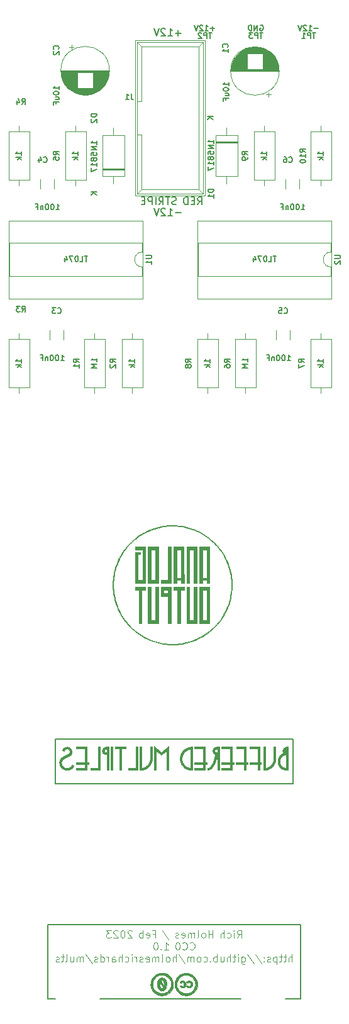
<source format=gbo>
G04 #@! TF.GenerationSoftware,KiCad,Pcbnew,7.0.0-rc2-unknown-92a61b187f~165~ubuntu22.04.1*
G04 #@! TF.CreationDate,2023-02-10T20:25:43-05:00*
G04 #@! TF.ProjectId,multiples,6d756c74-6970-46c6-9573-2e6b69636164,rev?*
G04 #@! TF.SameCoordinates,Original*
G04 #@! TF.FileFunction,Legend,Bot*
G04 #@! TF.FilePolarity,Positive*
%FSLAX46Y46*%
G04 Gerber Fmt 4.6, Leading zero omitted, Abs format (unit mm)*
G04 Created by KiCad (PCBNEW 7.0.0-rc2-unknown-92a61b187f~165~ubuntu22.04.1) date 2023-02-10 20:25:43*
%MOMM*%
%LPD*%
G01*
G04 APERTURE LIST*
%ADD10C,0.150000*%
%ADD11C,0.100000*%
%ADD12C,0.300000*%
%ADD13C,0.120000*%
%ADD14C,0.010000*%
G04 APERTURE END LIST*
D10*
X183000000Y-172000000D02*
X183000000Y-182000000D01*
X184000000Y-147000000D02*
X216000000Y-147000000D01*
X216000000Y-147000000D02*
X216000000Y-153000000D01*
X216000000Y-153000000D02*
X184000000Y-153000000D01*
X184000000Y-153000000D02*
X184000000Y-147000000D01*
X217000000Y-182000000D02*
X217000000Y-172000000D01*
X183000000Y-182000000D02*
X184000000Y-182000000D01*
X190000000Y-182000000D02*
X209000000Y-182000000D01*
X217000000Y-172000000D02*
X183000000Y-172000000D01*
X215000000Y-182000000D02*
X217000000Y-182000000D01*
D11*
X208485714Y-173747380D02*
X208819047Y-173271190D01*
X209057142Y-173747380D02*
X209057142Y-172747380D01*
X209057142Y-172747380D02*
X208676190Y-172747380D01*
X208676190Y-172747380D02*
X208580952Y-172795000D01*
X208580952Y-172795000D02*
X208533333Y-172842619D01*
X208533333Y-172842619D02*
X208485714Y-172937857D01*
X208485714Y-172937857D02*
X208485714Y-173080714D01*
X208485714Y-173080714D02*
X208533333Y-173175952D01*
X208533333Y-173175952D02*
X208580952Y-173223571D01*
X208580952Y-173223571D02*
X208676190Y-173271190D01*
X208676190Y-173271190D02*
X209057142Y-173271190D01*
X208057142Y-173747380D02*
X208057142Y-173080714D01*
X208057142Y-172747380D02*
X208104761Y-172795000D01*
X208104761Y-172795000D02*
X208057142Y-172842619D01*
X208057142Y-172842619D02*
X208009523Y-172795000D01*
X208009523Y-172795000D02*
X208057142Y-172747380D01*
X208057142Y-172747380D02*
X208057142Y-172842619D01*
X207152381Y-173699761D02*
X207247619Y-173747380D01*
X207247619Y-173747380D02*
X207438095Y-173747380D01*
X207438095Y-173747380D02*
X207533333Y-173699761D01*
X207533333Y-173699761D02*
X207580952Y-173652142D01*
X207580952Y-173652142D02*
X207628571Y-173556904D01*
X207628571Y-173556904D02*
X207628571Y-173271190D01*
X207628571Y-173271190D02*
X207580952Y-173175952D01*
X207580952Y-173175952D02*
X207533333Y-173128333D01*
X207533333Y-173128333D02*
X207438095Y-173080714D01*
X207438095Y-173080714D02*
X207247619Y-173080714D01*
X207247619Y-173080714D02*
X207152381Y-173128333D01*
X206723809Y-173747380D02*
X206723809Y-172747380D01*
X206295238Y-173747380D02*
X206295238Y-173223571D01*
X206295238Y-173223571D02*
X206342857Y-173128333D01*
X206342857Y-173128333D02*
X206438095Y-173080714D01*
X206438095Y-173080714D02*
X206580952Y-173080714D01*
X206580952Y-173080714D02*
X206676190Y-173128333D01*
X206676190Y-173128333D02*
X206723809Y-173175952D01*
X205219047Y-173747380D02*
X205219047Y-172747380D01*
X205219047Y-173223571D02*
X204647619Y-173223571D01*
X204647619Y-173747380D02*
X204647619Y-172747380D01*
X204028571Y-173747380D02*
X204123809Y-173699761D01*
X204123809Y-173699761D02*
X204171428Y-173652142D01*
X204171428Y-173652142D02*
X204219047Y-173556904D01*
X204219047Y-173556904D02*
X204219047Y-173271190D01*
X204219047Y-173271190D02*
X204171428Y-173175952D01*
X204171428Y-173175952D02*
X204123809Y-173128333D01*
X204123809Y-173128333D02*
X204028571Y-173080714D01*
X204028571Y-173080714D02*
X203885714Y-173080714D01*
X203885714Y-173080714D02*
X203790476Y-173128333D01*
X203790476Y-173128333D02*
X203742857Y-173175952D01*
X203742857Y-173175952D02*
X203695238Y-173271190D01*
X203695238Y-173271190D02*
X203695238Y-173556904D01*
X203695238Y-173556904D02*
X203742857Y-173652142D01*
X203742857Y-173652142D02*
X203790476Y-173699761D01*
X203790476Y-173699761D02*
X203885714Y-173747380D01*
X203885714Y-173747380D02*
X204028571Y-173747380D01*
X203123809Y-173747380D02*
X203219047Y-173699761D01*
X203219047Y-173699761D02*
X203266666Y-173604523D01*
X203266666Y-173604523D02*
X203266666Y-172747380D01*
X202742856Y-173747380D02*
X202742856Y-173080714D01*
X202742856Y-173175952D02*
X202695237Y-173128333D01*
X202695237Y-173128333D02*
X202599999Y-173080714D01*
X202599999Y-173080714D02*
X202457142Y-173080714D01*
X202457142Y-173080714D02*
X202361904Y-173128333D01*
X202361904Y-173128333D02*
X202314285Y-173223571D01*
X202314285Y-173223571D02*
X202314285Y-173747380D01*
X202314285Y-173223571D02*
X202266666Y-173128333D01*
X202266666Y-173128333D02*
X202171428Y-173080714D01*
X202171428Y-173080714D02*
X202028571Y-173080714D01*
X202028571Y-173080714D02*
X201933332Y-173128333D01*
X201933332Y-173128333D02*
X201885713Y-173223571D01*
X201885713Y-173223571D02*
X201885713Y-173747380D01*
X201028571Y-173699761D02*
X201123809Y-173747380D01*
X201123809Y-173747380D02*
X201314285Y-173747380D01*
X201314285Y-173747380D02*
X201409523Y-173699761D01*
X201409523Y-173699761D02*
X201457142Y-173604523D01*
X201457142Y-173604523D02*
X201457142Y-173223571D01*
X201457142Y-173223571D02*
X201409523Y-173128333D01*
X201409523Y-173128333D02*
X201314285Y-173080714D01*
X201314285Y-173080714D02*
X201123809Y-173080714D01*
X201123809Y-173080714D02*
X201028571Y-173128333D01*
X201028571Y-173128333D02*
X200980952Y-173223571D01*
X200980952Y-173223571D02*
X200980952Y-173318809D01*
X200980952Y-173318809D02*
X201457142Y-173414047D01*
X200599999Y-173699761D02*
X200504761Y-173747380D01*
X200504761Y-173747380D02*
X200314285Y-173747380D01*
X200314285Y-173747380D02*
X200219047Y-173699761D01*
X200219047Y-173699761D02*
X200171428Y-173604523D01*
X200171428Y-173604523D02*
X200171428Y-173556904D01*
X200171428Y-173556904D02*
X200219047Y-173461666D01*
X200219047Y-173461666D02*
X200314285Y-173414047D01*
X200314285Y-173414047D02*
X200457142Y-173414047D01*
X200457142Y-173414047D02*
X200552380Y-173366428D01*
X200552380Y-173366428D02*
X200599999Y-173271190D01*
X200599999Y-173271190D02*
X200599999Y-173223571D01*
X200599999Y-173223571D02*
X200552380Y-173128333D01*
X200552380Y-173128333D02*
X200457142Y-173080714D01*
X200457142Y-173080714D02*
X200314285Y-173080714D01*
X200314285Y-173080714D02*
X200219047Y-173128333D01*
X198428571Y-172699761D02*
X199285713Y-173985476D01*
X197161904Y-173223571D02*
X197495237Y-173223571D01*
X197495237Y-173747380D02*
X197495237Y-172747380D01*
X197495237Y-172747380D02*
X197019047Y-172747380D01*
X196257142Y-173699761D02*
X196352380Y-173747380D01*
X196352380Y-173747380D02*
X196542856Y-173747380D01*
X196542856Y-173747380D02*
X196638094Y-173699761D01*
X196638094Y-173699761D02*
X196685713Y-173604523D01*
X196685713Y-173604523D02*
X196685713Y-173223571D01*
X196685713Y-173223571D02*
X196638094Y-173128333D01*
X196638094Y-173128333D02*
X196542856Y-173080714D01*
X196542856Y-173080714D02*
X196352380Y-173080714D01*
X196352380Y-173080714D02*
X196257142Y-173128333D01*
X196257142Y-173128333D02*
X196209523Y-173223571D01*
X196209523Y-173223571D02*
X196209523Y-173318809D01*
X196209523Y-173318809D02*
X196685713Y-173414047D01*
X195780951Y-173747380D02*
X195780951Y-172747380D01*
X195780951Y-173128333D02*
X195685713Y-173080714D01*
X195685713Y-173080714D02*
X195495237Y-173080714D01*
X195495237Y-173080714D02*
X195399999Y-173128333D01*
X195399999Y-173128333D02*
X195352380Y-173175952D01*
X195352380Y-173175952D02*
X195304761Y-173271190D01*
X195304761Y-173271190D02*
X195304761Y-173556904D01*
X195304761Y-173556904D02*
X195352380Y-173652142D01*
X195352380Y-173652142D02*
X195399999Y-173699761D01*
X195399999Y-173699761D02*
X195495237Y-173747380D01*
X195495237Y-173747380D02*
X195685713Y-173747380D01*
X195685713Y-173747380D02*
X195780951Y-173699761D01*
X194323808Y-172842619D02*
X194276189Y-172795000D01*
X194276189Y-172795000D02*
X194180951Y-172747380D01*
X194180951Y-172747380D02*
X193942856Y-172747380D01*
X193942856Y-172747380D02*
X193847618Y-172795000D01*
X193847618Y-172795000D02*
X193799999Y-172842619D01*
X193799999Y-172842619D02*
X193752380Y-172937857D01*
X193752380Y-172937857D02*
X193752380Y-173033095D01*
X193752380Y-173033095D02*
X193799999Y-173175952D01*
X193799999Y-173175952D02*
X194371427Y-173747380D01*
X194371427Y-173747380D02*
X193752380Y-173747380D01*
X193133332Y-172747380D02*
X193038094Y-172747380D01*
X193038094Y-172747380D02*
X192942856Y-172795000D01*
X192942856Y-172795000D02*
X192895237Y-172842619D01*
X192895237Y-172842619D02*
X192847618Y-172937857D01*
X192847618Y-172937857D02*
X192799999Y-173128333D01*
X192799999Y-173128333D02*
X192799999Y-173366428D01*
X192799999Y-173366428D02*
X192847618Y-173556904D01*
X192847618Y-173556904D02*
X192895237Y-173652142D01*
X192895237Y-173652142D02*
X192942856Y-173699761D01*
X192942856Y-173699761D02*
X193038094Y-173747380D01*
X193038094Y-173747380D02*
X193133332Y-173747380D01*
X193133332Y-173747380D02*
X193228570Y-173699761D01*
X193228570Y-173699761D02*
X193276189Y-173652142D01*
X193276189Y-173652142D02*
X193323808Y-173556904D01*
X193323808Y-173556904D02*
X193371427Y-173366428D01*
X193371427Y-173366428D02*
X193371427Y-173128333D01*
X193371427Y-173128333D02*
X193323808Y-172937857D01*
X193323808Y-172937857D02*
X193276189Y-172842619D01*
X193276189Y-172842619D02*
X193228570Y-172795000D01*
X193228570Y-172795000D02*
X193133332Y-172747380D01*
X192419046Y-172842619D02*
X192371427Y-172795000D01*
X192371427Y-172795000D02*
X192276189Y-172747380D01*
X192276189Y-172747380D02*
X192038094Y-172747380D01*
X192038094Y-172747380D02*
X191942856Y-172795000D01*
X191942856Y-172795000D02*
X191895237Y-172842619D01*
X191895237Y-172842619D02*
X191847618Y-172937857D01*
X191847618Y-172937857D02*
X191847618Y-173033095D01*
X191847618Y-173033095D02*
X191895237Y-173175952D01*
X191895237Y-173175952D02*
X192466665Y-173747380D01*
X192466665Y-173747380D02*
X191847618Y-173747380D01*
X191514284Y-172747380D02*
X190895237Y-172747380D01*
X190895237Y-172747380D02*
X191228570Y-173128333D01*
X191228570Y-173128333D02*
X191085713Y-173128333D01*
X191085713Y-173128333D02*
X190990475Y-173175952D01*
X190990475Y-173175952D02*
X190942856Y-173223571D01*
X190942856Y-173223571D02*
X190895237Y-173318809D01*
X190895237Y-173318809D02*
X190895237Y-173556904D01*
X190895237Y-173556904D02*
X190942856Y-173652142D01*
X190942856Y-173652142D02*
X190990475Y-173699761D01*
X190990475Y-173699761D02*
X191085713Y-173747380D01*
X191085713Y-173747380D02*
X191371427Y-173747380D01*
X191371427Y-173747380D02*
X191466665Y-173699761D01*
X191466665Y-173699761D02*
X191514284Y-173652142D01*
X202157142Y-175272142D02*
X202204761Y-175319761D01*
X202204761Y-175319761D02*
X202347618Y-175367380D01*
X202347618Y-175367380D02*
X202442856Y-175367380D01*
X202442856Y-175367380D02*
X202585713Y-175319761D01*
X202585713Y-175319761D02*
X202680951Y-175224523D01*
X202680951Y-175224523D02*
X202728570Y-175129285D01*
X202728570Y-175129285D02*
X202776189Y-174938809D01*
X202776189Y-174938809D02*
X202776189Y-174795952D01*
X202776189Y-174795952D02*
X202728570Y-174605476D01*
X202728570Y-174605476D02*
X202680951Y-174510238D01*
X202680951Y-174510238D02*
X202585713Y-174415000D01*
X202585713Y-174415000D02*
X202442856Y-174367380D01*
X202442856Y-174367380D02*
X202347618Y-174367380D01*
X202347618Y-174367380D02*
X202204761Y-174415000D01*
X202204761Y-174415000D02*
X202157142Y-174462619D01*
X201157142Y-175272142D02*
X201204761Y-175319761D01*
X201204761Y-175319761D02*
X201347618Y-175367380D01*
X201347618Y-175367380D02*
X201442856Y-175367380D01*
X201442856Y-175367380D02*
X201585713Y-175319761D01*
X201585713Y-175319761D02*
X201680951Y-175224523D01*
X201680951Y-175224523D02*
X201728570Y-175129285D01*
X201728570Y-175129285D02*
X201776189Y-174938809D01*
X201776189Y-174938809D02*
X201776189Y-174795952D01*
X201776189Y-174795952D02*
X201728570Y-174605476D01*
X201728570Y-174605476D02*
X201680951Y-174510238D01*
X201680951Y-174510238D02*
X201585713Y-174415000D01*
X201585713Y-174415000D02*
X201442856Y-174367380D01*
X201442856Y-174367380D02*
X201347618Y-174367380D01*
X201347618Y-174367380D02*
X201204761Y-174415000D01*
X201204761Y-174415000D02*
X201157142Y-174462619D01*
X200538094Y-174367380D02*
X200442856Y-174367380D01*
X200442856Y-174367380D02*
X200347618Y-174415000D01*
X200347618Y-174415000D02*
X200299999Y-174462619D01*
X200299999Y-174462619D02*
X200252380Y-174557857D01*
X200252380Y-174557857D02*
X200204761Y-174748333D01*
X200204761Y-174748333D02*
X200204761Y-174986428D01*
X200204761Y-174986428D02*
X200252380Y-175176904D01*
X200252380Y-175176904D02*
X200299999Y-175272142D01*
X200299999Y-175272142D02*
X200347618Y-175319761D01*
X200347618Y-175319761D02*
X200442856Y-175367380D01*
X200442856Y-175367380D02*
X200538094Y-175367380D01*
X200538094Y-175367380D02*
X200633332Y-175319761D01*
X200633332Y-175319761D02*
X200680951Y-175272142D01*
X200680951Y-175272142D02*
X200728570Y-175176904D01*
X200728570Y-175176904D02*
X200776189Y-174986428D01*
X200776189Y-174986428D02*
X200776189Y-174748333D01*
X200776189Y-174748333D02*
X200728570Y-174557857D01*
X200728570Y-174557857D02*
X200680951Y-174462619D01*
X200680951Y-174462619D02*
X200633332Y-174415000D01*
X200633332Y-174415000D02*
X200538094Y-174367380D01*
X198652380Y-175367380D02*
X199223808Y-175367380D01*
X198938094Y-175367380D02*
X198938094Y-174367380D01*
X198938094Y-174367380D02*
X199033332Y-174510238D01*
X199033332Y-174510238D02*
X199128570Y-174605476D01*
X199128570Y-174605476D02*
X199223808Y-174653095D01*
X198223808Y-175272142D02*
X198176189Y-175319761D01*
X198176189Y-175319761D02*
X198223808Y-175367380D01*
X198223808Y-175367380D02*
X198271427Y-175319761D01*
X198271427Y-175319761D02*
X198223808Y-175272142D01*
X198223808Y-175272142D02*
X198223808Y-175367380D01*
X197557142Y-174367380D02*
X197461904Y-174367380D01*
X197461904Y-174367380D02*
X197366666Y-174415000D01*
X197366666Y-174415000D02*
X197319047Y-174462619D01*
X197319047Y-174462619D02*
X197271428Y-174557857D01*
X197271428Y-174557857D02*
X197223809Y-174748333D01*
X197223809Y-174748333D02*
X197223809Y-174986428D01*
X197223809Y-174986428D02*
X197271428Y-175176904D01*
X197271428Y-175176904D02*
X197319047Y-175272142D01*
X197319047Y-175272142D02*
X197366666Y-175319761D01*
X197366666Y-175319761D02*
X197461904Y-175367380D01*
X197461904Y-175367380D02*
X197557142Y-175367380D01*
X197557142Y-175367380D02*
X197652380Y-175319761D01*
X197652380Y-175319761D02*
X197699999Y-175272142D01*
X197699999Y-175272142D02*
X197747618Y-175176904D01*
X197747618Y-175176904D02*
X197795237Y-174986428D01*
X197795237Y-174986428D02*
X197795237Y-174748333D01*
X197795237Y-174748333D02*
X197747618Y-174557857D01*
X197747618Y-174557857D02*
X197699999Y-174462619D01*
X197699999Y-174462619D02*
X197652380Y-174415000D01*
X197652380Y-174415000D02*
X197557142Y-174367380D01*
X215880953Y-176987380D02*
X215880953Y-175987380D01*
X215452382Y-176987380D02*
X215452382Y-176463571D01*
X215452382Y-176463571D02*
X215500001Y-176368333D01*
X215500001Y-176368333D02*
X215595239Y-176320714D01*
X215595239Y-176320714D02*
X215738096Y-176320714D01*
X215738096Y-176320714D02*
X215833334Y-176368333D01*
X215833334Y-176368333D02*
X215880953Y-176415952D01*
X215119048Y-176320714D02*
X214738096Y-176320714D01*
X214976191Y-175987380D02*
X214976191Y-176844523D01*
X214976191Y-176844523D02*
X214928572Y-176939761D01*
X214928572Y-176939761D02*
X214833334Y-176987380D01*
X214833334Y-176987380D02*
X214738096Y-176987380D01*
X214547619Y-176320714D02*
X214166667Y-176320714D01*
X214404762Y-175987380D02*
X214404762Y-176844523D01*
X214404762Y-176844523D02*
X214357143Y-176939761D01*
X214357143Y-176939761D02*
X214261905Y-176987380D01*
X214261905Y-176987380D02*
X214166667Y-176987380D01*
X213833333Y-176320714D02*
X213833333Y-177320714D01*
X213833333Y-176368333D02*
X213738095Y-176320714D01*
X213738095Y-176320714D02*
X213547619Y-176320714D01*
X213547619Y-176320714D02*
X213452381Y-176368333D01*
X213452381Y-176368333D02*
X213404762Y-176415952D01*
X213404762Y-176415952D02*
X213357143Y-176511190D01*
X213357143Y-176511190D02*
X213357143Y-176796904D01*
X213357143Y-176796904D02*
X213404762Y-176892142D01*
X213404762Y-176892142D02*
X213452381Y-176939761D01*
X213452381Y-176939761D02*
X213547619Y-176987380D01*
X213547619Y-176987380D02*
X213738095Y-176987380D01*
X213738095Y-176987380D02*
X213833333Y-176939761D01*
X212976190Y-176939761D02*
X212880952Y-176987380D01*
X212880952Y-176987380D02*
X212690476Y-176987380D01*
X212690476Y-176987380D02*
X212595238Y-176939761D01*
X212595238Y-176939761D02*
X212547619Y-176844523D01*
X212547619Y-176844523D02*
X212547619Y-176796904D01*
X212547619Y-176796904D02*
X212595238Y-176701666D01*
X212595238Y-176701666D02*
X212690476Y-176654047D01*
X212690476Y-176654047D02*
X212833333Y-176654047D01*
X212833333Y-176654047D02*
X212928571Y-176606428D01*
X212928571Y-176606428D02*
X212976190Y-176511190D01*
X212976190Y-176511190D02*
X212976190Y-176463571D01*
X212976190Y-176463571D02*
X212928571Y-176368333D01*
X212928571Y-176368333D02*
X212833333Y-176320714D01*
X212833333Y-176320714D02*
X212690476Y-176320714D01*
X212690476Y-176320714D02*
X212595238Y-176368333D01*
X212119047Y-176892142D02*
X212071428Y-176939761D01*
X212071428Y-176939761D02*
X212119047Y-176987380D01*
X212119047Y-176987380D02*
X212166666Y-176939761D01*
X212166666Y-176939761D02*
X212119047Y-176892142D01*
X212119047Y-176892142D02*
X212119047Y-176987380D01*
X212119047Y-176368333D02*
X212071428Y-176415952D01*
X212071428Y-176415952D02*
X212119047Y-176463571D01*
X212119047Y-176463571D02*
X212166666Y-176415952D01*
X212166666Y-176415952D02*
X212119047Y-176368333D01*
X212119047Y-176368333D02*
X212119047Y-176463571D01*
X210928572Y-175939761D02*
X211785714Y-177225476D01*
X209880953Y-175939761D02*
X210738095Y-177225476D01*
X209119048Y-176320714D02*
X209119048Y-177130238D01*
X209119048Y-177130238D02*
X209166667Y-177225476D01*
X209166667Y-177225476D02*
X209214286Y-177273095D01*
X209214286Y-177273095D02*
X209309524Y-177320714D01*
X209309524Y-177320714D02*
X209452381Y-177320714D01*
X209452381Y-177320714D02*
X209547619Y-177273095D01*
X209119048Y-176939761D02*
X209214286Y-176987380D01*
X209214286Y-176987380D02*
X209404762Y-176987380D01*
X209404762Y-176987380D02*
X209500000Y-176939761D01*
X209500000Y-176939761D02*
X209547619Y-176892142D01*
X209547619Y-176892142D02*
X209595238Y-176796904D01*
X209595238Y-176796904D02*
X209595238Y-176511190D01*
X209595238Y-176511190D02*
X209547619Y-176415952D01*
X209547619Y-176415952D02*
X209500000Y-176368333D01*
X209500000Y-176368333D02*
X209404762Y-176320714D01*
X209404762Y-176320714D02*
X209214286Y-176320714D01*
X209214286Y-176320714D02*
X209119048Y-176368333D01*
X208642857Y-176987380D02*
X208642857Y-176320714D01*
X208642857Y-175987380D02*
X208690476Y-176035000D01*
X208690476Y-176035000D02*
X208642857Y-176082619D01*
X208642857Y-176082619D02*
X208595238Y-176035000D01*
X208595238Y-176035000D02*
X208642857Y-175987380D01*
X208642857Y-175987380D02*
X208642857Y-176082619D01*
X208309524Y-176320714D02*
X207928572Y-176320714D01*
X208166667Y-175987380D02*
X208166667Y-176844523D01*
X208166667Y-176844523D02*
X208119048Y-176939761D01*
X208119048Y-176939761D02*
X208023810Y-176987380D01*
X208023810Y-176987380D02*
X207928572Y-176987380D01*
X207595238Y-176987380D02*
X207595238Y-175987380D01*
X207166667Y-176987380D02*
X207166667Y-176463571D01*
X207166667Y-176463571D02*
X207214286Y-176368333D01*
X207214286Y-176368333D02*
X207309524Y-176320714D01*
X207309524Y-176320714D02*
X207452381Y-176320714D01*
X207452381Y-176320714D02*
X207547619Y-176368333D01*
X207547619Y-176368333D02*
X207595238Y-176415952D01*
X206261905Y-176320714D02*
X206261905Y-176987380D01*
X206690476Y-176320714D02*
X206690476Y-176844523D01*
X206690476Y-176844523D02*
X206642857Y-176939761D01*
X206642857Y-176939761D02*
X206547619Y-176987380D01*
X206547619Y-176987380D02*
X206404762Y-176987380D01*
X206404762Y-176987380D02*
X206309524Y-176939761D01*
X206309524Y-176939761D02*
X206261905Y-176892142D01*
X205785714Y-176987380D02*
X205785714Y-175987380D01*
X205785714Y-176368333D02*
X205690476Y-176320714D01*
X205690476Y-176320714D02*
X205500000Y-176320714D01*
X205500000Y-176320714D02*
X205404762Y-176368333D01*
X205404762Y-176368333D02*
X205357143Y-176415952D01*
X205357143Y-176415952D02*
X205309524Y-176511190D01*
X205309524Y-176511190D02*
X205309524Y-176796904D01*
X205309524Y-176796904D02*
X205357143Y-176892142D01*
X205357143Y-176892142D02*
X205404762Y-176939761D01*
X205404762Y-176939761D02*
X205500000Y-176987380D01*
X205500000Y-176987380D02*
X205690476Y-176987380D01*
X205690476Y-176987380D02*
X205785714Y-176939761D01*
X204880952Y-176892142D02*
X204833333Y-176939761D01*
X204833333Y-176939761D02*
X204880952Y-176987380D01*
X204880952Y-176987380D02*
X204928571Y-176939761D01*
X204928571Y-176939761D02*
X204880952Y-176892142D01*
X204880952Y-176892142D02*
X204880952Y-176987380D01*
X203976191Y-176939761D02*
X204071429Y-176987380D01*
X204071429Y-176987380D02*
X204261905Y-176987380D01*
X204261905Y-176987380D02*
X204357143Y-176939761D01*
X204357143Y-176939761D02*
X204404762Y-176892142D01*
X204404762Y-176892142D02*
X204452381Y-176796904D01*
X204452381Y-176796904D02*
X204452381Y-176511190D01*
X204452381Y-176511190D02*
X204404762Y-176415952D01*
X204404762Y-176415952D02*
X204357143Y-176368333D01*
X204357143Y-176368333D02*
X204261905Y-176320714D01*
X204261905Y-176320714D02*
X204071429Y-176320714D01*
X204071429Y-176320714D02*
X203976191Y-176368333D01*
X203404762Y-176987380D02*
X203500000Y-176939761D01*
X203500000Y-176939761D02*
X203547619Y-176892142D01*
X203547619Y-176892142D02*
X203595238Y-176796904D01*
X203595238Y-176796904D02*
X203595238Y-176511190D01*
X203595238Y-176511190D02*
X203547619Y-176415952D01*
X203547619Y-176415952D02*
X203500000Y-176368333D01*
X203500000Y-176368333D02*
X203404762Y-176320714D01*
X203404762Y-176320714D02*
X203261905Y-176320714D01*
X203261905Y-176320714D02*
X203166667Y-176368333D01*
X203166667Y-176368333D02*
X203119048Y-176415952D01*
X203119048Y-176415952D02*
X203071429Y-176511190D01*
X203071429Y-176511190D02*
X203071429Y-176796904D01*
X203071429Y-176796904D02*
X203119048Y-176892142D01*
X203119048Y-176892142D02*
X203166667Y-176939761D01*
X203166667Y-176939761D02*
X203261905Y-176987380D01*
X203261905Y-176987380D02*
X203404762Y-176987380D01*
X202642857Y-176987380D02*
X202642857Y-176320714D01*
X202642857Y-176415952D02*
X202595238Y-176368333D01*
X202595238Y-176368333D02*
X202500000Y-176320714D01*
X202500000Y-176320714D02*
X202357143Y-176320714D01*
X202357143Y-176320714D02*
X202261905Y-176368333D01*
X202261905Y-176368333D02*
X202214286Y-176463571D01*
X202214286Y-176463571D02*
X202214286Y-176987380D01*
X202214286Y-176463571D02*
X202166667Y-176368333D01*
X202166667Y-176368333D02*
X202071429Y-176320714D01*
X202071429Y-176320714D02*
X201928572Y-176320714D01*
X201928572Y-176320714D02*
X201833333Y-176368333D01*
X201833333Y-176368333D02*
X201785714Y-176463571D01*
X201785714Y-176463571D02*
X201785714Y-176987380D01*
X200595239Y-175939761D02*
X201452381Y-177225476D01*
X200261905Y-176987380D02*
X200261905Y-175987380D01*
X199833334Y-176987380D02*
X199833334Y-176463571D01*
X199833334Y-176463571D02*
X199880953Y-176368333D01*
X199880953Y-176368333D02*
X199976191Y-176320714D01*
X199976191Y-176320714D02*
X200119048Y-176320714D01*
X200119048Y-176320714D02*
X200214286Y-176368333D01*
X200214286Y-176368333D02*
X200261905Y-176415952D01*
X199214286Y-176987380D02*
X199309524Y-176939761D01*
X199309524Y-176939761D02*
X199357143Y-176892142D01*
X199357143Y-176892142D02*
X199404762Y-176796904D01*
X199404762Y-176796904D02*
X199404762Y-176511190D01*
X199404762Y-176511190D02*
X199357143Y-176415952D01*
X199357143Y-176415952D02*
X199309524Y-176368333D01*
X199309524Y-176368333D02*
X199214286Y-176320714D01*
X199214286Y-176320714D02*
X199071429Y-176320714D01*
X199071429Y-176320714D02*
X198976191Y-176368333D01*
X198976191Y-176368333D02*
X198928572Y-176415952D01*
X198928572Y-176415952D02*
X198880953Y-176511190D01*
X198880953Y-176511190D02*
X198880953Y-176796904D01*
X198880953Y-176796904D02*
X198928572Y-176892142D01*
X198928572Y-176892142D02*
X198976191Y-176939761D01*
X198976191Y-176939761D02*
X199071429Y-176987380D01*
X199071429Y-176987380D02*
X199214286Y-176987380D01*
X198309524Y-176987380D02*
X198404762Y-176939761D01*
X198404762Y-176939761D02*
X198452381Y-176844523D01*
X198452381Y-176844523D02*
X198452381Y-175987380D01*
X197928571Y-176987380D02*
X197928571Y-176320714D01*
X197928571Y-176415952D02*
X197880952Y-176368333D01*
X197880952Y-176368333D02*
X197785714Y-176320714D01*
X197785714Y-176320714D02*
X197642857Y-176320714D01*
X197642857Y-176320714D02*
X197547619Y-176368333D01*
X197547619Y-176368333D02*
X197500000Y-176463571D01*
X197500000Y-176463571D02*
X197500000Y-176987380D01*
X197500000Y-176463571D02*
X197452381Y-176368333D01*
X197452381Y-176368333D02*
X197357143Y-176320714D01*
X197357143Y-176320714D02*
X197214286Y-176320714D01*
X197214286Y-176320714D02*
X197119047Y-176368333D01*
X197119047Y-176368333D02*
X197071428Y-176463571D01*
X197071428Y-176463571D02*
X197071428Y-176987380D01*
X196214286Y-176939761D02*
X196309524Y-176987380D01*
X196309524Y-176987380D02*
X196500000Y-176987380D01*
X196500000Y-176987380D02*
X196595238Y-176939761D01*
X196595238Y-176939761D02*
X196642857Y-176844523D01*
X196642857Y-176844523D02*
X196642857Y-176463571D01*
X196642857Y-176463571D02*
X196595238Y-176368333D01*
X196595238Y-176368333D02*
X196500000Y-176320714D01*
X196500000Y-176320714D02*
X196309524Y-176320714D01*
X196309524Y-176320714D02*
X196214286Y-176368333D01*
X196214286Y-176368333D02*
X196166667Y-176463571D01*
X196166667Y-176463571D02*
X196166667Y-176558809D01*
X196166667Y-176558809D02*
X196642857Y-176654047D01*
X195785714Y-176939761D02*
X195690476Y-176987380D01*
X195690476Y-176987380D02*
X195500000Y-176987380D01*
X195500000Y-176987380D02*
X195404762Y-176939761D01*
X195404762Y-176939761D02*
X195357143Y-176844523D01*
X195357143Y-176844523D02*
X195357143Y-176796904D01*
X195357143Y-176796904D02*
X195404762Y-176701666D01*
X195404762Y-176701666D02*
X195500000Y-176654047D01*
X195500000Y-176654047D02*
X195642857Y-176654047D01*
X195642857Y-176654047D02*
X195738095Y-176606428D01*
X195738095Y-176606428D02*
X195785714Y-176511190D01*
X195785714Y-176511190D02*
X195785714Y-176463571D01*
X195785714Y-176463571D02*
X195738095Y-176368333D01*
X195738095Y-176368333D02*
X195642857Y-176320714D01*
X195642857Y-176320714D02*
X195500000Y-176320714D01*
X195500000Y-176320714D02*
X195404762Y-176368333D01*
X194928571Y-176987380D02*
X194928571Y-176320714D01*
X194928571Y-176511190D02*
X194880952Y-176415952D01*
X194880952Y-176415952D02*
X194833333Y-176368333D01*
X194833333Y-176368333D02*
X194738095Y-176320714D01*
X194738095Y-176320714D02*
X194642857Y-176320714D01*
X194309523Y-176987380D02*
X194309523Y-176320714D01*
X194309523Y-175987380D02*
X194357142Y-176035000D01*
X194357142Y-176035000D02*
X194309523Y-176082619D01*
X194309523Y-176082619D02*
X194261904Y-176035000D01*
X194261904Y-176035000D02*
X194309523Y-175987380D01*
X194309523Y-175987380D02*
X194309523Y-176082619D01*
X193404762Y-176939761D02*
X193500000Y-176987380D01*
X193500000Y-176987380D02*
X193690476Y-176987380D01*
X193690476Y-176987380D02*
X193785714Y-176939761D01*
X193785714Y-176939761D02*
X193833333Y-176892142D01*
X193833333Y-176892142D02*
X193880952Y-176796904D01*
X193880952Y-176796904D02*
X193880952Y-176511190D01*
X193880952Y-176511190D02*
X193833333Y-176415952D01*
X193833333Y-176415952D02*
X193785714Y-176368333D01*
X193785714Y-176368333D02*
X193690476Y-176320714D01*
X193690476Y-176320714D02*
X193500000Y-176320714D01*
X193500000Y-176320714D02*
X193404762Y-176368333D01*
X192976190Y-176987380D02*
X192976190Y-175987380D01*
X192547619Y-176987380D02*
X192547619Y-176463571D01*
X192547619Y-176463571D02*
X192595238Y-176368333D01*
X192595238Y-176368333D02*
X192690476Y-176320714D01*
X192690476Y-176320714D02*
X192833333Y-176320714D01*
X192833333Y-176320714D02*
X192928571Y-176368333D01*
X192928571Y-176368333D02*
X192976190Y-176415952D01*
X191642857Y-176987380D02*
X191642857Y-176463571D01*
X191642857Y-176463571D02*
X191690476Y-176368333D01*
X191690476Y-176368333D02*
X191785714Y-176320714D01*
X191785714Y-176320714D02*
X191976190Y-176320714D01*
X191976190Y-176320714D02*
X192071428Y-176368333D01*
X191642857Y-176939761D02*
X191738095Y-176987380D01*
X191738095Y-176987380D02*
X191976190Y-176987380D01*
X191976190Y-176987380D02*
X192071428Y-176939761D01*
X192071428Y-176939761D02*
X192119047Y-176844523D01*
X192119047Y-176844523D02*
X192119047Y-176749285D01*
X192119047Y-176749285D02*
X192071428Y-176654047D01*
X192071428Y-176654047D02*
X191976190Y-176606428D01*
X191976190Y-176606428D02*
X191738095Y-176606428D01*
X191738095Y-176606428D02*
X191642857Y-176558809D01*
X191166666Y-176987380D02*
X191166666Y-176320714D01*
X191166666Y-176511190D02*
X191119047Y-176415952D01*
X191119047Y-176415952D02*
X191071428Y-176368333D01*
X191071428Y-176368333D02*
X190976190Y-176320714D01*
X190976190Y-176320714D02*
X190880952Y-176320714D01*
X190119047Y-176987380D02*
X190119047Y-175987380D01*
X190119047Y-176939761D02*
X190214285Y-176987380D01*
X190214285Y-176987380D02*
X190404761Y-176987380D01*
X190404761Y-176987380D02*
X190499999Y-176939761D01*
X190499999Y-176939761D02*
X190547618Y-176892142D01*
X190547618Y-176892142D02*
X190595237Y-176796904D01*
X190595237Y-176796904D02*
X190595237Y-176511190D01*
X190595237Y-176511190D02*
X190547618Y-176415952D01*
X190547618Y-176415952D02*
X190499999Y-176368333D01*
X190499999Y-176368333D02*
X190404761Y-176320714D01*
X190404761Y-176320714D02*
X190214285Y-176320714D01*
X190214285Y-176320714D02*
X190119047Y-176368333D01*
X189690475Y-176939761D02*
X189595237Y-176987380D01*
X189595237Y-176987380D02*
X189404761Y-176987380D01*
X189404761Y-176987380D02*
X189309523Y-176939761D01*
X189309523Y-176939761D02*
X189261904Y-176844523D01*
X189261904Y-176844523D02*
X189261904Y-176796904D01*
X189261904Y-176796904D02*
X189309523Y-176701666D01*
X189309523Y-176701666D02*
X189404761Y-176654047D01*
X189404761Y-176654047D02*
X189547618Y-176654047D01*
X189547618Y-176654047D02*
X189642856Y-176606428D01*
X189642856Y-176606428D02*
X189690475Y-176511190D01*
X189690475Y-176511190D02*
X189690475Y-176463571D01*
X189690475Y-176463571D02*
X189642856Y-176368333D01*
X189642856Y-176368333D02*
X189547618Y-176320714D01*
X189547618Y-176320714D02*
X189404761Y-176320714D01*
X189404761Y-176320714D02*
X189309523Y-176368333D01*
X188119047Y-175939761D02*
X188976189Y-177225476D01*
X187785713Y-176987380D02*
X187785713Y-176320714D01*
X187785713Y-176415952D02*
X187738094Y-176368333D01*
X187738094Y-176368333D02*
X187642856Y-176320714D01*
X187642856Y-176320714D02*
X187499999Y-176320714D01*
X187499999Y-176320714D02*
X187404761Y-176368333D01*
X187404761Y-176368333D02*
X187357142Y-176463571D01*
X187357142Y-176463571D02*
X187357142Y-176987380D01*
X187357142Y-176463571D02*
X187309523Y-176368333D01*
X187309523Y-176368333D02*
X187214285Y-176320714D01*
X187214285Y-176320714D02*
X187071428Y-176320714D01*
X187071428Y-176320714D02*
X186976189Y-176368333D01*
X186976189Y-176368333D02*
X186928570Y-176463571D01*
X186928570Y-176463571D02*
X186928570Y-176987380D01*
X186023809Y-176320714D02*
X186023809Y-176987380D01*
X186452380Y-176320714D02*
X186452380Y-176844523D01*
X186452380Y-176844523D02*
X186404761Y-176939761D01*
X186404761Y-176939761D02*
X186309523Y-176987380D01*
X186309523Y-176987380D02*
X186166666Y-176987380D01*
X186166666Y-176987380D02*
X186071428Y-176939761D01*
X186071428Y-176939761D02*
X186023809Y-176892142D01*
X185404761Y-176987380D02*
X185499999Y-176939761D01*
X185499999Y-176939761D02*
X185547618Y-176844523D01*
X185547618Y-176844523D02*
X185547618Y-175987380D01*
X185166665Y-176320714D02*
X184785713Y-176320714D01*
X185023808Y-175987380D02*
X185023808Y-176844523D01*
X185023808Y-176844523D02*
X184976189Y-176939761D01*
X184976189Y-176939761D02*
X184880951Y-176987380D01*
X184880951Y-176987380D02*
X184785713Y-176987380D01*
X184499998Y-176939761D02*
X184404760Y-176987380D01*
X184404760Y-176987380D02*
X184214284Y-176987380D01*
X184214284Y-176987380D02*
X184119046Y-176939761D01*
X184119046Y-176939761D02*
X184071427Y-176844523D01*
X184071427Y-176844523D02*
X184071427Y-176796904D01*
X184071427Y-176796904D02*
X184119046Y-176701666D01*
X184119046Y-176701666D02*
X184214284Y-176654047D01*
X184214284Y-176654047D02*
X184357141Y-176654047D01*
X184357141Y-176654047D02*
X184452379Y-176606428D01*
X184452379Y-176606428D02*
X184499998Y-176511190D01*
X184499998Y-176511190D02*
X184499998Y-176463571D01*
X184499998Y-176463571D02*
X184452379Y-176368333D01*
X184452379Y-176368333D02*
X184357141Y-176320714D01*
X184357141Y-176320714D02*
X184214284Y-176320714D01*
X184214284Y-176320714D02*
X184119046Y-176368333D01*
D12*
G36*
X215428331Y-151245000D02*
G01*
X215166747Y-151245000D01*
X215134739Y-151244636D01*
X215103011Y-151243545D01*
X215071564Y-151241728D01*
X215040397Y-151239183D01*
X215009511Y-151235912D01*
X214978905Y-151231913D01*
X214948580Y-151227188D01*
X214918535Y-151221735D01*
X214888771Y-151215556D01*
X214859287Y-151208649D01*
X214830084Y-151201016D01*
X214801161Y-151192655D01*
X214772519Y-151183568D01*
X214744157Y-151173753D01*
X214716076Y-151163212D01*
X214688275Y-151151943D01*
X214674455Y-151146057D01*
X214647149Y-151133864D01*
X214620290Y-151121110D01*
X214593878Y-151107795D01*
X214567912Y-151093919D01*
X214542392Y-151079482D01*
X214504950Y-151056774D01*
X214468512Y-151032804D01*
X214433080Y-151007573D01*
X214398651Y-150981078D01*
X214365228Y-150953322D01*
X214332809Y-150924303D01*
X214301394Y-150894023D01*
X214281070Y-150873111D01*
X214251645Y-150840950D01*
X214223496Y-150807835D01*
X214196622Y-150773768D01*
X214171023Y-150738747D01*
X214146699Y-150702773D01*
X214123651Y-150665846D01*
X214101877Y-150627966D01*
X214081378Y-150589133D01*
X214068421Y-150562715D01*
X214056031Y-150535873D01*
X214044207Y-150508607D01*
X214032938Y-150480907D01*
X214022397Y-150452943D01*
X214012582Y-150424716D01*
X214003495Y-150396225D01*
X213995134Y-150367471D01*
X213987500Y-150338454D01*
X213980594Y-150309173D01*
X213974414Y-150279630D01*
X213968962Y-150249822D01*
X213964236Y-150219752D01*
X213960238Y-150189418D01*
X213956966Y-150158821D01*
X213954422Y-150127961D01*
X213952604Y-150096837D01*
X213951514Y-150065450D01*
X213951150Y-150033799D01*
X213951190Y-150029403D01*
X214296998Y-150029403D01*
X214297239Y-150049954D01*
X214298501Y-150080565D01*
X214300845Y-150110919D01*
X214304271Y-150141015D01*
X214308779Y-150170854D01*
X214314369Y-150200435D01*
X214321041Y-150229758D01*
X214328795Y-150258824D01*
X214337630Y-150287632D01*
X214347548Y-150316183D01*
X214358547Y-150344476D01*
X214362390Y-150353786D01*
X214374415Y-150381330D01*
X214387188Y-150408294D01*
X214400708Y-150434679D01*
X214414975Y-150460484D01*
X214429988Y-150485710D01*
X214451169Y-150518442D01*
X214473677Y-150550144D01*
X214497514Y-150580815D01*
X214522678Y-150610457D01*
X214549137Y-150638747D01*
X214576855Y-150665732D01*
X214605832Y-150691412D01*
X214636068Y-150715786D01*
X214667564Y-150738856D01*
X214692012Y-150755301D01*
X214717169Y-150771013D01*
X214743034Y-150785990D01*
X214769608Y-150800233D01*
X214787643Y-150809172D01*
X214815006Y-150821754D01*
X214842743Y-150833343D01*
X214870854Y-150843942D01*
X214899338Y-150853548D01*
X214928196Y-150862162D01*
X214957427Y-150869785D01*
X214987032Y-150876416D01*
X215017010Y-150882056D01*
X215047361Y-150886703D01*
X215078087Y-150890359D01*
X215078087Y-149164050D01*
X215057570Y-149166389D01*
X215027139Y-149170766D01*
X214997120Y-149176186D01*
X214967513Y-149182650D01*
X214938319Y-149190157D01*
X214909536Y-149198707D01*
X214881166Y-149208300D01*
X214853208Y-149218937D01*
X214825662Y-149230617D01*
X214798528Y-149243340D01*
X214771806Y-149257107D01*
X214763003Y-149261909D01*
X214737013Y-149276788D01*
X214711654Y-149292375D01*
X214686927Y-149308670D01*
X214662831Y-149325674D01*
X214639366Y-149343386D01*
X214616531Y-149361806D01*
X214587068Y-149387469D01*
X214565706Y-149407542D01*
X214544976Y-149428324D01*
X214524877Y-149449815D01*
X214511862Y-149464418D01*
X214486881Y-149494414D01*
X214463296Y-149525463D01*
X214441108Y-149557566D01*
X214425384Y-149582334D01*
X214410445Y-149607695D01*
X214396292Y-149633648D01*
X214382925Y-149660194D01*
X214370343Y-149687332D01*
X214358547Y-149715062D01*
X214351094Y-149733807D01*
X214340816Y-149762149D01*
X214331620Y-149790762D01*
X214323505Y-149819646D01*
X214316473Y-149848800D01*
X214310522Y-149878224D01*
X214305653Y-149907919D01*
X214301867Y-149937884D01*
X214299162Y-149968120D01*
X214297539Y-149998626D01*
X214296998Y-150029403D01*
X213951190Y-150029403D01*
X213951348Y-150012092D01*
X213952385Y-149979532D01*
X213954310Y-149946971D01*
X213957124Y-149914410D01*
X213960827Y-149881850D01*
X213965419Y-149849289D01*
X213970900Y-149816728D01*
X213977269Y-149784168D01*
X213984527Y-149751607D01*
X213992673Y-149719047D01*
X214001708Y-149686486D01*
X214008211Y-149664870D01*
X214018653Y-149632791D01*
X214029919Y-149601123D01*
X214042009Y-149569868D01*
X214054923Y-149539024D01*
X214068662Y-149508593D01*
X214083225Y-149478574D01*
X214098612Y-149448967D01*
X214114823Y-149419773D01*
X214131859Y-149390990D01*
X214149720Y-149362620D01*
X214161984Y-149343952D01*
X214181036Y-149316359D01*
X214200873Y-149289255D01*
X214221496Y-149262641D01*
X214242905Y-149236516D01*
X214265099Y-149210881D01*
X214288079Y-149185735D01*
X214311845Y-149161078D01*
X214336397Y-149136911D01*
X214361734Y-149113233D01*
X214387856Y-149090045D01*
X214405674Y-149074855D01*
X214432926Y-149052811D01*
X214460809Y-149031656D01*
X214489323Y-149011389D01*
X214518468Y-148992011D01*
X214548245Y-148973522D01*
X214578652Y-148955921D01*
X214609691Y-148939209D01*
X214641360Y-148923386D01*
X214673661Y-148908452D01*
X214706593Y-148894406D01*
X214690013Y-148867479D01*
X214675441Y-148840551D01*
X214662879Y-148813623D01*
X214650762Y-148782207D01*
X214641381Y-148750792D01*
X214636915Y-148732828D01*
X214630534Y-148701337D01*
X214625976Y-148669776D01*
X214623241Y-148638145D01*
X214622330Y-148606444D01*
X214622376Y-148602780D01*
X214968177Y-148602780D01*
X214968804Y-148619811D01*
X214973086Y-148649744D01*
X214981426Y-148678749D01*
X214993823Y-148706828D01*
X215006370Y-148727074D01*
X215027345Y-148750425D01*
X215050564Y-148768652D01*
X215078087Y-148784497D01*
X215078087Y-148424727D01*
X215064777Y-148432378D01*
X215035261Y-148453533D01*
X215011111Y-148477587D01*
X214992327Y-148504538D01*
X214978911Y-148534388D01*
X214970861Y-148567135D01*
X214968177Y-148602780D01*
X214622376Y-148602780D01*
X214622487Y-148593810D01*
X214624258Y-148562276D01*
X214627997Y-148530813D01*
X214633703Y-148499421D01*
X214641378Y-148468101D01*
X214651020Y-148436853D01*
X214662630Y-148405676D01*
X214667710Y-148393312D01*
X214681588Y-148363201D01*
X214697148Y-148334235D01*
X214714389Y-148306415D01*
X214733312Y-148279739D01*
X214753917Y-148254208D01*
X214776203Y-148229822D01*
X214785553Y-148220405D01*
X214809807Y-148197815D01*
X214835313Y-148176584D01*
X214862071Y-148156713D01*
X214890082Y-148138202D01*
X214919344Y-148121050D01*
X214949859Y-148105258D01*
X214962298Y-148099313D01*
X214994048Y-148086129D01*
X215026727Y-148075342D01*
X215060337Y-148066952D01*
X215094877Y-148060959D01*
X215130347Y-148057363D01*
X215166747Y-148056165D01*
X215428331Y-148056165D01*
X215428331Y-151245000D01*
G37*
G36*
X212196265Y-151245000D02*
G01*
X212236242Y-151244496D01*
X212275938Y-151242984D01*
X212315354Y-151240466D01*
X212354489Y-151236939D01*
X212393344Y-151232406D01*
X212431918Y-151226864D01*
X212470211Y-151220316D01*
X212508225Y-151212759D01*
X212545957Y-151204196D01*
X212583409Y-151194624D01*
X212620581Y-151184046D01*
X212657472Y-151172459D01*
X212694083Y-151159866D01*
X212730413Y-151146264D01*
X212766463Y-151131656D01*
X212802232Y-151116039D01*
X212837483Y-151099576D01*
X212872162Y-151082425D01*
X212906268Y-151064588D01*
X212939802Y-151046064D01*
X212972763Y-151026852D01*
X213005152Y-151006954D01*
X213036968Y-150986369D01*
X213068212Y-150965097D01*
X213098884Y-150943138D01*
X213128983Y-150920492D01*
X213158510Y-150897160D01*
X213187464Y-150873140D01*
X213215846Y-150848433D01*
X213243655Y-150823039D01*
X213270892Y-150796959D01*
X213297556Y-150770191D01*
X213323597Y-150742708D01*
X213348962Y-150714664D01*
X213373651Y-150686059D01*
X213397665Y-150656893D01*
X213421004Y-150627166D01*
X213443667Y-150596878D01*
X213465655Y-150566029D01*
X213486967Y-150534619D01*
X213507603Y-150502648D01*
X213527564Y-150470116D01*
X213546850Y-150437023D01*
X213565460Y-150403369D01*
X213583395Y-150369154D01*
X213600654Y-150334378D01*
X213617238Y-150299041D01*
X213633146Y-150263143D01*
X213648230Y-150226859D01*
X213662341Y-150190363D01*
X213675478Y-150153655D01*
X213687643Y-150116735D01*
X213698834Y-150079603D01*
X213709052Y-150042260D01*
X213718297Y-150004705D01*
X213726569Y-149966938D01*
X213733868Y-149928959D01*
X213740193Y-149890768D01*
X213745545Y-149852366D01*
X213749925Y-149813752D01*
X213753331Y-149774926D01*
X213755764Y-149735888D01*
X213757223Y-149696638D01*
X213757710Y-149657177D01*
X213757710Y-148056165D01*
X213411129Y-148056165D01*
X213411129Y-149655711D01*
X213410427Y-149697597D01*
X213408321Y-149739174D01*
X213404812Y-149780441D01*
X213399898Y-149821400D01*
X213393580Y-149862049D01*
X213385859Y-149902389D01*
X213376733Y-149942420D01*
X213366204Y-149982142D01*
X213354271Y-150021555D01*
X213340933Y-150060658D01*
X213331262Y-150086556D01*
X213315634Y-150124932D01*
X213298976Y-150162573D01*
X213281287Y-150199481D01*
X213262569Y-150235654D01*
X213242819Y-150271094D01*
X213222040Y-150305799D01*
X213200229Y-150339770D01*
X213177389Y-150373007D01*
X213153518Y-150405509D01*
X213128617Y-150437278D01*
X213111443Y-150458049D01*
X213084895Y-150488366D01*
X213057459Y-150517769D01*
X213029134Y-150546258D01*
X212999920Y-150573832D01*
X212969817Y-150600491D01*
X212938826Y-150626236D01*
X212906946Y-150651066D01*
X212874177Y-150674982D01*
X212840519Y-150697984D01*
X212805973Y-150720071D01*
X212782448Y-150734288D01*
X212746569Y-150754619D01*
X212710097Y-150773572D01*
X212673033Y-150791146D01*
X212635376Y-150807343D01*
X212597127Y-150822161D01*
X212558285Y-150835602D01*
X212518851Y-150847664D01*
X212478824Y-150858348D01*
X212438205Y-150867654D01*
X212396993Y-150875581D01*
X212369189Y-150880101D01*
X212369189Y-148056165D01*
X212018945Y-148056165D01*
X212018945Y-151245000D01*
X212196265Y-151245000D01*
G37*
G36*
X211256175Y-150494685D02*
G01*
X211256175Y-151245000D01*
X211602023Y-151245000D01*
X211602023Y-150494685D01*
X211826237Y-150494685D01*
X211826237Y-150166423D01*
X211602023Y-150166423D01*
X211602023Y-148056165D01*
X210213502Y-148056165D01*
X210213502Y-148384427D01*
X211256175Y-148384427D01*
X211256175Y-150166423D01*
X210176133Y-150166423D01*
X210176133Y-150494685D01*
X211256175Y-150494685D01*
G37*
G36*
X209412630Y-150494685D02*
G01*
X209412630Y-151245000D01*
X209758478Y-151245000D01*
X209758478Y-150494685D01*
X209982692Y-150494685D01*
X209982692Y-150166423D01*
X209758478Y-150166423D01*
X209758478Y-148056165D01*
X208369957Y-148056165D01*
X208369957Y-148384427D01*
X209412630Y-148384427D01*
X209412630Y-150166423D01*
X208332588Y-150166423D01*
X208332588Y-150494685D01*
X209412630Y-150494685D01*
G37*
G36*
X207585937Y-150494685D02*
G01*
X207585937Y-150916737D01*
X206391590Y-150916737D01*
X206391590Y-151245000D01*
X207936182Y-151245000D01*
X207936182Y-150494685D01*
X208139147Y-150494685D01*
X208139147Y-150166423D01*
X207936182Y-150166423D01*
X207936182Y-148056165D01*
X206370341Y-148056165D01*
X206370341Y-148384427D01*
X207585937Y-148384427D01*
X207585937Y-150166423D01*
X206370341Y-150166423D01*
X206370341Y-150494685D01*
X207585937Y-150494685D01*
G37*
G36*
X206178366Y-151245000D02*
G01*
X205828122Y-151245000D01*
X205828122Y-149452013D01*
X205815350Y-149502465D01*
X205802316Y-149552339D01*
X205789018Y-149601635D01*
X205775457Y-149650353D01*
X205761632Y-149698493D01*
X205747544Y-149746054D01*
X205733193Y-149793038D01*
X205718579Y-149839443D01*
X205703701Y-149885270D01*
X205688560Y-149930519D01*
X205673155Y-149975190D01*
X205657487Y-150019282D01*
X205641556Y-150062796D01*
X205625362Y-150105733D01*
X205608904Y-150148091D01*
X205592183Y-150189870D01*
X205575127Y-150230983D01*
X205557848Y-150271341D01*
X205540345Y-150310942D01*
X205522620Y-150349788D01*
X205504671Y-150387879D01*
X205486498Y-150425214D01*
X205468103Y-150461793D01*
X205449484Y-150497616D01*
X205430642Y-150532684D01*
X205411577Y-150566997D01*
X205392288Y-150600553D01*
X205372777Y-150633354D01*
X205353042Y-150665400D01*
X205333083Y-150696690D01*
X205312902Y-150727224D01*
X205292497Y-150757002D01*
X205282167Y-150771552D01*
X205261347Y-150800019D01*
X205240315Y-150827645D01*
X205219072Y-150854430D01*
X205197617Y-150880373D01*
X205175950Y-150905475D01*
X205154071Y-150929735D01*
X205131980Y-150953154D01*
X205109678Y-150975731D01*
X205087163Y-150997467D01*
X205064437Y-151018361D01*
X205041500Y-151038414D01*
X205018350Y-151057625D01*
X204994989Y-151075995D01*
X204971415Y-151093523D01*
X204935658Y-151118237D01*
X204911498Y-151133588D01*
X204874990Y-151154756D01*
X204838160Y-151173696D01*
X204801007Y-151190408D01*
X204763533Y-151204891D01*
X204725737Y-151217147D01*
X204687618Y-151227174D01*
X204649178Y-151234972D01*
X204610416Y-151240543D01*
X204571331Y-151243885D01*
X204531925Y-151245000D01*
X204531925Y-150916737D01*
X204560443Y-150915559D01*
X204598288Y-150910321D01*
X204635926Y-150900893D01*
X204664019Y-150891072D01*
X204691997Y-150878894D01*
X204719858Y-150864358D01*
X204747604Y-150847466D01*
X204775234Y-150828217D01*
X204802747Y-150806611D01*
X204830145Y-150782648D01*
X204839201Y-150774166D01*
X204866232Y-150747500D01*
X204893057Y-150719005D01*
X204919676Y-150688681D01*
X204946088Y-150656528D01*
X204972295Y-150622547D01*
X204989651Y-150598876D01*
X205006916Y-150574393D01*
X205024089Y-150549096D01*
X205041171Y-150522987D01*
X205058161Y-150496065D01*
X205075060Y-150468330D01*
X205091867Y-150439782D01*
X205108582Y-150410422D01*
X205125080Y-150380208D01*
X205141418Y-150349285D01*
X205157595Y-150317651D01*
X205173612Y-150285308D01*
X205189469Y-150252255D01*
X205205165Y-150218493D01*
X205220701Y-150184020D01*
X205236077Y-150148838D01*
X205251293Y-150112945D01*
X205266348Y-150076343D01*
X205281243Y-150039031D01*
X205295978Y-150001010D01*
X205310552Y-149962278D01*
X205324966Y-149922837D01*
X205339220Y-149882685D01*
X205353314Y-149841824D01*
X205367132Y-149800365D01*
X205380745Y-149758419D01*
X205394152Y-149715987D01*
X205407352Y-149673068D01*
X205420347Y-149629662D01*
X205433135Y-149585770D01*
X205445717Y-149541391D01*
X205458094Y-149496526D01*
X205470264Y-149451174D01*
X205482228Y-149405336D01*
X205493986Y-149359011D01*
X205505538Y-149312199D01*
X205516884Y-149264901D01*
X205528023Y-149217116D01*
X205538957Y-149168845D01*
X205549685Y-149120087D01*
X205530413Y-149112353D01*
X205502397Y-149099572D01*
X205475450Y-149085374D01*
X205449572Y-149069759D01*
X205424763Y-149052727D01*
X205401023Y-149034279D01*
X205378352Y-149014414D01*
X205356750Y-148993131D01*
X205336217Y-148970433D01*
X205316754Y-148946317D01*
X205298359Y-148920785D01*
X205286824Y-148903082D01*
X205270917Y-148876087D01*
X205256685Y-148848565D01*
X205244127Y-148820515D01*
X205233243Y-148791936D01*
X205224034Y-148762829D01*
X205216499Y-148733195D01*
X205210639Y-148703032D01*
X205206453Y-148672341D01*
X205203941Y-148641122D01*
X205203162Y-148611573D01*
X205553348Y-148611573D01*
X205554690Y-148634818D01*
X205561076Y-148666219D01*
X205572722Y-148696287D01*
X205589627Y-148725023D01*
X205608303Y-148748593D01*
X205611771Y-148752335D01*
X205633959Y-148772290D01*
X205662840Y-148790167D01*
X205690163Y-148800858D01*
X205719855Y-148807272D01*
X205751918Y-148809410D01*
X205766537Y-148807639D01*
X205797067Y-148806104D01*
X205828122Y-148805746D01*
X205828122Y-148408607D01*
X205777563Y-148408607D01*
X205751765Y-148409303D01*
X205721807Y-148412042D01*
X205691101Y-148417400D01*
X205686055Y-148418542D01*
X205657995Y-148429632D01*
X205632034Y-148446777D01*
X205608303Y-148467958D01*
X205589627Y-148489751D01*
X205572722Y-148518172D01*
X205561076Y-148549818D01*
X205555280Y-148579511D01*
X205553348Y-148611573D01*
X205203162Y-148611573D01*
X205203104Y-148609375D01*
X205203279Y-148595055D01*
X205205243Y-148559782D01*
X205209390Y-148525260D01*
X205215719Y-148491489D01*
X205224230Y-148458470D01*
X205234924Y-148426202D01*
X205247801Y-148394685D01*
X205253413Y-148382241D01*
X205268472Y-148352030D01*
X205284998Y-148323107D01*
X205302991Y-148295472D01*
X205322450Y-148269126D01*
X205343377Y-148244067D01*
X205365770Y-148220296D01*
X205375118Y-148211071D01*
X205399339Y-148189036D01*
X205424777Y-148168467D01*
X205451432Y-148149365D01*
X205479303Y-148131730D01*
X205508390Y-148115562D01*
X205538694Y-148100861D01*
X205551119Y-148095449D01*
X205582707Y-148083445D01*
X205615046Y-148073624D01*
X205648137Y-148065986D01*
X205681979Y-148060530D01*
X205716573Y-148057256D01*
X205751918Y-148056165D01*
X206178366Y-148056165D01*
X206178366Y-151245000D01*
G37*
G36*
X203936949Y-150494685D02*
G01*
X203936949Y-150916737D01*
X202742602Y-150916737D01*
X202742602Y-151245000D01*
X204287193Y-151245000D01*
X204287193Y-150494685D01*
X204490159Y-150494685D01*
X204490159Y-150166423D01*
X204287193Y-150166423D01*
X204287193Y-148056165D01*
X202721353Y-148056165D01*
X202721353Y-148384427D01*
X203936949Y-148384427D01*
X203936949Y-150166423D01*
X202721353Y-150166423D01*
X202721353Y-150494685D01*
X203936949Y-150494685D01*
G37*
G36*
X202529378Y-151245000D02*
G01*
X202356454Y-151245000D01*
X202316471Y-151244496D01*
X202276758Y-151242984D01*
X202237314Y-151240466D01*
X202198139Y-151236939D01*
X202159232Y-151232406D01*
X202120595Y-151226864D01*
X202082227Y-151220316D01*
X202044128Y-151212759D01*
X202006298Y-151204196D01*
X201968737Y-151194624D01*
X201931445Y-151184046D01*
X201894423Y-151172459D01*
X201857669Y-151159866D01*
X201821184Y-151146264D01*
X201784968Y-151131656D01*
X201749022Y-151116039D01*
X201713416Y-151099484D01*
X201678405Y-151082242D01*
X201643990Y-151064313D01*
X201610170Y-151045697D01*
X201576945Y-151026395D01*
X201544316Y-151006405D01*
X201512282Y-150985728D01*
X201480843Y-150964364D01*
X201450000Y-150942314D01*
X201419752Y-150919576D01*
X201390099Y-150896152D01*
X201361042Y-150872041D01*
X201332580Y-150847242D01*
X201304714Y-150821757D01*
X201277442Y-150795585D01*
X201250766Y-150768726D01*
X201224726Y-150741151D01*
X201199361Y-150713016D01*
X201174671Y-150684319D01*
X201150657Y-150655061D01*
X201127319Y-150625243D01*
X201104656Y-150594863D01*
X201082668Y-150563923D01*
X201061356Y-150532421D01*
X201040719Y-150500358D01*
X201020758Y-150467735D01*
X201001473Y-150434550D01*
X200982863Y-150400805D01*
X200964928Y-150366498D01*
X200947669Y-150331630D01*
X200931085Y-150296202D01*
X200915177Y-150260212D01*
X200900093Y-150223819D01*
X200885982Y-150187180D01*
X200872844Y-150150294D01*
X200860680Y-150113163D01*
X200849489Y-150075785D01*
X200839271Y-150038161D01*
X200830026Y-150000291D01*
X200821754Y-149962175D01*
X200814455Y-149923813D01*
X200808130Y-149885204D01*
X200802777Y-149846350D01*
X200798398Y-149807249D01*
X200794992Y-149767902D01*
X200792559Y-149728309D01*
X200791099Y-149688469D01*
X200790675Y-149653513D01*
X201140857Y-149653513D01*
X201141172Y-149682004D01*
X201142825Y-149724417D01*
X201145895Y-149766445D01*
X201150381Y-149808086D01*
X201156285Y-149849341D01*
X201163605Y-149890209D01*
X201172342Y-149930691D01*
X201182495Y-149970786D01*
X201194066Y-150010495D01*
X201207053Y-150049818D01*
X201221457Y-150088754D01*
X201231673Y-150114419D01*
X201247865Y-150152306D01*
X201265100Y-150189458D01*
X201283379Y-150225876D01*
X201302701Y-150261560D01*
X201323067Y-150296510D01*
X201344476Y-150330726D01*
X201366927Y-150364208D01*
X201390423Y-150396955D01*
X201414961Y-150428968D01*
X201440543Y-150460247D01*
X201458143Y-150480560D01*
X201485283Y-150510268D01*
X201513312Y-150539061D01*
X201542230Y-150566940D01*
X201572036Y-150593904D01*
X201602732Y-150619954D01*
X201634315Y-150645089D01*
X201666788Y-150669310D01*
X201700149Y-150692617D01*
X201734399Y-150715009D01*
X201769538Y-150736486D01*
X201793392Y-150750193D01*
X201829666Y-150769605D01*
X201866533Y-150787640D01*
X201903992Y-150804295D01*
X201942044Y-150819573D01*
X201980689Y-150833473D01*
X202019925Y-150845994D01*
X202059755Y-150857138D01*
X202100176Y-150866903D01*
X202141190Y-150875290D01*
X202182797Y-150882299D01*
X202182797Y-148429856D01*
X202154994Y-148434376D01*
X202113782Y-148442304D01*
X202073163Y-148451609D01*
X202033136Y-148462293D01*
X201993702Y-148474355D01*
X201954860Y-148487796D01*
X201916611Y-148502614D01*
X201878954Y-148518811D01*
X201841889Y-148536385D01*
X201805418Y-148555338D01*
X201769538Y-148575669D01*
X201746014Y-148589800D01*
X201711467Y-148611780D01*
X201677810Y-148634700D01*
X201645041Y-148658560D01*
X201613161Y-148683360D01*
X201582169Y-148709101D01*
X201552067Y-148735782D01*
X201522853Y-148763403D01*
X201494527Y-148791965D01*
X201467091Y-148821466D01*
X201440543Y-148851908D01*
X201423373Y-148872679D01*
X201398486Y-148904448D01*
X201374643Y-148936950D01*
X201351844Y-148970187D01*
X201330087Y-149004158D01*
X201309374Y-149038863D01*
X201289704Y-149074303D01*
X201271077Y-149110476D01*
X201253494Y-149147384D01*
X201236954Y-149185026D01*
X201221457Y-149223401D01*
X201211697Y-149249296D01*
X201198238Y-149288385D01*
X201186195Y-149327769D01*
X201175569Y-149367451D01*
X201166360Y-149407428D01*
X201158567Y-149447702D01*
X201152192Y-149488271D01*
X201147233Y-149529137D01*
X201143691Y-149570300D01*
X201141566Y-149611758D01*
X201140857Y-149653513D01*
X200790675Y-149653513D01*
X200790613Y-149648384D01*
X200791099Y-149608831D01*
X200792559Y-149569490D01*
X200794992Y-149530360D01*
X200798398Y-149491443D01*
X200802777Y-149452737D01*
X200808130Y-149414243D01*
X200814455Y-149375961D01*
X200821754Y-149337890D01*
X200830026Y-149300032D01*
X200839271Y-149262385D01*
X200849489Y-149224950D01*
X200860680Y-149187727D01*
X200872844Y-149150715D01*
X200885982Y-149113916D01*
X200900093Y-149077328D01*
X200915177Y-149040952D01*
X200931085Y-149004965D01*
X200947669Y-148969545D01*
X200964928Y-148934692D01*
X200982863Y-148900406D01*
X201001473Y-148866686D01*
X201020758Y-148833533D01*
X201040719Y-148800946D01*
X201061356Y-148768927D01*
X201082668Y-148737474D01*
X201104656Y-148706587D01*
X201127319Y-148676268D01*
X201150657Y-148646515D01*
X201174671Y-148617329D01*
X201199361Y-148588710D01*
X201224726Y-148560657D01*
X201250766Y-148533171D01*
X201277442Y-148506226D01*
X201304714Y-148479980D01*
X201332580Y-148454431D01*
X201361042Y-148429582D01*
X201390099Y-148405430D01*
X201419752Y-148381977D01*
X201450000Y-148359223D01*
X201480843Y-148337166D01*
X201512282Y-148315808D01*
X201544316Y-148295149D01*
X201576945Y-148275188D01*
X201610170Y-148255925D01*
X201643990Y-148237361D01*
X201678405Y-148219495D01*
X201713416Y-148202327D01*
X201749022Y-148185858D01*
X201784968Y-148170153D01*
X201821184Y-148155461D01*
X201857669Y-148141783D01*
X201894423Y-148129117D01*
X201931445Y-148117465D01*
X201968737Y-148106826D01*
X202006298Y-148097201D01*
X202044128Y-148088588D01*
X202082227Y-148080989D01*
X202120595Y-148074403D01*
X202159232Y-148068830D01*
X202198139Y-148064271D01*
X202237314Y-148060724D01*
X202276758Y-148058191D01*
X202316471Y-148056672D01*
X202356454Y-148056165D01*
X202529378Y-148056165D01*
X202529378Y-151245000D01*
G37*
G36*
X197657466Y-151245000D02*
G01*
X197657466Y-148673855D01*
X198324249Y-149197023D01*
X198991032Y-148673855D01*
X198991032Y-151245000D01*
X199337612Y-151245000D01*
X199337612Y-147962376D01*
X198324249Y-148755921D01*
X197311618Y-147962376D01*
X197311618Y-151245000D01*
X197657466Y-151245000D01*
G37*
G36*
X195560397Y-151245000D02*
G01*
X195600373Y-151244496D01*
X195640069Y-151242984D01*
X195679485Y-151240466D01*
X195718620Y-151236939D01*
X195757475Y-151232406D01*
X195796049Y-151226864D01*
X195834343Y-151220316D01*
X195872356Y-151212759D01*
X195910088Y-151204196D01*
X195947541Y-151194624D01*
X195984712Y-151184046D01*
X196021603Y-151172459D01*
X196058214Y-151159866D01*
X196094544Y-151146264D01*
X196130594Y-151131656D01*
X196166363Y-151116039D01*
X196201614Y-151099576D01*
X196236293Y-151082425D01*
X196270399Y-151064588D01*
X196303933Y-151046064D01*
X196336894Y-151026852D01*
X196369283Y-151006954D01*
X196401100Y-150986369D01*
X196432344Y-150965097D01*
X196463015Y-150943138D01*
X196493114Y-150920492D01*
X196522641Y-150897160D01*
X196551595Y-150873140D01*
X196579977Y-150848433D01*
X196607786Y-150823039D01*
X196635023Y-150796959D01*
X196661688Y-150770191D01*
X196687728Y-150742708D01*
X196713093Y-150714664D01*
X196737783Y-150686059D01*
X196761797Y-150656893D01*
X196785135Y-150627166D01*
X196807798Y-150596878D01*
X196829786Y-150566029D01*
X196851098Y-150534619D01*
X196871734Y-150502648D01*
X196891696Y-150470116D01*
X196910981Y-150437023D01*
X196929591Y-150403369D01*
X196947526Y-150369154D01*
X196964785Y-150334378D01*
X196981369Y-150299041D01*
X196997277Y-150263143D01*
X197012361Y-150226859D01*
X197026472Y-150190363D01*
X197039609Y-150153655D01*
X197051774Y-150116735D01*
X197062965Y-150079603D01*
X197073183Y-150042260D01*
X197082428Y-150004705D01*
X197090700Y-149966938D01*
X197097999Y-149928959D01*
X197104324Y-149890768D01*
X197109677Y-149852366D01*
X197114056Y-149813752D01*
X197117462Y-149774926D01*
X197119895Y-149735888D01*
X197121355Y-149696638D01*
X197121841Y-149657177D01*
X197121841Y-148056165D01*
X196775260Y-148056165D01*
X196775260Y-149655711D01*
X196774559Y-149697597D01*
X196772453Y-149739174D01*
X196768943Y-149780441D01*
X196764029Y-149821400D01*
X196757711Y-149862049D01*
X196749990Y-149902389D01*
X196740864Y-149942420D01*
X196730335Y-149982142D01*
X196718402Y-150021555D01*
X196705065Y-150060658D01*
X196695393Y-150086556D01*
X196679765Y-150124932D01*
X196663107Y-150162573D01*
X196645419Y-150199481D01*
X196626700Y-150235654D01*
X196606950Y-150271094D01*
X196586171Y-150305799D01*
X196564361Y-150339770D01*
X196541520Y-150373007D01*
X196517649Y-150405509D01*
X196492748Y-150437278D01*
X196475575Y-150458049D01*
X196449027Y-150488366D01*
X196421590Y-150517769D01*
X196393265Y-150546258D01*
X196364051Y-150573832D01*
X196333948Y-150600491D01*
X196302957Y-150626236D01*
X196271077Y-150651066D01*
X196238308Y-150674982D01*
X196204650Y-150697984D01*
X196170104Y-150720071D01*
X196146579Y-150734288D01*
X196110700Y-150754619D01*
X196074228Y-150773572D01*
X196037164Y-150791146D01*
X195999507Y-150807343D01*
X195961258Y-150822161D01*
X195922416Y-150835602D01*
X195882982Y-150847664D01*
X195842955Y-150858348D01*
X195802336Y-150867654D01*
X195761124Y-150875581D01*
X195733320Y-150880101D01*
X195733320Y-148056165D01*
X195383076Y-148056165D01*
X195383076Y-151245000D01*
X195560397Y-151245000D01*
G37*
G36*
X195190369Y-151245000D02*
G01*
X195190369Y-148056165D01*
X194840124Y-148056165D01*
X194840124Y-150916737D01*
X193818701Y-150916737D01*
X193818701Y-151245000D01*
X195190369Y-151245000D01*
G37*
G36*
X192654395Y-148384427D02*
G01*
X192654395Y-151245000D01*
X193000243Y-151245000D01*
X193000243Y-148384427D01*
X193625260Y-148384427D01*
X193625260Y-148056165D01*
X192029378Y-148056165D01*
X192029378Y-148384427D01*
X192654395Y-148384427D01*
G37*
G36*
X191837403Y-151245000D02*
G01*
X191837403Y-148056165D01*
X191490822Y-148056165D01*
X191490822Y-151245000D01*
X191837403Y-151245000D01*
G37*
G36*
X191292253Y-151245000D02*
G01*
X190945672Y-151245000D01*
X190945672Y-149155990D01*
X190869468Y-149155990D01*
X190855329Y-149155816D01*
X190820482Y-149153852D01*
X190786350Y-149149705D01*
X190752933Y-149143376D01*
X190720232Y-149134864D01*
X190688247Y-149124170D01*
X190656977Y-149111294D01*
X190644615Y-149105601D01*
X190614537Y-149090442D01*
X190585639Y-149073959D01*
X190557922Y-149056153D01*
X190531386Y-149037022D01*
X190506030Y-149016568D01*
X190481855Y-148994790D01*
X190471940Y-148984729D01*
X190448556Y-148958901D01*
X190427175Y-148932108D01*
X190407798Y-148904348D01*
X190390424Y-148875622D01*
X190375054Y-148845930D01*
X190361688Y-148815272D01*
X190356807Y-148802792D01*
X190345985Y-148771394D01*
X190337130Y-148739709D01*
X190330242Y-148707738D01*
X190325323Y-148675481D01*
X190322371Y-148642937D01*
X190321387Y-148610108D01*
X190321472Y-148602780D01*
X190667235Y-148602780D01*
X190669167Y-148632387D01*
X190676305Y-148665366D01*
X190688702Y-148696661D01*
X190703514Y-148722146D01*
X190722190Y-148746395D01*
X190729205Y-148754026D01*
X190752003Y-148773964D01*
X190777428Y-148789472D01*
X190805481Y-148800548D01*
X190836161Y-148807194D01*
X190869468Y-148809410D01*
X190945672Y-148809410D01*
X190945672Y-148408607D01*
X190920759Y-148408607D01*
X190894055Y-148409251D01*
X190864349Y-148411447D01*
X190834297Y-148415202D01*
X190807006Y-148420755D01*
X190778473Y-148430168D01*
X190751499Y-148443046D01*
X190731284Y-148455977D01*
X190708117Y-148477547D01*
X190690683Y-148501664D01*
X190683928Y-148514179D01*
X190673853Y-148542858D01*
X190668701Y-148572830D01*
X190667235Y-148602780D01*
X190321472Y-148602780D01*
X190321545Y-148596412D01*
X190323316Y-148562548D01*
X190327055Y-148529221D01*
X190332761Y-148496431D01*
X190340436Y-148464177D01*
X190350078Y-148432460D01*
X190361688Y-148401280D01*
X190366768Y-148388915D01*
X190380646Y-148358805D01*
X190396206Y-148329839D01*
X190413447Y-148302018D01*
X190432370Y-148275342D01*
X190452975Y-148249811D01*
X190475260Y-148225425D01*
X190484620Y-148216017D01*
X190508970Y-148193524D01*
X190534680Y-148172497D01*
X190561750Y-148152937D01*
X190590179Y-148134844D01*
X190619967Y-148118219D01*
X190651115Y-148103060D01*
X190663821Y-148097381D01*
X190696160Y-148084787D01*
X190729323Y-148074483D01*
X190763308Y-148066469D01*
X190798116Y-148060744D01*
X190833747Y-148057310D01*
X190870201Y-148056165D01*
X191292253Y-148056165D01*
X191292253Y-151245000D01*
G37*
G36*
X190125749Y-151245000D02*
G01*
X190125749Y-148056165D01*
X189775505Y-148056165D01*
X189775505Y-150916737D01*
X188754081Y-150916737D01*
X188754081Y-151245000D01*
X190125749Y-151245000D01*
G37*
G36*
X188007431Y-150494685D02*
G01*
X188007431Y-150916737D01*
X186813083Y-150916737D01*
X186813083Y-151245000D01*
X188357675Y-151245000D01*
X188357675Y-150494685D01*
X188560641Y-150494685D01*
X188560641Y-150166423D01*
X188357675Y-150166423D01*
X188357675Y-148056165D01*
X186791834Y-148056165D01*
X186791834Y-148384427D01*
X188007431Y-148384427D01*
X188007431Y-150166423D01*
X186791834Y-150166423D01*
X186791834Y-150494685D01*
X188007431Y-150494685D01*
G37*
G36*
X184561408Y-150181078D02*
G01*
X184562149Y-150222324D01*
X184564371Y-150263080D01*
X184568074Y-150303347D01*
X184573258Y-150343125D01*
X184579923Y-150382413D01*
X184588070Y-150421212D01*
X184597698Y-150459522D01*
X184608807Y-150497342D01*
X184621397Y-150534672D01*
X184635468Y-150571513D01*
X184645672Y-150595802D01*
X184661993Y-150631647D01*
X184679358Y-150666642D01*
X184697765Y-150700787D01*
X184717216Y-150734082D01*
X184737710Y-150766526D01*
X184759248Y-150798121D01*
X184781829Y-150828866D01*
X184805453Y-150858760D01*
X184830120Y-150887804D01*
X184855831Y-150915999D01*
X184873551Y-150934323D01*
X184900904Y-150960853D01*
X184929106Y-150986315D01*
X184958159Y-151010707D01*
X184988063Y-151034031D01*
X185018816Y-151056285D01*
X185050419Y-151077471D01*
X185082872Y-151097587D01*
X185116176Y-151116635D01*
X185150329Y-151134613D01*
X185185332Y-151151522D01*
X185209140Y-151162201D01*
X185245342Y-151176998D01*
X185281955Y-151190340D01*
X185318981Y-151202226D01*
X185356419Y-151212656D01*
X185394269Y-151221632D01*
X185432531Y-151229151D01*
X185471205Y-151235216D01*
X185510292Y-151239825D01*
X185549791Y-151242978D01*
X185589701Y-151244676D01*
X185616538Y-151245000D01*
X185646548Y-151244594D01*
X185676404Y-151243377D01*
X185706105Y-151241348D01*
X185735652Y-151238508D01*
X185765044Y-151234857D01*
X185794281Y-151230394D01*
X185823364Y-151225119D01*
X185852293Y-151219033D01*
X185881067Y-151212136D01*
X185909686Y-151204428D01*
X185928680Y-151198838D01*
X185956919Y-151189854D01*
X185984759Y-151180213D01*
X186012200Y-151169916D01*
X186048167Y-151155164D01*
X186083424Y-151139244D01*
X186117971Y-151122157D01*
X186151808Y-151103901D01*
X186184935Y-151084478D01*
X186209315Y-151069145D01*
X186241120Y-151047518D01*
X186272055Y-151024769D01*
X186302120Y-151000898D01*
X186331314Y-150975905D01*
X186359639Y-150949790D01*
X186387093Y-150922553D01*
X186413677Y-150894194D01*
X186433045Y-150872189D01*
X186439392Y-150864713D01*
X186457984Y-150841806D01*
X186475842Y-150818423D01*
X186492966Y-150794563D01*
X186509356Y-150770226D01*
X186525011Y-150745412D01*
X186539933Y-150720123D01*
X186554120Y-150694356D01*
X186567573Y-150668113D01*
X186580292Y-150641394D01*
X186592277Y-150614198D01*
X186599859Y-150595802D01*
X186274528Y-150469040D01*
X186258677Y-150506388D01*
X186241074Y-150542319D01*
X186221720Y-150576833D01*
X186200614Y-150609930D01*
X186177756Y-150641610D01*
X186153147Y-150671874D01*
X186126786Y-150700721D01*
X186098673Y-150728151D01*
X186068808Y-150754164D01*
X186037192Y-150778761D01*
X186015142Y-150794371D01*
X185981134Y-150816240D01*
X185946431Y-150835957D01*
X185911033Y-150853523D01*
X185874939Y-150868938D01*
X185838149Y-150882202D01*
X185800664Y-150893316D01*
X185762484Y-150902278D01*
X185723607Y-150909089D01*
X185684036Y-150913750D01*
X185643769Y-150916259D01*
X185616538Y-150916737D01*
X185580863Y-150915844D01*
X185545646Y-150913165D01*
X185510887Y-150908700D01*
X185476586Y-150902449D01*
X185442743Y-150894412D01*
X185409359Y-150884589D01*
X185376432Y-150872979D01*
X185343963Y-150859584D01*
X185312226Y-150844495D01*
X185281497Y-150828169D01*
X185251776Y-150810606D01*
X185223062Y-150791807D01*
X185195356Y-150771771D01*
X185168657Y-150750499D01*
X185142966Y-150727991D01*
X185118282Y-150704246D01*
X185094720Y-150679207D01*
X185072395Y-150653184D01*
X185051306Y-150626176D01*
X185031454Y-150598183D01*
X185012838Y-150569206D01*
X184995458Y-150539245D01*
X184979316Y-150508298D01*
X184964409Y-150476367D01*
X184951014Y-150443704D01*
X184939405Y-150410559D01*
X184929582Y-150376934D01*
X184921544Y-150342827D01*
X184915293Y-150308240D01*
X184910828Y-150273172D01*
X184908149Y-150237624D01*
X184907256Y-150201594D01*
X184907920Y-150171312D01*
X184909912Y-150142014D01*
X184914270Y-150106777D01*
X184920703Y-150073077D01*
X184929211Y-150040917D01*
X184939794Y-150010295D01*
X184949755Y-149986905D01*
X184963593Y-149958747D01*
X184979006Y-149931521D01*
X184995994Y-149905224D01*
X185014555Y-149879858D01*
X185034691Y-149855421D01*
X185056401Y-149831915D01*
X185065526Y-149822773D01*
X185089314Y-149800373D01*
X185114427Y-149778509D01*
X185140863Y-149757182D01*
X185168623Y-149736392D01*
X185197707Y-149716138D01*
X185228114Y-149696421D01*
X185240648Y-149688684D01*
X185266259Y-149673320D01*
X185292534Y-149658001D01*
X185319473Y-149642728D01*
X185347077Y-149627501D01*
X185375344Y-149612320D01*
X185404275Y-149597185D01*
X185433871Y-149582095D01*
X185464130Y-149567051D01*
X185491288Y-149554123D01*
X185520831Y-149540985D01*
X185548050Y-149529556D01*
X185577022Y-149517973D01*
X185607745Y-149506235D01*
X185638159Y-149493913D01*
X185666203Y-149481127D01*
X185695926Y-149465625D01*
X185722423Y-149449491D01*
X185742567Y-149435160D01*
X185769941Y-149423276D01*
X185797109Y-149411072D01*
X185824071Y-149398546D01*
X185850827Y-149385701D01*
X185877377Y-149372535D01*
X185903721Y-149359048D01*
X185929859Y-149345240D01*
X185955791Y-149331113D01*
X185981299Y-149316515D01*
X186012282Y-149297399D01*
X186042264Y-149277317D01*
X186071244Y-149256269D01*
X186099222Y-149234255D01*
X186126199Y-149211275D01*
X186141904Y-149197023D01*
X186166780Y-149172265D01*
X186190118Y-149146076D01*
X186211917Y-149118455D01*
X186232178Y-149089404D01*
X186250901Y-149058921D01*
X186268085Y-149027007D01*
X186274528Y-149013841D01*
X186286377Y-148986742D01*
X186296647Y-148958566D01*
X186305337Y-148929314D01*
X186312446Y-148898986D01*
X186317976Y-148867582D01*
X186321926Y-148835101D01*
X186324296Y-148801544D01*
X186325086Y-148766912D01*
X186324204Y-148731054D01*
X186321560Y-148695654D01*
X186317152Y-148660712D01*
X186310981Y-148626228D01*
X186303047Y-148592202D01*
X186293350Y-148558633D01*
X186281889Y-148525523D01*
X186268666Y-148492871D01*
X186253782Y-148460780D01*
X186237708Y-148429719D01*
X186220443Y-148399689D01*
X186201988Y-148370689D01*
X186182341Y-148342719D01*
X186161504Y-148315780D01*
X186139477Y-148289871D01*
X186116258Y-148264993D01*
X186091930Y-148241122D01*
X186066570Y-148218602D01*
X186040181Y-148197433D01*
X186012760Y-148177615D01*
X185984310Y-148159148D01*
X185954829Y-148142032D01*
X185924318Y-148126266D01*
X185892776Y-148111852D01*
X185860250Y-148098801D01*
X185827151Y-148087489D01*
X185793480Y-148077918D01*
X185759236Y-148070087D01*
X185724420Y-148063996D01*
X185689032Y-148059645D01*
X185653071Y-148057035D01*
X185616538Y-148056165D01*
X185587137Y-148056760D01*
X185550643Y-148059179D01*
X185514436Y-148063458D01*
X185478516Y-148069597D01*
X185442881Y-148077597D01*
X185414579Y-148085337D01*
X185386461Y-148094267D01*
X185358743Y-148104262D01*
X185324965Y-148118075D01*
X185292153Y-148133356D01*
X185260308Y-148150104D01*
X185229428Y-148168318D01*
X185199514Y-148187999D01*
X185182029Y-148200512D01*
X185153629Y-148222487D01*
X185126588Y-148245821D01*
X185100907Y-148270515D01*
X185076585Y-148296569D01*
X185053623Y-148323981D01*
X185032021Y-148352754D01*
X185023760Y-148364644D01*
X185004347Y-148395176D01*
X184986866Y-148426782D01*
X184971317Y-148459462D01*
X184957700Y-148493215D01*
X184948198Y-148520990D01*
X184939931Y-148549451D01*
X184932902Y-148578600D01*
X185270690Y-148659200D01*
X185279082Y-148629330D01*
X185289603Y-148600903D01*
X185302254Y-148573918D01*
X185317035Y-148548375D01*
X185333945Y-148524275D01*
X185352984Y-148501618D01*
X185374153Y-148480403D01*
X185397452Y-148460631D01*
X185422032Y-148442771D01*
X185447415Y-148427292D01*
X185480269Y-148411292D01*
X185514376Y-148399013D01*
X185549735Y-148390455D01*
X185578924Y-148386288D01*
X185608915Y-148384502D01*
X185616538Y-148384427D01*
X185652705Y-148386087D01*
X185687566Y-148391068D01*
X185721123Y-148399368D01*
X185753375Y-148410989D01*
X185784321Y-148425929D01*
X185813962Y-148444190D01*
X185842298Y-148465772D01*
X185869329Y-148490673D01*
X185894058Y-148517910D01*
X185915491Y-148546498D01*
X185933626Y-148576436D01*
X185948464Y-148607726D01*
X185960004Y-148640367D01*
X185968247Y-148674359D01*
X185973193Y-148709702D01*
X185974842Y-148746395D01*
X185973019Y-148777220D01*
X185967549Y-148806221D01*
X185956833Y-148837133D01*
X185941354Y-148865664D01*
X185936740Y-148872424D01*
X185916407Y-148898162D01*
X185893509Y-148922616D01*
X185871370Y-148942962D01*
X185847267Y-148962327D01*
X185840020Y-148967679D01*
X185813177Y-148985992D01*
X185784581Y-149003743D01*
X185758675Y-149018512D01*
X185731481Y-149032869D01*
X185702999Y-149046814D01*
X185673547Y-149060355D01*
X185643992Y-149074051D01*
X185614334Y-149087901D01*
X185584572Y-149101906D01*
X185554708Y-149116065D01*
X185544730Y-149120819D01*
X185346161Y-149214609D01*
X185314781Y-149229799D01*
X185283839Y-149245143D01*
X185253335Y-149260642D01*
X185223268Y-149276295D01*
X185193640Y-149292103D01*
X185164450Y-149308066D01*
X185135697Y-149324183D01*
X185107383Y-149340455D01*
X185079506Y-149356881D01*
X185052067Y-149373462D01*
X185034018Y-149384602D01*
X185007445Y-149401588D01*
X184981580Y-149419026D01*
X184956423Y-149436914D01*
X184931974Y-149455253D01*
X184908234Y-149474043D01*
X184885203Y-149493283D01*
X184862880Y-149512974D01*
X184841265Y-149533117D01*
X184820359Y-149553710D01*
X184793585Y-149581868D01*
X184787089Y-149589033D01*
X184761924Y-149618262D01*
X184738088Y-149648430D01*
X184715579Y-149679536D01*
X184694399Y-149711582D01*
X184674546Y-149744566D01*
X184656022Y-149778489D01*
X184638826Y-149813351D01*
X184626800Y-149840113D01*
X184622958Y-149849152D01*
X184611958Y-149876597D01*
X184602041Y-149904802D01*
X184593205Y-149933767D01*
X184585451Y-149963492D01*
X184578779Y-149993976D01*
X184573189Y-150025221D01*
X184568681Y-150057226D01*
X184565255Y-150089990D01*
X184562911Y-150123515D01*
X184561649Y-150157799D01*
X184561408Y-150181078D01*
G37*
D10*
G04 #@! TO.C,TP3*
X211581428Y-50920250D02*
X211652857Y-50884535D01*
X211652857Y-50884535D02*
X211759999Y-50884535D01*
X211759999Y-50884535D02*
X211867142Y-50920250D01*
X211867142Y-50920250D02*
X211938571Y-50991678D01*
X211938571Y-50991678D02*
X211974285Y-51063107D01*
X211974285Y-51063107D02*
X212009999Y-51205964D01*
X212009999Y-51205964D02*
X212009999Y-51313107D01*
X212009999Y-51313107D02*
X211974285Y-51455964D01*
X211974285Y-51455964D02*
X211938571Y-51527392D01*
X211938571Y-51527392D02*
X211867142Y-51598821D01*
X211867142Y-51598821D02*
X211759999Y-51634535D01*
X211759999Y-51634535D02*
X211688571Y-51634535D01*
X211688571Y-51634535D02*
X211581428Y-51598821D01*
X211581428Y-51598821D02*
X211545714Y-51563107D01*
X211545714Y-51563107D02*
X211545714Y-51313107D01*
X211545714Y-51313107D02*
X211688571Y-51313107D01*
X211224285Y-51634535D02*
X211224285Y-50884535D01*
X211224285Y-50884535D02*
X210795714Y-51634535D01*
X210795714Y-51634535D02*
X210795714Y-50884535D01*
X210438571Y-51634535D02*
X210438571Y-50884535D01*
X210438571Y-50884535D02*
X210260000Y-50884535D01*
X210260000Y-50884535D02*
X210152857Y-50920250D01*
X210152857Y-50920250D02*
X210081428Y-50991678D01*
X210081428Y-50991678D02*
X210045714Y-51063107D01*
X210045714Y-51063107D02*
X210010000Y-51205964D01*
X210010000Y-51205964D02*
X210010000Y-51313107D01*
X210010000Y-51313107D02*
X210045714Y-51455964D01*
X210045714Y-51455964D02*
X210081428Y-51527392D01*
X210081428Y-51527392D02*
X210152857Y-51598821D01*
X210152857Y-51598821D02*
X210260000Y-51634535D01*
X210260000Y-51634535D02*
X210438571Y-51634535D01*
X211956428Y-51900535D02*
X211527857Y-51900535D01*
X211742142Y-52650535D02*
X211742142Y-51900535D01*
X211277856Y-52650535D02*
X211277856Y-51900535D01*
X211277856Y-51900535D02*
X210992142Y-51900535D01*
X210992142Y-51900535D02*
X210920713Y-51936250D01*
X210920713Y-51936250D02*
X210884999Y-51971964D01*
X210884999Y-51971964D02*
X210849285Y-52043392D01*
X210849285Y-52043392D02*
X210849285Y-52150535D01*
X210849285Y-52150535D02*
X210884999Y-52221964D01*
X210884999Y-52221964D02*
X210920713Y-52257678D01*
X210920713Y-52257678D02*
X210992142Y-52293392D01*
X210992142Y-52293392D02*
X211277856Y-52293392D01*
X210599285Y-51900535D02*
X210134999Y-51900535D01*
X210134999Y-51900535D02*
X210384999Y-52186250D01*
X210384999Y-52186250D02*
X210277856Y-52186250D01*
X210277856Y-52186250D02*
X210206428Y-52221964D01*
X210206428Y-52221964D02*
X210170713Y-52257678D01*
X210170713Y-52257678D02*
X210134999Y-52329107D01*
X210134999Y-52329107D02*
X210134999Y-52507678D01*
X210134999Y-52507678D02*
X210170713Y-52579107D01*
X210170713Y-52579107D02*
X210206428Y-52614821D01*
X210206428Y-52614821D02*
X210277856Y-52650535D01*
X210277856Y-52650535D02*
X210492142Y-52650535D01*
X210492142Y-52650535D02*
X210563570Y-52614821D01*
X210563570Y-52614821D02*
X210599285Y-52579107D01*
G04 #@! TO.C,TP2*
X205461428Y-51348821D02*
X204890000Y-51348821D01*
X205175714Y-51634535D02*
X205175714Y-51063107D01*
X204140000Y-51634535D02*
X204568571Y-51634535D01*
X204354286Y-51634535D02*
X204354286Y-50884535D01*
X204354286Y-50884535D02*
X204425714Y-50991678D01*
X204425714Y-50991678D02*
X204497143Y-51063107D01*
X204497143Y-51063107D02*
X204568571Y-51098821D01*
X203854285Y-50955964D02*
X203818571Y-50920250D01*
X203818571Y-50920250D02*
X203747143Y-50884535D01*
X203747143Y-50884535D02*
X203568571Y-50884535D01*
X203568571Y-50884535D02*
X203497143Y-50920250D01*
X203497143Y-50920250D02*
X203461428Y-50955964D01*
X203461428Y-50955964D02*
X203425714Y-51027392D01*
X203425714Y-51027392D02*
X203425714Y-51098821D01*
X203425714Y-51098821D02*
X203461428Y-51205964D01*
X203461428Y-51205964D02*
X203890000Y-51634535D01*
X203890000Y-51634535D02*
X203425714Y-51634535D01*
X203211428Y-50884535D02*
X202961428Y-51634535D01*
X202961428Y-51634535D02*
X202711428Y-50884535D01*
X205086428Y-51900535D02*
X204657857Y-51900535D01*
X204872142Y-52650535D02*
X204872142Y-51900535D01*
X204407856Y-52650535D02*
X204407856Y-51900535D01*
X204407856Y-51900535D02*
X204122142Y-51900535D01*
X204122142Y-51900535D02*
X204050713Y-51936250D01*
X204050713Y-51936250D02*
X204014999Y-51971964D01*
X204014999Y-51971964D02*
X203979285Y-52043392D01*
X203979285Y-52043392D02*
X203979285Y-52150535D01*
X203979285Y-52150535D02*
X204014999Y-52221964D01*
X204014999Y-52221964D02*
X204050713Y-52257678D01*
X204050713Y-52257678D02*
X204122142Y-52293392D01*
X204122142Y-52293392D02*
X204407856Y-52293392D01*
X203693570Y-51971964D02*
X203657856Y-51936250D01*
X203657856Y-51936250D02*
X203586428Y-51900535D01*
X203586428Y-51900535D02*
X203407856Y-51900535D01*
X203407856Y-51900535D02*
X203336428Y-51936250D01*
X203336428Y-51936250D02*
X203300713Y-51971964D01*
X203300713Y-51971964D02*
X203264999Y-52043392D01*
X203264999Y-52043392D02*
X203264999Y-52114821D01*
X203264999Y-52114821D02*
X203300713Y-52221964D01*
X203300713Y-52221964D02*
X203729285Y-52650535D01*
X203729285Y-52650535D02*
X203264999Y-52650535D01*
G04 #@! TO.C,TP1*
X219056428Y-51900535D02*
X218627857Y-51900535D01*
X218842142Y-52650535D02*
X218842142Y-51900535D01*
X218377856Y-52650535D02*
X218377856Y-51900535D01*
X218377856Y-51900535D02*
X218092142Y-51900535D01*
X218092142Y-51900535D02*
X218020713Y-51936250D01*
X218020713Y-51936250D02*
X217984999Y-51971964D01*
X217984999Y-51971964D02*
X217949285Y-52043392D01*
X217949285Y-52043392D02*
X217949285Y-52150535D01*
X217949285Y-52150535D02*
X217984999Y-52221964D01*
X217984999Y-52221964D02*
X218020713Y-52257678D01*
X218020713Y-52257678D02*
X218092142Y-52293392D01*
X218092142Y-52293392D02*
X218377856Y-52293392D01*
X217234999Y-52650535D02*
X217663570Y-52650535D01*
X217449285Y-52650535D02*
X217449285Y-51900535D01*
X217449285Y-51900535D02*
X217520713Y-52007678D01*
X217520713Y-52007678D02*
X217592142Y-52079107D01*
X217592142Y-52079107D02*
X217663570Y-52114821D01*
X219431428Y-51348821D02*
X218860000Y-51348821D01*
X218110000Y-51634535D02*
X218538571Y-51634535D01*
X218324286Y-51634535D02*
X218324286Y-50884535D01*
X218324286Y-50884535D02*
X218395714Y-50991678D01*
X218395714Y-50991678D02*
X218467143Y-51063107D01*
X218467143Y-51063107D02*
X218538571Y-51098821D01*
X217824285Y-50955964D02*
X217788571Y-50920250D01*
X217788571Y-50920250D02*
X217717143Y-50884535D01*
X217717143Y-50884535D02*
X217538571Y-50884535D01*
X217538571Y-50884535D02*
X217467143Y-50920250D01*
X217467143Y-50920250D02*
X217431428Y-50955964D01*
X217431428Y-50955964D02*
X217395714Y-51027392D01*
X217395714Y-51027392D02*
X217395714Y-51098821D01*
X217395714Y-51098821D02*
X217431428Y-51205964D01*
X217431428Y-51205964D02*
X217860000Y-51634535D01*
X217860000Y-51634535D02*
X217395714Y-51634535D01*
X217181428Y-50884535D02*
X216931428Y-51634535D01*
X216931428Y-51634535D02*
X216681428Y-50884535D01*
G04 #@! TO.C,R9*
X209895535Y-68354999D02*
X209538392Y-68104999D01*
X209895535Y-67926428D02*
X209145535Y-67926428D01*
X209145535Y-67926428D02*
X209145535Y-68212142D01*
X209145535Y-68212142D02*
X209181250Y-68283571D01*
X209181250Y-68283571D02*
X209216964Y-68319285D01*
X209216964Y-68319285D02*
X209288392Y-68354999D01*
X209288392Y-68354999D02*
X209395535Y-68354999D01*
X209395535Y-68354999D02*
X209466964Y-68319285D01*
X209466964Y-68319285D02*
X209502678Y-68283571D01*
X209502678Y-68283571D02*
X209538392Y-68212142D01*
X209538392Y-68212142D02*
X209538392Y-67926428D01*
X209895535Y-68712142D02*
X209895535Y-68854999D01*
X209895535Y-68854999D02*
X209859821Y-68926428D01*
X209859821Y-68926428D02*
X209824107Y-68962142D01*
X209824107Y-68962142D02*
X209716964Y-69033571D01*
X209716964Y-69033571D02*
X209574107Y-69069285D01*
X209574107Y-69069285D02*
X209288392Y-69069285D01*
X209288392Y-69069285D02*
X209216964Y-69033571D01*
X209216964Y-69033571D02*
X209181250Y-68997857D01*
X209181250Y-68997857D02*
X209145535Y-68926428D01*
X209145535Y-68926428D02*
X209145535Y-68783571D01*
X209145535Y-68783571D02*
X209181250Y-68712142D01*
X209181250Y-68712142D02*
X209216964Y-68676428D01*
X209216964Y-68676428D02*
X209288392Y-68640714D01*
X209288392Y-68640714D02*
X209466964Y-68640714D01*
X209466964Y-68640714D02*
X209538392Y-68676428D01*
X209538392Y-68676428D02*
X209574107Y-68712142D01*
X209574107Y-68712142D02*
X209609821Y-68783571D01*
X209609821Y-68783571D02*
X209609821Y-68926428D01*
X209609821Y-68926428D02*
X209574107Y-68997857D01*
X209574107Y-68997857D02*
X209538392Y-69033571D01*
X209538392Y-69033571D02*
X209466964Y-69069285D01*
X212435535Y-68390714D02*
X212435535Y-67962143D01*
X212435535Y-68176428D02*
X211685535Y-68176428D01*
X211685535Y-68176428D02*
X211792678Y-68105000D01*
X211792678Y-68105000D02*
X211864107Y-68033571D01*
X211864107Y-68033571D02*
X211899821Y-67962143D01*
X212435535Y-68712143D02*
X211685535Y-68712143D01*
X212149821Y-68783572D02*
X212435535Y-68997857D01*
X211935535Y-68997857D02*
X212221250Y-68712143D01*
G04 #@! TO.C,C6*
X215460000Y-69319107D02*
X215495714Y-69354821D01*
X215495714Y-69354821D02*
X215602857Y-69390535D01*
X215602857Y-69390535D02*
X215674285Y-69390535D01*
X215674285Y-69390535D02*
X215781428Y-69354821D01*
X215781428Y-69354821D02*
X215852857Y-69283392D01*
X215852857Y-69283392D02*
X215888571Y-69211964D01*
X215888571Y-69211964D02*
X215924285Y-69069107D01*
X215924285Y-69069107D02*
X215924285Y-68961964D01*
X215924285Y-68961964D02*
X215888571Y-68819107D01*
X215888571Y-68819107D02*
X215852857Y-68747678D01*
X215852857Y-68747678D02*
X215781428Y-68676250D01*
X215781428Y-68676250D02*
X215674285Y-68640535D01*
X215674285Y-68640535D02*
X215602857Y-68640535D01*
X215602857Y-68640535D02*
X215495714Y-68676250D01*
X215495714Y-68676250D02*
X215460000Y-68711964D01*
X214817143Y-68640535D02*
X214960000Y-68640535D01*
X214960000Y-68640535D02*
X215031428Y-68676250D01*
X215031428Y-68676250D02*
X215067143Y-68711964D01*
X215067143Y-68711964D02*
X215138571Y-68819107D01*
X215138571Y-68819107D02*
X215174285Y-68961964D01*
X215174285Y-68961964D02*
X215174285Y-69247678D01*
X215174285Y-69247678D02*
X215138571Y-69319107D01*
X215138571Y-69319107D02*
X215102857Y-69354821D01*
X215102857Y-69354821D02*
X215031428Y-69390535D01*
X215031428Y-69390535D02*
X214888571Y-69390535D01*
X214888571Y-69390535D02*
X214817143Y-69354821D01*
X214817143Y-69354821D02*
X214781428Y-69319107D01*
X214781428Y-69319107D02*
X214745714Y-69247678D01*
X214745714Y-69247678D02*
X214745714Y-69069107D01*
X214745714Y-69069107D02*
X214781428Y-68997678D01*
X214781428Y-68997678D02*
X214817143Y-68961964D01*
X214817143Y-68961964D02*
X214888571Y-68926250D01*
X214888571Y-68926250D02*
X215031428Y-68926250D01*
X215031428Y-68926250D02*
X215102857Y-68961964D01*
X215102857Y-68961964D02*
X215138571Y-68997678D01*
X215138571Y-68997678D02*
X215174285Y-69069107D01*
X217130714Y-75740535D02*
X217559285Y-75740535D01*
X217345000Y-75740535D02*
X217345000Y-74990535D01*
X217345000Y-74990535D02*
X217416428Y-75097678D01*
X217416428Y-75097678D02*
X217487857Y-75169107D01*
X217487857Y-75169107D02*
X217559285Y-75204821D01*
X216666428Y-74990535D02*
X216594999Y-74990535D01*
X216594999Y-74990535D02*
X216523571Y-75026250D01*
X216523571Y-75026250D02*
X216487857Y-75061964D01*
X216487857Y-75061964D02*
X216452142Y-75133392D01*
X216452142Y-75133392D02*
X216416428Y-75276250D01*
X216416428Y-75276250D02*
X216416428Y-75454821D01*
X216416428Y-75454821D02*
X216452142Y-75597678D01*
X216452142Y-75597678D02*
X216487857Y-75669107D01*
X216487857Y-75669107D02*
X216523571Y-75704821D01*
X216523571Y-75704821D02*
X216594999Y-75740535D01*
X216594999Y-75740535D02*
X216666428Y-75740535D01*
X216666428Y-75740535D02*
X216737857Y-75704821D01*
X216737857Y-75704821D02*
X216773571Y-75669107D01*
X216773571Y-75669107D02*
X216809285Y-75597678D01*
X216809285Y-75597678D02*
X216844999Y-75454821D01*
X216844999Y-75454821D02*
X216844999Y-75276250D01*
X216844999Y-75276250D02*
X216809285Y-75133392D01*
X216809285Y-75133392D02*
X216773571Y-75061964D01*
X216773571Y-75061964D02*
X216737857Y-75026250D01*
X216737857Y-75026250D02*
X216666428Y-74990535D01*
X215952142Y-74990535D02*
X215880713Y-74990535D01*
X215880713Y-74990535D02*
X215809285Y-75026250D01*
X215809285Y-75026250D02*
X215773571Y-75061964D01*
X215773571Y-75061964D02*
X215737856Y-75133392D01*
X215737856Y-75133392D02*
X215702142Y-75276250D01*
X215702142Y-75276250D02*
X215702142Y-75454821D01*
X215702142Y-75454821D02*
X215737856Y-75597678D01*
X215737856Y-75597678D02*
X215773571Y-75669107D01*
X215773571Y-75669107D02*
X215809285Y-75704821D01*
X215809285Y-75704821D02*
X215880713Y-75740535D01*
X215880713Y-75740535D02*
X215952142Y-75740535D01*
X215952142Y-75740535D02*
X216023571Y-75704821D01*
X216023571Y-75704821D02*
X216059285Y-75669107D01*
X216059285Y-75669107D02*
X216094999Y-75597678D01*
X216094999Y-75597678D02*
X216130713Y-75454821D01*
X216130713Y-75454821D02*
X216130713Y-75276250D01*
X216130713Y-75276250D02*
X216094999Y-75133392D01*
X216094999Y-75133392D02*
X216059285Y-75061964D01*
X216059285Y-75061964D02*
X216023571Y-75026250D01*
X216023571Y-75026250D02*
X215952142Y-74990535D01*
X215380713Y-75240535D02*
X215380713Y-75740535D01*
X215380713Y-75311964D02*
X215344999Y-75276250D01*
X215344999Y-75276250D02*
X215273570Y-75240535D01*
X215273570Y-75240535D02*
X215166427Y-75240535D01*
X215166427Y-75240535D02*
X215094999Y-75276250D01*
X215094999Y-75276250D02*
X215059285Y-75347678D01*
X215059285Y-75347678D02*
X215059285Y-75740535D01*
X214452142Y-75347678D02*
X214702142Y-75347678D01*
X214702142Y-75740535D02*
X214702142Y-74990535D01*
X214702142Y-74990535D02*
X214344999Y-74990535D01*
G04 #@! TO.C,R2*
X192115535Y-96294999D02*
X191758392Y-96044999D01*
X192115535Y-95866428D02*
X191365535Y-95866428D01*
X191365535Y-95866428D02*
X191365535Y-96152142D01*
X191365535Y-96152142D02*
X191401250Y-96223571D01*
X191401250Y-96223571D02*
X191436964Y-96259285D01*
X191436964Y-96259285D02*
X191508392Y-96294999D01*
X191508392Y-96294999D02*
X191615535Y-96294999D01*
X191615535Y-96294999D02*
X191686964Y-96259285D01*
X191686964Y-96259285D02*
X191722678Y-96223571D01*
X191722678Y-96223571D02*
X191758392Y-96152142D01*
X191758392Y-96152142D02*
X191758392Y-95866428D01*
X191436964Y-96580714D02*
X191401250Y-96616428D01*
X191401250Y-96616428D02*
X191365535Y-96687857D01*
X191365535Y-96687857D02*
X191365535Y-96866428D01*
X191365535Y-96866428D02*
X191401250Y-96937857D01*
X191401250Y-96937857D02*
X191436964Y-96973571D01*
X191436964Y-96973571D02*
X191508392Y-97009285D01*
X191508392Y-97009285D02*
X191579821Y-97009285D01*
X191579821Y-97009285D02*
X191686964Y-96973571D01*
X191686964Y-96973571D02*
X192115535Y-96544999D01*
X192115535Y-96544999D02*
X192115535Y-97009285D01*
X194655535Y-96330714D02*
X194655535Y-95902143D01*
X194655535Y-96116428D02*
X193905535Y-96116428D01*
X193905535Y-96116428D02*
X194012678Y-96045000D01*
X194012678Y-96045000D02*
X194084107Y-95973571D01*
X194084107Y-95973571D02*
X194119821Y-95902143D01*
X194655535Y-96652143D02*
X193905535Y-96652143D01*
X194369821Y-96723572D02*
X194655535Y-96937857D01*
X194155535Y-96937857D02*
X194441250Y-96652143D01*
G04 #@! TO.C,U2*
X221635535Y-81878571D02*
X222242678Y-81878571D01*
X222242678Y-81878571D02*
X222314107Y-81914285D01*
X222314107Y-81914285D02*
X222349821Y-81950000D01*
X222349821Y-81950000D02*
X222385535Y-82021428D01*
X222385535Y-82021428D02*
X222385535Y-82164285D01*
X222385535Y-82164285D02*
X222349821Y-82235714D01*
X222349821Y-82235714D02*
X222314107Y-82271428D01*
X222314107Y-82271428D02*
X222242678Y-82307142D01*
X222242678Y-82307142D02*
X221635535Y-82307142D01*
X221706964Y-82628571D02*
X221671250Y-82664285D01*
X221671250Y-82664285D02*
X221635535Y-82735714D01*
X221635535Y-82735714D02*
X221635535Y-82914285D01*
X221635535Y-82914285D02*
X221671250Y-82985714D01*
X221671250Y-82985714D02*
X221706964Y-83021428D01*
X221706964Y-83021428D02*
X221778392Y-83057142D01*
X221778392Y-83057142D02*
X221849821Y-83057142D01*
X221849821Y-83057142D02*
X221956964Y-83021428D01*
X221956964Y-83021428D02*
X222385535Y-82592856D01*
X222385535Y-82592856D02*
X222385535Y-83057142D01*
X213749286Y-81975535D02*
X213320715Y-81975535D01*
X213535000Y-82725535D02*
X213535000Y-81975535D01*
X212713571Y-82725535D02*
X213070714Y-82725535D01*
X213070714Y-82725535D02*
X213070714Y-81975535D01*
X212320714Y-81975535D02*
X212249285Y-81975535D01*
X212249285Y-81975535D02*
X212177857Y-82011250D01*
X212177857Y-82011250D02*
X212142143Y-82046964D01*
X212142143Y-82046964D02*
X212106428Y-82118392D01*
X212106428Y-82118392D02*
X212070714Y-82261250D01*
X212070714Y-82261250D02*
X212070714Y-82439821D01*
X212070714Y-82439821D02*
X212106428Y-82582678D01*
X212106428Y-82582678D02*
X212142143Y-82654107D01*
X212142143Y-82654107D02*
X212177857Y-82689821D01*
X212177857Y-82689821D02*
X212249285Y-82725535D01*
X212249285Y-82725535D02*
X212320714Y-82725535D01*
X212320714Y-82725535D02*
X212392143Y-82689821D01*
X212392143Y-82689821D02*
X212427857Y-82654107D01*
X212427857Y-82654107D02*
X212463571Y-82582678D01*
X212463571Y-82582678D02*
X212499285Y-82439821D01*
X212499285Y-82439821D02*
X212499285Y-82261250D01*
X212499285Y-82261250D02*
X212463571Y-82118392D01*
X212463571Y-82118392D02*
X212427857Y-82046964D01*
X212427857Y-82046964D02*
X212392143Y-82011250D01*
X212392143Y-82011250D02*
X212320714Y-81975535D01*
X211820714Y-81975535D02*
X211320714Y-81975535D01*
X211320714Y-81975535D02*
X211642142Y-82725535D01*
X210713571Y-82225535D02*
X210713571Y-82725535D01*
X210892142Y-81939821D02*
X211070713Y-82475535D01*
X211070713Y-82475535D02*
X210606428Y-82475535D01*
G04 #@! TO.C,U1*
X196235535Y-81878571D02*
X196842678Y-81878571D01*
X196842678Y-81878571D02*
X196914107Y-81914285D01*
X196914107Y-81914285D02*
X196949821Y-81950000D01*
X196949821Y-81950000D02*
X196985535Y-82021428D01*
X196985535Y-82021428D02*
X196985535Y-82164285D01*
X196985535Y-82164285D02*
X196949821Y-82235714D01*
X196949821Y-82235714D02*
X196914107Y-82271428D01*
X196914107Y-82271428D02*
X196842678Y-82307142D01*
X196842678Y-82307142D02*
X196235535Y-82307142D01*
X196985535Y-83057142D02*
X196985535Y-82628571D01*
X196985535Y-82842856D02*
X196235535Y-82842856D01*
X196235535Y-82842856D02*
X196342678Y-82771428D01*
X196342678Y-82771428D02*
X196414107Y-82699999D01*
X196414107Y-82699999D02*
X196449821Y-82628571D01*
X188349286Y-81975535D02*
X187920715Y-81975535D01*
X188135000Y-82725535D02*
X188135000Y-81975535D01*
X187313571Y-82725535D02*
X187670714Y-82725535D01*
X187670714Y-82725535D02*
X187670714Y-81975535D01*
X186920714Y-81975535D02*
X186849285Y-81975535D01*
X186849285Y-81975535D02*
X186777857Y-82011250D01*
X186777857Y-82011250D02*
X186742143Y-82046964D01*
X186742143Y-82046964D02*
X186706428Y-82118392D01*
X186706428Y-82118392D02*
X186670714Y-82261250D01*
X186670714Y-82261250D02*
X186670714Y-82439821D01*
X186670714Y-82439821D02*
X186706428Y-82582678D01*
X186706428Y-82582678D02*
X186742143Y-82654107D01*
X186742143Y-82654107D02*
X186777857Y-82689821D01*
X186777857Y-82689821D02*
X186849285Y-82725535D01*
X186849285Y-82725535D02*
X186920714Y-82725535D01*
X186920714Y-82725535D02*
X186992143Y-82689821D01*
X186992143Y-82689821D02*
X187027857Y-82654107D01*
X187027857Y-82654107D02*
X187063571Y-82582678D01*
X187063571Y-82582678D02*
X187099285Y-82439821D01*
X187099285Y-82439821D02*
X187099285Y-82261250D01*
X187099285Y-82261250D02*
X187063571Y-82118392D01*
X187063571Y-82118392D02*
X187027857Y-82046964D01*
X187027857Y-82046964D02*
X186992143Y-82011250D01*
X186992143Y-82011250D02*
X186920714Y-81975535D01*
X186420714Y-81975535D02*
X185920714Y-81975535D01*
X185920714Y-81975535D02*
X186242142Y-82725535D01*
X185313571Y-82225535D02*
X185313571Y-82725535D01*
X185492142Y-81939821D02*
X185670713Y-82475535D01*
X185670713Y-82475535D02*
X185206428Y-82475535D01*
G04 #@! TO.C,C5*
X214825000Y-89639107D02*
X214860714Y-89674821D01*
X214860714Y-89674821D02*
X214967857Y-89710535D01*
X214967857Y-89710535D02*
X215039285Y-89710535D01*
X215039285Y-89710535D02*
X215146428Y-89674821D01*
X215146428Y-89674821D02*
X215217857Y-89603392D01*
X215217857Y-89603392D02*
X215253571Y-89531964D01*
X215253571Y-89531964D02*
X215289285Y-89389107D01*
X215289285Y-89389107D02*
X215289285Y-89281964D01*
X215289285Y-89281964D02*
X215253571Y-89139107D01*
X215253571Y-89139107D02*
X215217857Y-89067678D01*
X215217857Y-89067678D02*
X215146428Y-88996250D01*
X215146428Y-88996250D02*
X215039285Y-88960535D01*
X215039285Y-88960535D02*
X214967857Y-88960535D01*
X214967857Y-88960535D02*
X214860714Y-88996250D01*
X214860714Y-88996250D02*
X214825000Y-89031964D01*
X214146428Y-88960535D02*
X214503571Y-88960535D01*
X214503571Y-88960535D02*
X214539285Y-89317678D01*
X214539285Y-89317678D02*
X214503571Y-89281964D01*
X214503571Y-89281964D02*
X214432143Y-89246250D01*
X214432143Y-89246250D02*
X214253571Y-89246250D01*
X214253571Y-89246250D02*
X214182143Y-89281964D01*
X214182143Y-89281964D02*
X214146428Y-89317678D01*
X214146428Y-89317678D02*
X214110714Y-89389107D01*
X214110714Y-89389107D02*
X214110714Y-89567678D01*
X214110714Y-89567678D02*
X214146428Y-89639107D01*
X214146428Y-89639107D02*
X214182143Y-89674821D01*
X214182143Y-89674821D02*
X214253571Y-89710535D01*
X214253571Y-89710535D02*
X214432143Y-89710535D01*
X214432143Y-89710535D02*
X214503571Y-89674821D01*
X214503571Y-89674821D02*
X214539285Y-89639107D01*
X215225714Y-96060535D02*
X215654285Y-96060535D01*
X215440000Y-96060535D02*
X215440000Y-95310535D01*
X215440000Y-95310535D02*
X215511428Y-95417678D01*
X215511428Y-95417678D02*
X215582857Y-95489107D01*
X215582857Y-95489107D02*
X215654285Y-95524821D01*
X214761428Y-95310535D02*
X214689999Y-95310535D01*
X214689999Y-95310535D02*
X214618571Y-95346250D01*
X214618571Y-95346250D02*
X214582857Y-95381964D01*
X214582857Y-95381964D02*
X214547142Y-95453392D01*
X214547142Y-95453392D02*
X214511428Y-95596250D01*
X214511428Y-95596250D02*
X214511428Y-95774821D01*
X214511428Y-95774821D02*
X214547142Y-95917678D01*
X214547142Y-95917678D02*
X214582857Y-95989107D01*
X214582857Y-95989107D02*
X214618571Y-96024821D01*
X214618571Y-96024821D02*
X214689999Y-96060535D01*
X214689999Y-96060535D02*
X214761428Y-96060535D01*
X214761428Y-96060535D02*
X214832857Y-96024821D01*
X214832857Y-96024821D02*
X214868571Y-95989107D01*
X214868571Y-95989107D02*
X214904285Y-95917678D01*
X214904285Y-95917678D02*
X214939999Y-95774821D01*
X214939999Y-95774821D02*
X214939999Y-95596250D01*
X214939999Y-95596250D02*
X214904285Y-95453392D01*
X214904285Y-95453392D02*
X214868571Y-95381964D01*
X214868571Y-95381964D02*
X214832857Y-95346250D01*
X214832857Y-95346250D02*
X214761428Y-95310535D01*
X214047142Y-95310535D02*
X213975713Y-95310535D01*
X213975713Y-95310535D02*
X213904285Y-95346250D01*
X213904285Y-95346250D02*
X213868571Y-95381964D01*
X213868571Y-95381964D02*
X213832856Y-95453392D01*
X213832856Y-95453392D02*
X213797142Y-95596250D01*
X213797142Y-95596250D02*
X213797142Y-95774821D01*
X213797142Y-95774821D02*
X213832856Y-95917678D01*
X213832856Y-95917678D02*
X213868571Y-95989107D01*
X213868571Y-95989107D02*
X213904285Y-96024821D01*
X213904285Y-96024821D02*
X213975713Y-96060535D01*
X213975713Y-96060535D02*
X214047142Y-96060535D01*
X214047142Y-96060535D02*
X214118571Y-96024821D01*
X214118571Y-96024821D02*
X214154285Y-95989107D01*
X214154285Y-95989107D02*
X214189999Y-95917678D01*
X214189999Y-95917678D02*
X214225713Y-95774821D01*
X214225713Y-95774821D02*
X214225713Y-95596250D01*
X214225713Y-95596250D02*
X214189999Y-95453392D01*
X214189999Y-95453392D02*
X214154285Y-95381964D01*
X214154285Y-95381964D02*
X214118571Y-95346250D01*
X214118571Y-95346250D02*
X214047142Y-95310535D01*
X213475713Y-95560535D02*
X213475713Y-96060535D01*
X213475713Y-95631964D02*
X213439999Y-95596250D01*
X213439999Y-95596250D02*
X213368570Y-95560535D01*
X213368570Y-95560535D02*
X213261427Y-95560535D01*
X213261427Y-95560535D02*
X213189999Y-95596250D01*
X213189999Y-95596250D02*
X213154285Y-95667678D01*
X213154285Y-95667678D02*
X213154285Y-96060535D01*
X212547142Y-95667678D02*
X212797142Y-95667678D01*
X212797142Y-96060535D02*
X212797142Y-95310535D01*
X212797142Y-95310535D02*
X212439999Y-95310535D01*
G04 #@! TO.C,R4*
X179500000Y-61540535D02*
X179750000Y-61183392D01*
X179928571Y-61540535D02*
X179928571Y-60790535D01*
X179928571Y-60790535D02*
X179642857Y-60790535D01*
X179642857Y-60790535D02*
X179571428Y-60826250D01*
X179571428Y-60826250D02*
X179535714Y-60861964D01*
X179535714Y-60861964D02*
X179500000Y-60933392D01*
X179500000Y-60933392D02*
X179500000Y-61040535D01*
X179500000Y-61040535D02*
X179535714Y-61111964D01*
X179535714Y-61111964D02*
X179571428Y-61147678D01*
X179571428Y-61147678D02*
X179642857Y-61183392D01*
X179642857Y-61183392D02*
X179928571Y-61183392D01*
X178857143Y-61040535D02*
X178857143Y-61540535D01*
X179035714Y-60754821D02*
X179214285Y-61290535D01*
X179214285Y-61290535D02*
X178750000Y-61290535D01*
X179415535Y-68390714D02*
X179415535Y-67962143D01*
X179415535Y-68176428D02*
X178665535Y-68176428D01*
X178665535Y-68176428D02*
X178772678Y-68105000D01*
X178772678Y-68105000D02*
X178844107Y-68033571D01*
X178844107Y-68033571D02*
X178879821Y-67962143D01*
X179415535Y-68712143D02*
X178665535Y-68712143D01*
X179129821Y-68783572D02*
X179415535Y-68997857D01*
X178915535Y-68997857D02*
X179201250Y-68712143D01*
G04 #@! TO.C,R6*
X207525535Y-96294999D02*
X207168392Y-96044999D01*
X207525535Y-95866428D02*
X206775535Y-95866428D01*
X206775535Y-95866428D02*
X206775535Y-96152142D01*
X206775535Y-96152142D02*
X206811250Y-96223571D01*
X206811250Y-96223571D02*
X206846964Y-96259285D01*
X206846964Y-96259285D02*
X206918392Y-96294999D01*
X206918392Y-96294999D02*
X207025535Y-96294999D01*
X207025535Y-96294999D02*
X207096964Y-96259285D01*
X207096964Y-96259285D02*
X207132678Y-96223571D01*
X207132678Y-96223571D02*
X207168392Y-96152142D01*
X207168392Y-96152142D02*
X207168392Y-95866428D01*
X206775535Y-96937857D02*
X206775535Y-96794999D01*
X206775535Y-96794999D02*
X206811250Y-96723571D01*
X206811250Y-96723571D02*
X206846964Y-96687857D01*
X206846964Y-96687857D02*
X206954107Y-96616428D01*
X206954107Y-96616428D02*
X207096964Y-96580714D01*
X207096964Y-96580714D02*
X207382678Y-96580714D01*
X207382678Y-96580714D02*
X207454107Y-96616428D01*
X207454107Y-96616428D02*
X207489821Y-96652142D01*
X207489821Y-96652142D02*
X207525535Y-96723571D01*
X207525535Y-96723571D02*
X207525535Y-96866428D01*
X207525535Y-96866428D02*
X207489821Y-96937857D01*
X207489821Y-96937857D02*
X207454107Y-96973571D01*
X207454107Y-96973571D02*
X207382678Y-97009285D01*
X207382678Y-97009285D02*
X207204107Y-97009285D01*
X207204107Y-97009285D02*
X207132678Y-96973571D01*
X207132678Y-96973571D02*
X207096964Y-96937857D01*
X207096964Y-96937857D02*
X207061250Y-96866428D01*
X207061250Y-96866428D02*
X207061250Y-96723571D01*
X207061250Y-96723571D02*
X207096964Y-96652142D01*
X207096964Y-96652142D02*
X207132678Y-96616428D01*
X207132678Y-96616428D02*
X207204107Y-96580714D01*
X209895535Y-96205714D02*
X209895535Y-95777143D01*
X209895535Y-95991428D02*
X209145535Y-95991428D01*
X209145535Y-95991428D02*
X209252678Y-95920000D01*
X209252678Y-95920000D02*
X209324107Y-95848571D01*
X209324107Y-95848571D02*
X209359821Y-95777143D01*
X209895535Y-96527143D02*
X209145535Y-96527143D01*
X209145535Y-96527143D02*
X209681250Y-96777143D01*
X209681250Y-96777143D02*
X209145535Y-97027143D01*
X209145535Y-97027143D02*
X209895535Y-97027143D01*
G04 #@! TO.C,R5*
X184495535Y-68354999D02*
X184138392Y-68104999D01*
X184495535Y-67926428D02*
X183745535Y-67926428D01*
X183745535Y-67926428D02*
X183745535Y-68212142D01*
X183745535Y-68212142D02*
X183781250Y-68283571D01*
X183781250Y-68283571D02*
X183816964Y-68319285D01*
X183816964Y-68319285D02*
X183888392Y-68354999D01*
X183888392Y-68354999D02*
X183995535Y-68354999D01*
X183995535Y-68354999D02*
X184066964Y-68319285D01*
X184066964Y-68319285D02*
X184102678Y-68283571D01*
X184102678Y-68283571D02*
X184138392Y-68212142D01*
X184138392Y-68212142D02*
X184138392Y-67926428D01*
X183745535Y-69033571D02*
X183745535Y-68676428D01*
X183745535Y-68676428D02*
X184102678Y-68640714D01*
X184102678Y-68640714D02*
X184066964Y-68676428D01*
X184066964Y-68676428D02*
X184031250Y-68747857D01*
X184031250Y-68747857D02*
X184031250Y-68926428D01*
X184031250Y-68926428D02*
X184066964Y-68997857D01*
X184066964Y-68997857D02*
X184102678Y-69033571D01*
X184102678Y-69033571D02*
X184174107Y-69069285D01*
X184174107Y-69069285D02*
X184352678Y-69069285D01*
X184352678Y-69069285D02*
X184424107Y-69033571D01*
X184424107Y-69033571D02*
X184459821Y-68997857D01*
X184459821Y-68997857D02*
X184495535Y-68926428D01*
X184495535Y-68926428D02*
X184495535Y-68747857D01*
X184495535Y-68747857D02*
X184459821Y-68676428D01*
X184459821Y-68676428D02*
X184424107Y-68640714D01*
X187035535Y-68390714D02*
X187035535Y-67962143D01*
X187035535Y-68176428D02*
X186285535Y-68176428D01*
X186285535Y-68176428D02*
X186392678Y-68105000D01*
X186392678Y-68105000D02*
X186464107Y-68033571D01*
X186464107Y-68033571D02*
X186499821Y-67962143D01*
X187035535Y-68712143D02*
X186285535Y-68712143D01*
X186749821Y-68783572D02*
X187035535Y-68997857D01*
X186535535Y-68997857D02*
X186821250Y-68712143D01*
G04 #@! TO.C,J1*
X194229999Y-60155535D02*
X194229999Y-60691250D01*
X194229999Y-60691250D02*
X194265714Y-60798392D01*
X194265714Y-60798392D02*
X194337142Y-60869821D01*
X194337142Y-60869821D02*
X194444285Y-60905535D01*
X194444285Y-60905535D02*
X194515714Y-60905535D01*
X193479999Y-60905535D02*
X193908570Y-60905535D01*
X193694285Y-60905535D02*
X193694285Y-60155535D01*
X193694285Y-60155535D02*
X193765713Y-60262678D01*
X193765713Y-60262678D02*
X193837142Y-60334107D01*
X193837142Y-60334107D02*
X193908570Y-60369821D01*
X200951904Y-51966428D02*
X200190000Y-51966428D01*
X200570952Y-52347380D02*
X200570952Y-51585476D01*
X199190000Y-52347380D02*
X199761428Y-52347380D01*
X199475714Y-52347380D02*
X199475714Y-51347380D01*
X199475714Y-51347380D02*
X199570952Y-51490238D01*
X199570952Y-51490238D02*
X199666190Y-51585476D01*
X199666190Y-51585476D02*
X199761428Y-51633095D01*
X198809047Y-51442619D02*
X198761428Y-51395000D01*
X198761428Y-51395000D02*
X198666190Y-51347380D01*
X198666190Y-51347380D02*
X198428095Y-51347380D01*
X198428095Y-51347380D02*
X198332857Y-51395000D01*
X198332857Y-51395000D02*
X198285238Y-51442619D01*
X198285238Y-51442619D02*
X198237619Y-51537857D01*
X198237619Y-51537857D02*
X198237619Y-51633095D01*
X198237619Y-51633095D02*
X198285238Y-51775952D01*
X198285238Y-51775952D02*
X198856666Y-52347380D01*
X198856666Y-52347380D02*
X198237619Y-52347380D01*
X197951904Y-51347380D02*
X197618571Y-52347380D01*
X197618571Y-52347380D02*
X197285238Y-51347380D01*
X203180476Y-75047380D02*
X203513809Y-74571190D01*
X203751904Y-75047380D02*
X203751904Y-74047380D01*
X203751904Y-74047380D02*
X203370952Y-74047380D01*
X203370952Y-74047380D02*
X203275714Y-74095000D01*
X203275714Y-74095000D02*
X203228095Y-74142619D01*
X203228095Y-74142619D02*
X203180476Y-74237857D01*
X203180476Y-74237857D02*
X203180476Y-74380714D01*
X203180476Y-74380714D02*
X203228095Y-74475952D01*
X203228095Y-74475952D02*
X203275714Y-74523571D01*
X203275714Y-74523571D02*
X203370952Y-74571190D01*
X203370952Y-74571190D02*
X203751904Y-74571190D01*
X202751904Y-74523571D02*
X202418571Y-74523571D01*
X202275714Y-75047380D02*
X202751904Y-75047380D01*
X202751904Y-75047380D02*
X202751904Y-74047380D01*
X202751904Y-74047380D02*
X202275714Y-74047380D01*
X201847142Y-75047380D02*
X201847142Y-74047380D01*
X201847142Y-74047380D02*
X201609047Y-74047380D01*
X201609047Y-74047380D02*
X201466190Y-74095000D01*
X201466190Y-74095000D02*
X201370952Y-74190238D01*
X201370952Y-74190238D02*
X201323333Y-74285476D01*
X201323333Y-74285476D02*
X201275714Y-74475952D01*
X201275714Y-74475952D02*
X201275714Y-74618809D01*
X201275714Y-74618809D02*
X201323333Y-74809285D01*
X201323333Y-74809285D02*
X201370952Y-74904523D01*
X201370952Y-74904523D02*
X201466190Y-74999761D01*
X201466190Y-74999761D02*
X201609047Y-75047380D01*
X201609047Y-75047380D02*
X201847142Y-75047380D01*
X200294761Y-74999761D02*
X200151904Y-75047380D01*
X200151904Y-75047380D02*
X199913809Y-75047380D01*
X199913809Y-75047380D02*
X199818571Y-74999761D01*
X199818571Y-74999761D02*
X199770952Y-74952142D01*
X199770952Y-74952142D02*
X199723333Y-74856904D01*
X199723333Y-74856904D02*
X199723333Y-74761666D01*
X199723333Y-74761666D02*
X199770952Y-74666428D01*
X199770952Y-74666428D02*
X199818571Y-74618809D01*
X199818571Y-74618809D02*
X199913809Y-74571190D01*
X199913809Y-74571190D02*
X200104285Y-74523571D01*
X200104285Y-74523571D02*
X200199523Y-74475952D01*
X200199523Y-74475952D02*
X200247142Y-74428333D01*
X200247142Y-74428333D02*
X200294761Y-74333095D01*
X200294761Y-74333095D02*
X200294761Y-74237857D01*
X200294761Y-74237857D02*
X200247142Y-74142619D01*
X200247142Y-74142619D02*
X200199523Y-74095000D01*
X200199523Y-74095000D02*
X200104285Y-74047380D01*
X200104285Y-74047380D02*
X199866190Y-74047380D01*
X199866190Y-74047380D02*
X199723333Y-74095000D01*
X199437618Y-74047380D02*
X198866190Y-74047380D01*
X199151904Y-75047380D02*
X199151904Y-74047380D01*
X197961428Y-75047380D02*
X198294761Y-74571190D01*
X198532856Y-75047380D02*
X198532856Y-74047380D01*
X198532856Y-74047380D02*
X198151904Y-74047380D01*
X198151904Y-74047380D02*
X198056666Y-74095000D01*
X198056666Y-74095000D02*
X198009047Y-74142619D01*
X198009047Y-74142619D02*
X197961428Y-74237857D01*
X197961428Y-74237857D02*
X197961428Y-74380714D01*
X197961428Y-74380714D02*
X198009047Y-74475952D01*
X198009047Y-74475952D02*
X198056666Y-74523571D01*
X198056666Y-74523571D02*
X198151904Y-74571190D01*
X198151904Y-74571190D02*
X198532856Y-74571190D01*
X197532856Y-75047380D02*
X197532856Y-74047380D01*
X197056666Y-75047380D02*
X197056666Y-74047380D01*
X197056666Y-74047380D02*
X196675714Y-74047380D01*
X196675714Y-74047380D02*
X196580476Y-74095000D01*
X196580476Y-74095000D02*
X196532857Y-74142619D01*
X196532857Y-74142619D02*
X196485238Y-74237857D01*
X196485238Y-74237857D02*
X196485238Y-74380714D01*
X196485238Y-74380714D02*
X196532857Y-74475952D01*
X196532857Y-74475952D02*
X196580476Y-74523571D01*
X196580476Y-74523571D02*
X196675714Y-74571190D01*
X196675714Y-74571190D02*
X197056666Y-74571190D01*
X196056666Y-74523571D02*
X195723333Y-74523571D01*
X195580476Y-75047380D02*
X196056666Y-75047380D01*
X196056666Y-75047380D02*
X196056666Y-74047380D01*
X196056666Y-74047380D02*
X195580476Y-74047380D01*
X200951904Y-76166428D02*
X200190000Y-76166428D01*
X199190000Y-76547380D02*
X199761428Y-76547380D01*
X199475714Y-76547380D02*
X199475714Y-75547380D01*
X199475714Y-75547380D02*
X199570952Y-75690238D01*
X199570952Y-75690238D02*
X199666190Y-75785476D01*
X199666190Y-75785476D02*
X199761428Y-75833095D01*
X198809047Y-75642619D02*
X198761428Y-75595000D01*
X198761428Y-75595000D02*
X198666190Y-75547380D01*
X198666190Y-75547380D02*
X198428095Y-75547380D01*
X198428095Y-75547380D02*
X198332857Y-75595000D01*
X198332857Y-75595000D02*
X198285238Y-75642619D01*
X198285238Y-75642619D02*
X198237619Y-75737857D01*
X198237619Y-75737857D02*
X198237619Y-75833095D01*
X198237619Y-75833095D02*
X198285238Y-75975952D01*
X198285238Y-75975952D02*
X198856666Y-76547380D01*
X198856666Y-76547380D02*
X198237619Y-76547380D01*
X197951904Y-75547380D02*
X197618571Y-76547380D01*
X197618571Y-76547380D02*
X197285238Y-75547380D01*
G04 #@! TO.C,R3*
X179500000Y-89480535D02*
X179750000Y-89123392D01*
X179928571Y-89480535D02*
X179928571Y-88730535D01*
X179928571Y-88730535D02*
X179642857Y-88730535D01*
X179642857Y-88730535D02*
X179571428Y-88766250D01*
X179571428Y-88766250D02*
X179535714Y-88801964D01*
X179535714Y-88801964D02*
X179500000Y-88873392D01*
X179500000Y-88873392D02*
X179500000Y-88980535D01*
X179500000Y-88980535D02*
X179535714Y-89051964D01*
X179535714Y-89051964D02*
X179571428Y-89087678D01*
X179571428Y-89087678D02*
X179642857Y-89123392D01*
X179642857Y-89123392D02*
X179928571Y-89123392D01*
X179250000Y-88730535D02*
X178785714Y-88730535D01*
X178785714Y-88730535D02*
X179035714Y-89016250D01*
X179035714Y-89016250D02*
X178928571Y-89016250D01*
X178928571Y-89016250D02*
X178857143Y-89051964D01*
X178857143Y-89051964D02*
X178821428Y-89087678D01*
X178821428Y-89087678D02*
X178785714Y-89159107D01*
X178785714Y-89159107D02*
X178785714Y-89337678D01*
X178785714Y-89337678D02*
X178821428Y-89409107D01*
X178821428Y-89409107D02*
X178857143Y-89444821D01*
X178857143Y-89444821D02*
X178928571Y-89480535D01*
X178928571Y-89480535D02*
X179142857Y-89480535D01*
X179142857Y-89480535D02*
X179214285Y-89444821D01*
X179214285Y-89444821D02*
X179250000Y-89409107D01*
X179415535Y-96330714D02*
X179415535Y-95902143D01*
X179415535Y-96116428D02*
X178665535Y-96116428D01*
X178665535Y-96116428D02*
X178772678Y-96045000D01*
X178772678Y-96045000D02*
X178844107Y-95973571D01*
X178844107Y-95973571D02*
X178879821Y-95902143D01*
X179415535Y-96652143D02*
X178665535Y-96652143D01*
X179129821Y-96723572D02*
X179415535Y-96937857D01*
X178915535Y-96937857D02*
X179201250Y-96652143D01*
G04 #@! TO.C,C4*
X182440000Y-69319107D02*
X182475714Y-69354821D01*
X182475714Y-69354821D02*
X182582857Y-69390535D01*
X182582857Y-69390535D02*
X182654285Y-69390535D01*
X182654285Y-69390535D02*
X182761428Y-69354821D01*
X182761428Y-69354821D02*
X182832857Y-69283392D01*
X182832857Y-69283392D02*
X182868571Y-69211964D01*
X182868571Y-69211964D02*
X182904285Y-69069107D01*
X182904285Y-69069107D02*
X182904285Y-68961964D01*
X182904285Y-68961964D02*
X182868571Y-68819107D01*
X182868571Y-68819107D02*
X182832857Y-68747678D01*
X182832857Y-68747678D02*
X182761428Y-68676250D01*
X182761428Y-68676250D02*
X182654285Y-68640535D01*
X182654285Y-68640535D02*
X182582857Y-68640535D01*
X182582857Y-68640535D02*
X182475714Y-68676250D01*
X182475714Y-68676250D02*
X182440000Y-68711964D01*
X181797143Y-68890535D02*
X181797143Y-69390535D01*
X181975714Y-68604821D02*
X182154285Y-69140535D01*
X182154285Y-69140535D02*
X181690000Y-69140535D01*
X184110714Y-75740535D02*
X184539285Y-75740535D01*
X184325000Y-75740535D02*
X184325000Y-74990535D01*
X184325000Y-74990535D02*
X184396428Y-75097678D01*
X184396428Y-75097678D02*
X184467857Y-75169107D01*
X184467857Y-75169107D02*
X184539285Y-75204821D01*
X183646428Y-74990535D02*
X183574999Y-74990535D01*
X183574999Y-74990535D02*
X183503571Y-75026250D01*
X183503571Y-75026250D02*
X183467857Y-75061964D01*
X183467857Y-75061964D02*
X183432142Y-75133392D01*
X183432142Y-75133392D02*
X183396428Y-75276250D01*
X183396428Y-75276250D02*
X183396428Y-75454821D01*
X183396428Y-75454821D02*
X183432142Y-75597678D01*
X183432142Y-75597678D02*
X183467857Y-75669107D01*
X183467857Y-75669107D02*
X183503571Y-75704821D01*
X183503571Y-75704821D02*
X183574999Y-75740535D01*
X183574999Y-75740535D02*
X183646428Y-75740535D01*
X183646428Y-75740535D02*
X183717857Y-75704821D01*
X183717857Y-75704821D02*
X183753571Y-75669107D01*
X183753571Y-75669107D02*
X183789285Y-75597678D01*
X183789285Y-75597678D02*
X183824999Y-75454821D01*
X183824999Y-75454821D02*
X183824999Y-75276250D01*
X183824999Y-75276250D02*
X183789285Y-75133392D01*
X183789285Y-75133392D02*
X183753571Y-75061964D01*
X183753571Y-75061964D02*
X183717857Y-75026250D01*
X183717857Y-75026250D02*
X183646428Y-74990535D01*
X182932142Y-74990535D02*
X182860713Y-74990535D01*
X182860713Y-74990535D02*
X182789285Y-75026250D01*
X182789285Y-75026250D02*
X182753571Y-75061964D01*
X182753571Y-75061964D02*
X182717856Y-75133392D01*
X182717856Y-75133392D02*
X182682142Y-75276250D01*
X182682142Y-75276250D02*
X182682142Y-75454821D01*
X182682142Y-75454821D02*
X182717856Y-75597678D01*
X182717856Y-75597678D02*
X182753571Y-75669107D01*
X182753571Y-75669107D02*
X182789285Y-75704821D01*
X182789285Y-75704821D02*
X182860713Y-75740535D01*
X182860713Y-75740535D02*
X182932142Y-75740535D01*
X182932142Y-75740535D02*
X183003571Y-75704821D01*
X183003571Y-75704821D02*
X183039285Y-75669107D01*
X183039285Y-75669107D02*
X183074999Y-75597678D01*
X183074999Y-75597678D02*
X183110713Y-75454821D01*
X183110713Y-75454821D02*
X183110713Y-75276250D01*
X183110713Y-75276250D02*
X183074999Y-75133392D01*
X183074999Y-75133392D02*
X183039285Y-75061964D01*
X183039285Y-75061964D02*
X183003571Y-75026250D01*
X183003571Y-75026250D02*
X182932142Y-74990535D01*
X182360713Y-75240535D02*
X182360713Y-75740535D01*
X182360713Y-75311964D02*
X182324999Y-75276250D01*
X182324999Y-75276250D02*
X182253570Y-75240535D01*
X182253570Y-75240535D02*
X182146427Y-75240535D01*
X182146427Y-75240535D02*
X182074999Y-75276250D01*
X182074999Y-75276250D02*
X182039285Y-75347678D01*
X182039285Y-75347678D02*
X182039285Y-75740535D01*
X181432142Y-75347678D02*
X181682142Y-75347678D01*
X181682142Y-75740535D02*
X181682142Y-74990535D01*
X181682142Y-74990535D02*
X181324999Y-74990535D01*
G04 #@! TO.C,R1*
X187205535Y-96294999D02*
X186848392Y-96044999D01*
X187205535Y-95866428D02*
X186455535Y-95866428D01*
X186455535Y-95866428D02*
X186455535Y-96152142D01*
X186455535Y-96152142D02*
X186491250Y-96223571D01*
X186491250Y-96223571D02*
X186526964Y-96259285D01*
X186526964Y-96259285D02*
X186598392Y-96294999D01*
X186598392Y-96294999D02*
X186705535Y-96294999D01*
X186705535Y-96294999D02*
X186776964Y-96259285D01*
X186776964Y-96259285D02*
X186812678Y-96223571D01*
X186812678Y-96223571D02*
X186848392Y-96152142D01*
X186848392Y-96152142D02*
X186848392Y-95866428D01*
X187205535Y-97009285D02*
X187205535Y-96580714D01*
X187205535Y-96794999D02*
X186455535Y-96794999D01*
X186455535Y-96794999D02*
X186562678Y-96723571D01*
X186562678Y-96723571D02*
X186634107Y-96652142D01*
X186634107Y-96652142D02*
X186669821Y-96580714D01*
X189575535Y-96205714D02*
X189575535Y-95777143D01*
X189575535Y-95991428D02*
X188825535Y-95991428D01*
X188825535Y-95991428D02*
X188932678Y-95920000D01*
X188932678Y-95920000D02*
X189004107Y-95848571D01*
X189004107Y-95848571D02*
X189039821Y-95777143D01*
X189575535Y-96527143D02*
X188825535Y-96527143D01*
X188825535Y-96527143D02*
X189361250Y-96777143D01*
X189361250Y-96777143D02*
X188825535Y-97027143D01*
X188825535Y-97027143D02*
X189575535Y-97027143D01*
G04 #@! TO.C,R10*
X217685535Y-67997856D02*
X217328392Y-67747856D01*
X217685535Y-67569285D02*
X216935535Y-67569285D01*
X216935535Y-67569285D02*
X216935535Y-67854999D01*
X216935535Y-67854999D02*
X216971250Y-67926428D01*
X216971250Y-67926428D02*
X217006964Y-67962142D01*
X217006964Y-67962142D02*
X217078392Y-67997856D01*
X217078392Y-67997856D02*
X217185535Y-67997856D01*
X217185535Y-67997856D02*
X217256964Y-67962142D01*
X217256964Y-67962142D02*
X217292678Y-67926428D01*
X217292678Y-67926428D02*
X217328392Y-67854999D01*
X217328392Y-67854999D02*
X217328392Y-67569285D01*
X217685535Y-68712142D02*
X217685535Y-68283571D01*
X217685535Y-68497856D02*
X216935535Y-68497856D01*
X216935535Y-68497856D02*
X217042678Y-68426428D01*
X217042678Y-68426428D02*
X217114107Y-68354999D01*
X217114107Y-68354999D02*
X217149821Y-68283571D01*
X216935535Y-69176428D02*
X216935535Y-69247857D01*
X216935535Y-69247857D02*
X216971250Y-69319285D01*
X216971250Y-69319285D02*
X217006964Y-69355000D01*
X217006964Y-69355000D02*
X217078392Y-69390714D01*
X217078392Y-69390714D02*
X217221250Y-69426428D01*
X217221250Y-69426428D02*
X217399821Y-69426428D01*
X217399821Y-69426428D02*
X217542678Y-69390714D01*
X217542678Y-69390714D02*
X217614107Y-69355000D01*
X217614107Y-69355000D02*
X217649821Y-69319285D01*
X217649821Y-69319285D02*
X217685535Y-69247857D01*
X217685535Y-69247857D02*
X217685535Y-69176428D01*
X217685535Y-69176428D02*
X217649821Y-69105000D01*
X217649821Y-69105000D02*
X217614107Y-69069285D01*
X217614107Y-69069285D02*
X217542678Y-69033571D01*
X217542678Y-69033571D02*
X217399821Y-68997857D01*
X217399821Y-68997857D02*
X217221250Y-68997857D01*
X217221250Y-68997857D02*
X217078392Y-69033571D01*
X217078392Y-69033571D02*
X217006964Y-69069285D01*
X217006964Y-69069285D02*
X216971250Y-69105000D01*
X216971250Y-69105000D02*
X216935535Y-69176428D01*
X220055535Y-68390714D02*
X220055535Y-67962143D01*
X220055535Y-68176428D02*
X219305535Y-68176428D01*
X219305535Y-68176428D02*
X219412678Y-68105000D01*
X219412678Y-68105000D02*
X219484107Y-68033571D01*
X219484107Y-68033571D02*
X219519821Y-67962143D01*
X220055535Y-68712143D02*
X219305535Y-68712143D01*
X219769821Y-68783572D02*
X220055535Y-68997857D01*
X219555535Y-68997857D02*
X219841250Y-68712143D01*
G04 #@! TO.C,R8*
X202275535Y-96294999D02*
X201918392Y-96044999D01*
X202275535Y-95866428D02*
X201525535Y-95866428D01*
X201525535Y-95866428D02*
X201525535Y-96152142D01*
X201525535Y-96152142D02*
X201561250Y-96223571D01*
X201561250Y-96223571D02*
X201596964Y-96259285D01*
X201596964Y-96259285D02*
X201668392Y-96294999D01*
X201668392Y-96294999D02*
X201775535Y-96294999D01*
X201775535Y-96294999D02*
X201846964Y-96259285D01*
X201846964Y-96259285D02*
X201882678Y-96223571D01*
X201882678Y-96223571D02*
X201918392Y-96152142D01*
X201918392Y-96152142D02*
X201918392Y-95866428D01*
X201846964Y-96723571D02*
X201811250Y-96652142D01*
X201811250Y-96652142D02*
X201775535Y-96616428D01*
X201775535Y-96616428D02*
X201704107Y-96580714D01*
X201704107Y-96580714D02*
X201668392Y-96580714D01*
X201668392Y-96580714D02*
X201596964Y-96616428D01*
X201596964Y-96616428D02*
X201561250Y-96652142D01*
X201561250Y-96652142D02*
X201525535Y-96723571D01*
X201525535Y-96723571D02*
X201525535Y-96866428D01*
X201525535Y-96866428D02*
X201561250Y-96937857D01*
X201561250Y-96937857D02*
X201596964Y-96973571D01*
X201596964Y-96973571D02*
X201668392Y-97009285D01*
X201668392Y-97009285D02*
X201704107Y-97009285D01*
X201704107Y-97009285D02*
X201775535Y-96973571D01*
X201775535Y-96973571D02*
X201811250Y-96937857D01*
X201811250Y-96937857D02*
X201846964Y-96866428D01*
X201846964Y-96866428D02*
X201846964Y-96723571D01*
X201846964Y-96723571D02*
X201882678Y-96652142D01*
X201882678Y-96652142D02*
X201918392Y-96616428D01*
X201918392Y-96616428D02*
X201989821Y-96580714D01*
X201989821Y-96580714D02*
X202132678Y-96580714D01*
X202132678Y-96580714D02*
X202204107Y-96616428D01*
X202204107Y-96616428D02*
X202239821Y-96652142D01*
X202239821Y-96652142D02*
X202275535Y-96723571D01*
X202275535Y-96723571D02*
X202275535Y-96866428D01*
X202275535Y-96866428D02*
X202239821Y-96937857D01*
X202239821Y-96937857D02*
X202204107Y-96973571D01*
X202204107Y-96973571D02*
X202132678Y-97009285D01*
X202132678Y-97009285D02*
X201989821Y-97009285D01*
X201989821Y-97009285D02*
X201918392Y-96973571D01*
X201918392Y-96973571D02*
X201882678Y-96937857D01*
X201882678Y-96937857D02*
X201846964Y-96866428D01*
X204815535Y-96330714D02*
X204815535Y-95902143D01*
X204815535Y-96116428D02*
X204065535Y-96116428D01*
X204065535Y-96116428D02*
X204172678Y-96045000D01*
X204172678Y-96045000D02*
X204244107Y-95973571D01*
X204244107Y-95973571D02*
X204279821Y-95902143D01*
X204815535Y-96652143D02*
X204065535Y-96652143D01*
X204529821Y-96723572D02*
X204815535Y-96937857D01*
X204315535Y-96937857D02*
X204601250Y-96652143D01*
G04 #@! TO.C,C3*
X184345000Y-89639107D02*
X184380714Y-89674821D01*
X184380714Y-89674821D02*
X184487857Y-89710535D01*
X184487857Y-89710535D02*
X184559285Y-89710535D01*
X184559285Y-89710535D02*
X184666428Y-89674821D01*
X184666428Y-89674821D02*
X184737857Y-89603392D01*
X184737857Y-89603392D02*
X184773571Y-89531964D01*
X184773571Y-89531964D02*
X184809285Y-89389107D01*
X184809285Y-89389107D02*
X184809285Y-89281964D01*
X184809285Y-89281964D02*
X184773571Y-89139107D01*
X184773571Y-89139107D02*
X184737857Y-89067678D01*
X184737857Y-89067678D02*
X184666428Y-88996250D01*
X184666428Y-88996250D02*
X184559285Y-88960535D01*
X184559285Y-88960535D02*
X184487857Y-88960535D01*
X184487857Y-88960535D02*
X184380714Y-88996250D01*
X184380714Y-88996250D02*
X184345000Y-89031964D01*
X184095000Y-88960535D02*
X183630714Y-88960535D01*
X183630714Y-88960535D02*
X183880714Y-89246250D01*
X183880714Y-89246250D02*
X183773571Y-89246250D01*
X183773571Y-89246250D02*
X183702143Y-89281964D01*
X183702143Y-89281964D02*
X183666428Y-89317678D01*
X183666428Y-89317678D02*
X183630714Y-89389107D01*
X183630714Y-89389107D02*
X183630714Y-89567678D01*
X183630714Y-89567678D02*
X183666428Y-89639107D01*
X183666428Y-89639107D02*
X183702143Y-89674821D01*
X183702143Y-89674821D02*
X183773571Y-89710535D01*
X183773571Y-89710535D02*
X183987857Y-89710535D01*
X183987857Y-89710535D02*
X184059285Y-89674821D01*
X184059285Y-89674821D02*
X184095000Y-89639107D01*
X184745714Y-96060535D02*
X185174285Y-96060535D01*
X184960000Y-96060535D02*
X184960000Y-95310535D01*
X184960000Y-95310535D02*
X185031428Y-95417678D01*
X185031428Y-95417678D02*
X185102857Y-95489107D01*
X185102857Y-95489107D02*
X185174285Y-95524821D01*
X184281428Y-95310535D02*
X184209999Y-95310535D01*
X184209999Y-95310535D02*
X184138571Y-95346250D01*
X184138571Y-95346250D02*
X184102857Y-95381964D01*
X184102857Y-95381964D02*
X184067142Y-95453392D01*
X184067142Y-95453392D02*
X184031428Y-95596250D01*
X184031428Y-95596250D02*
X184031428Y-95774821D01*
X184031428Y-95774821D02*
X184067142Y-95917678D01*
X184067142Y-95917678D02*
X184102857Y-95989107D01*
X184102857Y-95989107D02*
X184138571Y-96024821D01*
X184138571Y-96024821D02*
X184209999Y-96060535D01*
X184209999Y-96060535D02*
X184281428Y-96060535D01*
X184281428Y-96060535D02*
X184352857Y-96024821D01*
X184352857Y-96024821D02*
X184388571Y-95989107D01*
X184388571Y-95989107D02*
X184424285Y-95917678D01*
X184424285Y-95917678D02*
X184459999Y-95774821D01*
X184459999Y-95774821D02*
X184459999Y-95596250D01*
X184459999Y-95596250D02*
X184424285Y-95453392D01*
X184424285Y-95453392D02*
X184388571Y-95381964D01*
X184388571Y-95381964D02*
X184352857Y-95346250D01*
X184352857Y-95346250D02*
X184281428Y-95310535D01*
X183567142Y-95310535D02*
X183495713Y-95310535D01*
X183495713Y-95310535D02*
X183424285Y-95346250D01*
X183424285Y-95346250D02*
X183388571Y-95381964D01*
X183388571Y-95381964D02*
X183352856Y-95453392D01*
X183352856Y-95453392D02*
X183317142Y-95596250D01*
X183317142Y-95596250D02*
X183317142Y-95774821D01*
X183317142Y-95774821D02*
X183352856Y-95917678D01*
X183352856Y-95917678D02*
X183388571Y-95989107D01*
X183388571Y-95989107D02*
X183424285Y-96024821D01*
X183424285Y-96024821D02*
X183495713Y-96060535D01*
X183495713Y-96060535D02*
X183567142Y-96060535D01*
X183567142Y-96060535D02*
X183638571Y-96024821D01*
X183638571Y-96024821D02*
X183674285Y-95989107D01*
X183674285Y-95989107D02*
X183709999Y-95917678D01*
X183709999Y-95917678D02*
X183745713Y-95774821D01*
X183745713Y-95774821D02*
X183745713Y-95596250D01*
X183745713Y-95596250D02*
X183709999Y-95453392D01*
X183709999Y-95453392D02*
X183674285Y-95381964D01*
X183674285Y-95381964D02*
X183638571Y-95346250D01*
X183638571Y-95346250D02*
X183567142Y-95310535D01*
X182995713Y-95560535D02*
X182995713Y-96060535D01*
X182995713Y-95631964D02*
X182959999Y-95596250D01*
X182959999Y-95596250D02*
X182888570Y-95560535D01*
X182888570Y-95560535D02*
X182781427Y-95560535D01*
X182781427Y-95560535D02*
X182709999Y-95596250D01*
X182709999Y-95596250D02*
X182674285Y-95667678D01*
X182674285Y-95667678D02*
X182674285Y-96060535D01*
X182067142Y-95667678D02*
X182317142Y-95667678D01*
X182317142Y-96060535D02*
X182317142Y-95310535D01*
X182317142Y-95310535D02*
X181959999Y-95310535D01*
G04 #@! TO.C,C2*
X184424107Y-54130999D02*
X184459821Y-54095285D01*
X184459821Y-54095285D02*
X184495535Y-53988142D01*
X184495535Y-53988142D02*
X184495535Y-53916714D01*
X184495535Y-53916714D02*
X184459821Y-53809571D01*
X184459821Y-53809571D02*
X184388392Y-53738142D01*
X184388392Y-53738142D02*
X184316964Y-53702428D01*
X184316964Y-53702428D02*
X184174107Y-53666714D01*
X184174107Y-53666714D02*
X184066964Y-53666714D01*
X184066964Y-53666714D02*
X183924107Y-53702428D01*
X183924107Y-53702428D02*
X183852678Y-53738142D01*
X183852678Y-53738142D02*
X183781250Y-53809571D01*
X183781250Y-53809571D02*
X183745535Y-53916714D01*
X183745535Y-53916714D02*
X183745535Y-53988142D01*
X183745535Y-53988142D02*
X183781250Y-54095285D01*
X183781250Y-54095285D02*
X183816964Y-54130999D01*
X183816964Y-54416714D02*
X183781250Y-54452428D01*
X183781250Y-54452428D02*
X183745535Y-54523857D01*
X183745535Y-54523857D02*
X183745535Y-54702428D01*
X183745535Y-54702428D02*
X183781250Y-54773857D01*
X183781250Y-54773857D02*
X183816964Y-54809571D01*
X183816964Y-54809571D02*
X183888392Y-54845285D01*
X183888392Y-54845285D02*
X183959821Y-54845285D01*
X183959821Y-54845285D02*
X184066964Y-54809571D01*
X184066964Y-54809571D02*
X184495535Y-54380999D01*
X184495535Y-54380999D02*
X184495535Y-54845285D01*
X184495535Y-59548428D02*
X184495535Y-59119857D01*
X184495535Y-59334142D02*
X183745535Y-59334142D01*
X183745535Y-59334142D02*
X183852678Y-59262714D01*
X183852678Y-59262714D02*
X183924107Y-59191285D01*
X183924107Y-59191285D02*
X183959821Y-59119857D01*
X183745535Y-60012714D02*
X183745535Y-60084143D01*
X183745535Y-60084143D02*
X183781250Y-60155571D01*
X183781250Y-60155571D02*
X183816964Y-60191286D01*
X183816964Y-60191286D02*
X183888392Y-60227000D01*
X183888392Y-60227000D02*
X184031250Y-60262714D01*
X184031250Y-60262714D02*
X184209821Y-60262714D01*
X184209821Y-60262714D02*
X184352678Y-60227000D01*
X184352678Y-60227000D02*
X184424107Y-60191286D01*
X184424107Y-60191286D02*
X184459821Y-60155571D01*
X184459821Y-60155571D02*
X184495535Y-60084143D01*
X184495535Y-60084143D02*
X184495535Y-60012714D01*
X184495535Y-60012714D02*
X184459821Y-59941286D01*
X184459821Y-59941286D02*
X184424107Y-59905571D01*
X184424107Y-59905571D02*
X184352678Y-59869857D01*
X184352678Y-59869857D02*
X184209821Y-59834143D01*
X184209821Y-59834143D02*
X184031250Y-59834143D01*
X184031250Y-59834143D02*
X183888392Y-59869857D01*
X183888392Y-59869857D02*
X183816964Y-59905571D01*
X183816964Y-59905571D02*
X183781250Y-59941286D01*
X183781250Y-59941286D02*
X183745535Y-60012714D01*
X183995535Y-60905572D02*
X184495535Y-60905572D01*
X183995535Y-60584143D02*
X184388392Y-60584143D01*
X184388392Y-60584143D02*
X184459821Y-60619857D01*
X184459821Y-60619857D02*
X184495535Y-60691286D01*
X184495535Y-60691286D02*
X184495535Y-60798429D01*
X184495535Y-60798429D02*
X184459821Y-60869857D01*
X184459821Y-60869857D02*
X184424107Y-60905572D01*
X184102678Y-61512714D02*
X184102678Y-61262714D01*
X184495535Y-61262714D02*
X183745535Y-61262714D01*
X183745535Y-61262714D02*
X183745535Y-61619857D01*
G04 #@! TO.C,R7*
X217515535Y-96294999D02*
X217158392Y-96044999D01*
X217515535Y-95866428D02*
X216765535Y-95866428D01*
X216765535Y-95866428D02*
X216765535Y-96152142D01*
X216765535Y-96152142D02*
X216801250Y-96223571D01*
X216801250Y-96223571D02*
X216836964Y-96259285D01*
X216836964Y-96259285D02*
X216908392Y-96294999D01*
X216908392Y-96294999D02*
X217015535Y-96294999D01*
X217015535Y-96294999D02*
X217086964Y-96259285D01*
X217086964Y-96259285D02*
X217122678Y-96223571D01*
X217122678Y-96223571D02*
X217158392Y-96152142D01*
X217158392Y-96152142D02*
X217158392Y-95866428D01*
X216765535Y-96544999D02*
X216765535Y-97044999D01*
X216765535Y-97044999D02*
X217515535Y-96723571D01*
X220055535Y-96330714D02*
X220055535Y-95902143D01*
X220055535Y-96116428D02*
X219305535Y-96116428D01*
X219305535Y-96116428D02*
X219412678Y-96045000D01*
X219412678Y-96045000D02*
X219484107Y-95973571D01*
X219484107Y-95973571D02*
X219519821Y-95902143D01*
X220055535Y-96652143D02*
X219305535Y-96652143D01*
X219769821Y-96723572D02*
X220055535Y-96937857D01*
X219555535Y-96937857D02*
X219841250Y-96652143D01*
G04 #@! TO.C,C1*
X207204107Y-53874999D02*
X207239821Y-53839285D01*
X207239821Y-53839285D02*
X207275535Y-53732142D01*
X207275535Y-53732142D02*
X207275535Y-53660714D01*
X207275535Y-53660714D02*
X207239821Y-53553571D01*
X207239821Y-53553571D02*
X207168392Y-53482142D01*
X207168392Y-53482142D02*
X207096964Y-53446428D01*
X207096964Y-53446428D02*
X206954107Y-53410714D01*
X206954107Y-53410714D02*
X206846964Y-53410714D01*
X206846964Y-53410714D02*
X206704107Y-53446428D01*
X206704107Y-53446428D02*
X206632678Y-53482142D01*
X206632678Y-53482142D02*
X206561250Y-53553571D01*
X206561250Y-53553571D02*
X206525535Y-53660714D01*
X206525535Y-53660714D02*
X206525535Y-53732142D01*
X206525535Y-53732142D02*
X206561250Y-53839285D01*
X206561250Y-53839285D02*
X206596964Y-53874999D01*
X207275535Y-54589285D02*
X207275535Y-54160714D01*
X207275535Y-54374999D02*
X206525535Y-54374999D01*
X206525535Y-54374999D02*
X206632678Y-54303571D01*
X206632678Y-54303571D02*
X206704107Y-54232142D01*
X206704107Y-54232142D02*
X206739821Y-54160714D01*
X207355535Y-59040428D02*
X207355535Y-58611857D01*
X207355535Y-58826142D02*
X206605535Y-58826142D01*
X206605535Y-58826142D02*
X206712678Y-58754714D01*
X206712678Y-58754714D02*
X206784107Y-58683285D01*
X206784107Y-58683285D02*
X206819821Y-58611857D01*
X206605535Y-59504714D02*
X206605535Y-59576143D01*
X206605535Y-59576143D02*
X206641250Y-59647571D01*
X206641250Y-59647571D02*
X206676964Y-59683286D01*
X206676964Y-59683286D02*
X206748392Y-59719000D01*
X206748392Y-59719000D02*
X206891250Y-59754714D01*
X206891250Y-59754714D02*
X207069821Y-59754714D01*
X207069821Y-59754714D02*
X207212678Y-59719000D01*
X207212678Y-59719000D02*
X207284107Y-59683286D01*
X207284107Y-59683286D02*
X207319821Y-59647571D01*
X207319821Y-59647571D02*
X207355535Y-59576143D01*
X207355535Y-59576143D02*
X207355535Y-59504714D01*
X207355535Y-59504714D02*
X207319821Y-59433286D01*
X207319821Y-59433286D02*
X207284107Y-59397571D01*
X207284107Y-59397571D02*
X207212678Y-59361857D01*
X207212678Y-59361857D02*
X207069821Y-59326143D01*
X207069821Y-59326143D02*
X206891250Y-59326143D01*
X206891250Y-59326143D02*
X206748392Y-59361857D01*
X206748392Y-59361857D02*
X206676964Y-59397571D01*
X206676964Y-59397571D02*
X206641250Y-59433286D01*
X206641250Y-59433286D02*
X206605535Y-59504714D01*
X206855535Y-60397572D02*
X207355535Y-60397572D01*
X206855535Y-60076143D02*
X207248392Y-60076143D01*
X207248392Y-60076143D02*
X207319821Y-60111857D01*
X207319821Y-60111857D02*
X207355535Y-60183286D01*
X207355535Y-60183286D02*
X207355535Y-60290429D01*
X207355535Y-60290429D02*
X207319821Y-60361857D01*
X207319821Y-60361857D02*
X207284107Y-60397572D01*
X206962678Y-61004714D02*
X206962678Y-60754714D01*
X207355535Y-60754714D02*
X206605535Y-60754714D01*
X206605535Y-60754714D02*
X206605535Y-61111857D01*
G04 #@! TO.C,D2*
X189575535Y-62846428D02*
X188825535Y-62846428D01*
X188825535Y-62846428D02*
X188825535Y-63024999D01*
X188825535Y-63024999D02*
X188861250Y-63132142D01*
X188861250Y-63132142D02*
X188932678Y-63203571D01*
X188932678Y-63203571D02*
X189004107Y-63239285D01*
X189004107Y-63239285D02*
X189146964Y-63274999D01*
X189146964Y-63274999D02*
X189254107Y-63274999D01*
X189254107Y-63274999D02*
X189396964Y-63239285D01*
X189396964Y-63239285D02*
X189468392Y-63203571D01*
X189468392Y-63203571D02*
X189539821Y-63132142D01*
X189539821Y-63132142D02*
X189575535Y-63024999D01*
X189575535Y-63024999D02*
X189575535Y-62846428D01*
X188896964Y-63560714D02*
X188861250Y-63596428D01*
X188861250Y-63596428D02*
X188825535Y-63667857D01*
X188825535Y-63667857D02*
X188825535Y-63846428D01*
X188825535Y-63846428D02*
X188861250Y-63917857D01*
X188861250Y-63917857D02*
X188896964Y-63953571D01*
X188896964Y-63953571D02*
X188968392Y-63989285D01*
X188968392Y-63989285D02*
X189039821Y-63989285D01*
X189039821Y-63989285D02*
X189146964Y-63953571D01*
X189146964Y-63953571D02*
X189575535Y-63524999D01*
X189575535Y-63524999D02*
X189575535Y-63989285D01*
X189575535Y-66952856D02*
X189575535Y-66524285D01*
X189575535Y-66738570D02*
X188825535Y-66738570D01*
X188825535Y-66738570D02*
X188932678Y-66667142D01*
X188932678Y-66667142D02*
X189004107Y-66595713D01*
X189004107Y-66595713D02*
X189039821Y-66524285D01*
X189575535Y-67274285D02*
X188825535Y-67274285D01*
X188825535Y-67274285D02*
X189575535Y-67702856D01*
X189575535Y-67702856D02*
X188825535Y-67702856D01*
X188825535Y-68417142D02*
X188825535Y-68059999D01*
X188825535Y-68059999D02*
X189182678Y-68024285D01*
X189182678Y-68024285D02*
X189146964Y-68059999D01*
X189146964Y-68059999D02*
X189111250Y-68131428D01*
X189111250Y-68131428D02*
X189111250Y-68309999D01*
X189111250Y-68309999D02*
X189146964Y-68381428D01*
X189146964Y-68381428D02*
X189182678Y-68417142D01*
X189182678Y-68417142D02*
X189254107Y-68452856D01*
X189254107Y-68452856D02*
X189432678Y-68452856D01*
X189432678Y-68452856D02*
X189504107Y-68417142D01*
X189504107Y-68417142D02*
X189539821Y-68381428D01*
X189539821Y-68381428D02*
X189575535Y-68309999D01*
X189575535Y-68309999D02*
X189575535Y-68131428D01*
X189575535Y-68131428D02*
X189539821Y-68059999D01*
X189539821Y-68059999D02*
X189504107Y-68024285D01*
X189146964Y-68881428D02*
X189111250Y-68809999D01*
X189111250Y-68809999D02*
X189075535Y-68774285D01*
X189075535Y-68774285D02*
X189004107Y-68738571D01*
X189004107Y-68738571D02*
X188968392Y-68738571D01*
X188968392Y-68738571D02*
X188896964Y-68774285D01*
X188896964Y-68774285D02*
X188861250Y-68809999D01*
X188861250Y-68809999D02*
X188825535Y-68881428D01*
X188825535Y-68881428D02*
X188825535Y-69024285D01*
X188825535Y-69024285D02*
X188861250Y-69095714D01*
X188861250Y-69095714D02*
X188896964Y-69131428D01*
X188896964Y-69131428D02*
X188968392Y-69167142D01*
X188968392Y-69167142D02*
X189004107Y-69167142D01*
X189004107Y-69167142D02*
X189075535Y-69131428D01*
X189075535Y-69131428D02*
X189111250Y-69095714D01*
X189111250Y-69095714D02*
X189146964Y-69024285D01*
X189146964Y-69024285D02*
X189146964Y-68881428D01*
X189146964Y-68881428D02*
X189182678Y-68809999D01*
X189182678Y-68809999D02*
X189218392Y-68774285D01*
X189218392Y-68774285D02*
X189289821Y-68738571D01*
X189289821Y-68738571D02*
X189432678Y-68738571D01*
X189432678Y-68738571D02*
X189504107Y-68774285D01*
X189504107Y-68774285D02*
X189539821Y-68809999D01*
X189539821Y-68809999D02*
X189575535Y-68881428D01*
X189575535Y-68881428D02*
X189575535Y-69024285D01*
X189575535Y-69024285D02*
X189539821Y-69095714D01*
X189539821Y-69095714D02*
X189504107Y-69131428D01*
X189504107Y-69131428D02*
X189432678Y-69167142D01*
X189432678Y-69167142D02*
X189289821Y-69167142D01*
X189289821Y-69167142D02*
X189218392Y-69131428D01*
X189218392Y-69131428D02*
X189182678Y-69095714D01*
X189182678Y-69095714D02*
X189146964Y-69024285D01*
X189575535Y-69881428D02*
X189575535Y-69452857D01*
X189575535Y-69667142D02*
X188825535Y-69667142D01*
X188825535Y-69667142D02*
X188932678Y-69595714D01*
X188932678Y-69595714D02*
X189004107Y-69524285D01*
X189004107Y-69524285D02*
X189039821Y-69452857D01*
X188825535Y-70131428D02*
X188825535Y-70631428D01*
X188825535Y-70631428D02*
X189575535Y-70310000D01*
X189575535Y-73363571D02*
X188825535Y-73363571D01*
X189575535Y-73792142D02*
X189146964Y-73470714D01*
X188825535Y-73792142D02*
X189254107Y-73363571D01*
G04 #@! TO.C,D1*
X205323535Y-73006428D02*
X204573535Y-73006428D01*
X204573535Y-73006428D02*
X204573535Y-73184999D01*
X204573535Y-73184999D02*
X204609250Y-73292142D01*
X204609250Y-73292142D02*
X204680678Y-73363571D01*
X204680678Y-73363571D02*
X204752107Y-73399285D01*
X204752107Y-73399285D02*
X204894964Y-73434999D01*
X204894964Y-73434999D02*
X205002107Y-73434999D01*
X205002107Y-73434999D02*
X205144964Y-73399285D01*
X205144964Y-73399285D02*
X205216392Y-73363571D01*
X205216392Y-73363571D02*
X205287821Y-73292142D01*
X205287821Y-73292142D02*
X205323535Y-73184999D01*
X205323535Y-73184999D02*
X205323535Y-73006428D01*
X205323535Y-74149285D02*
X205323535Y-73720714D01*
X205323535Y-73934999D02*
X204573535Y-73934999D01*
X204573535Y-73934999D02*
X204680678Y-73863571D01*
X204680678Y-73863571D02*
X204752107Y-73792142D01*
X204752107Y-73792142D02*
X204787821Y-73720714D01*
X205255535Y-63203571D02*
X204505535Y-63203571D01*
X205255535Y-63632142D02*
X204826964Y-63310714D01*
X204505535Y-63632142D02*
X204934107Y-63203571D01*
X205323535Y-66792856D02*
X205323535Y-66364285D01*
X205323535Y-66578570D02*
X204573535Y-66578570D01*
X204573535Y-66578570D02*
X204680678Y-66507142D01*
X204680678Y-66507142D02*
X204752107Y-66435713D01*
X204752107Y-66435713D02*
X204787821Y-66364285D01*
X205323535Y-67114285D02*
X204573535Y-67114285D01*
X204573535Y-67114285D02*
X205323535Y-67542856D01*
X205323535Y-67542856D02*
X204573535Y-67542856D01*
X204573535Y-68257142D02*
X204573535Y-67899999D01*
X204573535Y-67899999D02*
X204930678Y-67864285D01*
X204930678Y-67864285D02*
X204894964Y-67899999D01*
X204894964Y-67899999D02*
X204859250Y-67971428D01*
X204859250Y-67971428D02*
X204859250Y-68149999D01*
X204859250Y-68149999D02*
X204894964Y-68221428D01*
X204894964Y-68221428D02*
X204930678Y-68257142D01*
X204930678Y-68257142D02*
X205002107Y-68292856D01*
X205002107Y-68292856D02*
X205180678Y-68292856D01*
X205180678Y-68292856D02*
X205252107Y-68257142D01*
X205252107Y-68257142D02*
X205287821Y-68221428D01*
X205287821Y-68221428D02*
X205323535Y-68149999D01*
X205323535Y-68149999D02*
X205323535Y-67971428D01*
X205323535Y-67971428D02*
X205287821Y-67899999D01*
X205287821Y-67899999D02*
X205252107Y-67864285D01*
X204894964Y-68721428D02*
X204859250Y-68649999D01*
X204859250Y-68649999D02*
X204823535Y-68614285D01*
X204823535Y-68614285D02*
X204752107Y-68578571D01*
X204752107Y-68578571D02*
X204716392Y-68578571D01*
X204716392Y-68578571D02*
X204644964Y-68614285D01*
X204644964Y-68614285D02*
X204609250Y-68649999D01*
X204609250Y-68649999D02*
X204573535Y-68721428D01*
X204573535Y-68721428D02*
X204573535Y-68864285D01*
X204573535Y-68864285D02*
X204609250Y-68935714D01*
X204609250Y-68935714D02*
X204644964Y-68971428D01*
X204644964Y-68971428D02*
X204716392Y-69007142D01*
X204716392Y-69007142D02*
X204752107Y-69007142D01*
X204752107Y-69007142D02*
X204823535Y-68971428D01*
X204823535Y-68971428D02*
X204859250Y-68935714D01*
X204859250Y-68935714D02*
X204894964Y-68864285D01*
X204894964Y-68864285D02*
X204894964Y-68721428D01*
X204894964Y-68721428D02*
X204930678Y-68649999D01*
X204930678Y-68649999D02*
X204966392Y-68614285D01*
X204966392Y-68614285D02*
X205037821Y-68578571D01*
X205037821Y-68578571D02*
X205180678Y-68578571D01*
X205180678Y-68578571D02*
X205252107Y-68614285D01*
X205252107Y-68614285D02*
X205287821Y-68649999D01*
X205287821Y-68649999D02*
X205323535Y-68721428D01*
X205323535Y-68721428D02*
X205323535Y-68864285D01*
X205323535Y-68864285D02*
X205287821Y-68935714D01*
X205287821Y-68935714D02*
X205252107Y-68971428D01*
X205252107Y-68971428D02*
X205180678Y-69007142D01*
X205180678Y-69007142D02*
X205037821Y-69007142D01*
X205037821Y-69007142D02*
X204966392Y-68971428D01*
X204966392Y-68971428D02*
X204930678Y-68935714D01*
X204930678Y-68935714D02*
X204894964Y-68864285D01*
X205323535Y-69721428D02*
X205323535Y-69292857D01*
X205323535Y-69507142D02*
X204573535Y-69507142D01*
X204573535Y-69507142D02*
X204680678Y-69435714D01*
X204680678Y-69435714D02*
X204752107Y-69364285D01*
X204752107Y-69364285D02*
X204787821Y-69292857D01*
X204573535Y-69971428D02*
X204573535Y-70471428D01*
X204573535Y-70471428D02*
X205323535Y-70150000D01*
D13*
G04 #@! TO.C,R9*
X212160000Y-72520000D02*
X212160000Y-71750000D01*
X210790000Y-71750000D02*
X210790000Y-65210000D01*
X213530000Y-71750000D02*
X210790000Y-71750000D01*
X210790000Y-65210000D02*
X213530000Y-65210000D01*
X213530000Y-65210000D02*
X213530000Y-71750000D01*
X212160000Y-64440000D02*
X212160000Y-65210000D01*
G04 #@! TO.C,GRAF3*
G36*
X202111332Y-179538433D02*
G01*
X202230981Y-179574047D01*
X202333280Y-179639869D01*
X202412411Y-179733898D01*
X202413931Y-179736398D01*
X202449251Y-179804936D01*
X202468911Y-179874717D01*
X202478269Y-179964501D01*
X202479597Y-180006835D01*
X202465242Y-180146736D01*
X202420464Y-180262318D01*
X202345027Y-180354034D01*
X202238695Y-180422334D01*
X202223988Y-180428916D01*
X202094244Y-180464942D01*
X201965441Y-180462801D01*
X201841914Y-180423137D01*
X201727998Y-180346592D01*
X201690081Y-180311448D01*
X201654834Y-180274078D01*
X201641231Y-180252736D01*
X201644755Y-180245796D01*
X201673096Y-180222496D01*
X201720557Y-180194786D01*
X201799883Y-180154317D01*
X201867775Y-180213928D01*
X201903904Y-180241518D01*
X201981404Y-180272549D01*
X202057933Y-180264544D01*
X202133179Y-180217499D01*
X202164231Y-180186901D01*
X202185977Y-180152001D01*
X202197588Y-180104710D01*
X202204160Y-180031687D01*
X202205949Y-179966390D01*
X202194410Y-179868778D01*
X202162338Y-179799575D01*
X202108372Y-179754847D01*
X202032889Y-179729439D01*
X201960737Y-179738519D01*
X201888507Y-179785023D01*
X201821809Y-179843585D01*
X201731679Y-179793211D01*
X201709064Y-179780299D01*
X201668257Y-179752581D01*
X201654405Y-179730461D01*
X201661191Y-179706135D01*
X201677964Y-179681844D01*
X201734173Y-179630000D01*
X201807960Y-179583771D01*
X201885462Y-179552643D01*
X201980151Y-179535030D01*
X202111332Y-179538433D01*
G37*
D14*
X202111332Y-179538433D02*
X202230981Y-179574047D01*
X202333280Y-179639869D01*
X202412411Y-179733898D01*
X202413931Y-179736398D01*
X202449251Y-179804936D01*
X202468911Y-179874717D01*
X202478269Y-179964501D01*
X202479597Y-180006835D01*
X202465242Y-180146736D01*
X202420464Y-180262318D01*
X202345027Y-180354034D01*
X202238695Y-180422334D01*
X202223988Y-180428916D01*
X202094244Y-180464942D01*
X201965441Y-180462801D01*
X201841914Y-180423137D01*
X201727998Y-180346592D01*
X201690081Y-180311448D01*
X201654834Y-180274078D01*
X201641231Y-180252736D01*
X201644755Y-180245796D01*
X201673096Y-180222496D01*
X201720557Y-180194786D01*
X201799883Y-180154317D01*
X201867775Y-180213928D01*
X201903904Y-180241518D01*
X201981404Y-180272549D01*
X202057933Y-180264544D01*
X202133179Y-180217499D01*
X202164231Y-180186901D01*
X202185977Y-180152001D01*
X202197588Y-180104710D01*
X202204160Y-180031687D01*
X202205949Y-179966390D01*
X202194410Y-179868778D01*
X202162338Y-179799575D01*
X202108372Y-179754847D01*
X202032889Y-179729439D01*
X201960737Y-179738519D01*
X201888507Y-179785023D01*
X201821809Y-179843585D01*
X201731679Y-179793211D01*
X201709064Y-179780299D01*
X201668257Y-179752581D01*
X201654405Y-179730461D01*
X201661191Y-179706135D01*
X201677964Y-179681844D01*
X201734173Y-179630000D01*
X201807960Y-179583771D01*
X201885462Y-179552643D01*
X201980151Y-179535030D01*
X202111332Y-179538433D01*
G36*
X201235087Y-179537553D02*
G01*
X201339475Y-179567928D01*
X201364117Y-179580196D01*
X201461800Y-179654078D01*
X201536905Y-179754228D01*
X201585124Y-179873486D01*
X201602154Y-180004694D01*
X201588536Y-180128345D01*
X201542881Y-180248191D01*
X201467214Y-180346141D01*
X201363723Y-180418395D01*
X201280352Y-180450937D01*
X201148419Y-180468493D01*
X201009070Y-180447792D01*
X200986973Y-180439670D01*
X200931448Y-180408947D01*
X200871639Y-180366241D01*
X200817095Y-180319399D01*
X200777365Y-180276272D01*
X200762000Y-180244709D01*
X200764706Y-180237249D01*
X200792090Y-180212301D01*
X200839444Y-180185935D01*
X200916888Y-180151013D01*
X200986663Y-180212275D01*
X201006578Y-180228406D01*
X201084451Y-180267673D01*
X201159213Y-180271845D01*
X201225937Y-180243996D01*
X201279697Y-180187197D01*
X201315565Y-180104520D01*
X201328616Y-179999038D01*
X201328177Y-179976958D01*
X201310986Y-179871618D01*
X201270310Y-179792865D01*
X201208245Y-179743534D01*
X201126890Y-179726461D01*
X201073913Y-179739854D01*
X201013678Y-179775036D01*
X200964922Y-179821783D01*
X200958361Y-179829280D01*
X200938765Y-179836991D01*
X200906758Y-179827060D01*
X200852388Y-179797323D01*
X200840859Y-179790489D01*
X200793686Y-179758572D01*
X200775227Y-179734377D01*
X200779557Y-179710874D01*
X200825953Y-179650711D01*
X200908378Y-179591970D01*
X201010240Y-179551947D01*
X201122242Y-179533017D01*
X201235087Y-179537553D01*
G37*
X201235087Y-179537553D02*
X201339475Y-179567928D01*
X201364117Y-179580196D01*
X201461800Y-179654078D01*
X201536905Y-179754228D01*
X201585124Y-179873486D01*
X201602154Y-180004694D01*
X201588536Y-180128345D01*
X201542881Y-180248191D01*
X201467214Y-180346141D01*
X201363723Y-180418395D01*
X201280352Y-180450937D01*
X201148419Y-180468493D01*
X201009070Y-180447792D01*
X200986973Y-180439670D01*
X200931448Y-180408947D01*
X200871639Y-180366241D01*
X200817095Y-180319399D01*
X200777365Y-180276272D01*
X200762000Y-180244709D01*
X200764706Y-180237249D01*
X200792090Y-180212301D01*
X200839444Y-180185935D01*
X200916888Y-180151013D01*
X200986663Y-180212275D01*
X201006578Y-180228406D01*
X201084451Y-180267673D01*
X201159213Y-180271845D01*
X201225937Y-180243996D01*
X201279697Y-180187197D01*
X201315565Y-180104520D01*
X201328616Y-179999038D01*
X201328177Y-179976958D01*
X201310986Y-179871618D01*
X201270310Y-179792865D01*
X201208245Y-179743534D01*
X201126890Y-179726461D01*
X201073913Y-179739854D01*
X201013678Y-179775036D01*
X200964922Y-179821783D01*
X200958361Y-179829280D01*
X200938765Y-179836991D01*
X200906758Y-179827060D01*
X200852388Y-179797323D01*
X200840859Y-179790489D01*
X200793686Y-179758572D01*
X200775227Y-179734377D01*
X200779557Y-179710874D01*
X200825953Y-179650711D01*
X200908378Y-179591970D01*
X201010240Y-179551947D01*
X201122242Y-179533017D01*
X201235087Y-179537553D01*
G36*
X198984805Y-180034984D02*
G01*
X198981480Y-180133041D01*
X198956836Y-180326483D01*
X198921390Y-180451694D01*
X198910807Y-180489080D01*
X198842941Y-180622255D01*
X198752785Y-180727434D01*
X198709094Y-180765485D01*
X198646195Y-180811095D01*
X198584600Y-180839781D01*
X198509283Y-180859705D01*
X198431329Y-180868967D01*
X198318276Y-180866619D01*
X198205941Y-180850276D01*
X198112792Y-180821706D01*
X198066924Y-180798346D01*
X197960509Y-180714342D01*
X197873289Y-180598191D01*
X197806600Y-180451964D01*
X197761779Y-180277732D01*
X197749484Y-180201356D01*
X197736482Y-180063482D01*
X197737998Y-179947802D01*
X198089697Y-179947802D01*
X198092197Y-180058843D01*
X198101250Y-180173359D01*
X198115890Y-180277223D01*
X198135151Y-180356308D01*
X198145795Y-180382909D01*
X198183099Y-180448793D01*
X198225245Y-180497962D01*
X198258571Y-180520334D01*
X198325111Y-180543004D01*
X198393708Y-180545931D01*
X198454685Y-180530658D01*
X198498366Y-180498731D01*
X198515077Y-180451694D01*
X198514629Y-180449321D01*
X198501331Y-180419360D01*
X198471760Y-180362368D01*
X198428881Y-180283798D01*
X198375656Y-180189104D01*
X198315052Y-180083738D01*
X198115027Y-179739702D01*
X198098892Y-179825889D01*
X198094716Y-179854362D01*
X198089697Y-179947802D01*
X197737998Y-179947802D01*
X197738268Y-179927178D01*
X197754570Y-179773464D01*
X197772779Y-179668883D01*
X197815128Y-179525434D01*
X198272053Y-179525434D01*
X198276125Y-179553967D01*
X198290655Y-179594906D01*
X198317835Y-179653656D01*
X198359859Y-179735619D01*
X198418921Y-179846196D01*
X198467438Y-179936263D01*
X198524124Y-180041045D01*
X198565921Y-180116164D01*
X198595189Y-180164330D01*
X198614288Y-180188254D01*
X198625578Y-180190645D01*
X198631418Y-180174212D01*
X198634167Y-180141666D01*
X198636185Y-180095716D01*
X198638146Y-180034984D01*
X198633451Y-179872686D01*
X198614163Y-179732535D01*
X198581276Y-179618397D01*
X198535785Y-179534136D01*
X198478683Y-179483617D01*
X198444564Y-179468352D01*
X198372173Y-179452645D01*
X198314080Y-179463197D01*
X198278145Y-179499389D01*
X198276246Y-179503908D01*
X198272053Y-179525434D01*
X197815128Y-179525434D01*
X197822002Y-179502151D01*
X197892347Y-179366970D01*
X197984604Y-179261996D01*
X198099562Y-179185884D01*
X198158500Y-179159197D01*
X198216567Y-179141437D01*
X198281189Y-179133741D01*
X198368539Y-179132925D01*
X198479434Y-179139819D01*
X198579519Y-179162242D01*
X198666009Y-179204584D01*
X198751492Y-179271396D01*
X198799538Y-179320506D01*
X198882214Y-179444339D01*
X198940721Y-179597138D01*
X198975312Y-179779678D01*
X198986238Y-179992731D01*
X198984805Y-180034984D01*
G37*
X198984805Y-180034984D02*
X198981480Y-180133041D01*
X198956836Y-180326483D01*
X198921390Y-180451694D01*
X198910807Y-180489080D01*
X198842941Y-180622255D01*
X198752785Y-180727434D01*
X198709094Y-180765485D01*
X198646195Y-180811095D01*
X198584600Y-180839781D01*
X198509283Y-180859705D01*
X198431329Y-180868967D01*
X198318276Y-180866619D01*
X198205941Y-180850276D01*
X198112792Y-180821706D01*
X198066924Y-180798346D01*
X197960509Y-180714342D01*
X197873289Y-180598191D01*
X197806600Y-180451964D01*
X197761779Y-180277732D01*
X197749484Y-180201356D01*
X197736482Y-180063482D01*
X197737998Y-179947802D01*
X198089697Y-179947802D01*
X198092197Y-180058843D01*
X198101250Y-180173359D01*
X198115890Y-180277223D01*
X198135151Y-180356308D01*
X198145795Y-180382909D01*
X198183099Y-180448793D01*
X198225245Y-180497962D01*
X198258571Y-180520334D01*
X198325111Y-180543004D01*
X198393708Y-180545931D01*
X198454685Y-180530658D01*
X198498366Y-180498731D01*
X198515077Y-180451694D01*
X198514629Y-180449321D01*
X198501331Y-180419360D01*
X198471760Y-180362368D01*
X198428881Y-180283798D01*
X198375656Y-180189104D01*
X198315052Y-180083738D01*
X198115027Y-179739702D01*
X198098892Y-179825889D01*
X198094716Y-179854362D01*
X198089697Y-179947802D01*
X197737998Y-179947802D01*
X197738268Y-179927178D01*
X197754570Y-179773464D01*
X197772779Y-179668883D01*
X197815128Y-179525434D01*
X198272053Y-179525434D01*
X198276125Y-179553967D01*
X198290655Y-179594906D01*
X198317835Y-179653656D01*
X198359859Y-179735619D01*
X198418921Y-179846196D01*
X198467438Y-179936263D01*
X198524124Y-180041045D01*
X198565921Y-180116164D01*
X198595189Y-180164330D01*
X198614288Y-180188254D01*
X198625578Y-180190645D01*
X198631418Y-180174212D01*
X198634167Y-180141666D01*
X198636185Y-180095716D01*
X198638146Y-180034984D01*
X198633451Y-179872686D01*
X198614163Y-179732535D01*
X198581276Y-179618397D01*
X198535785Y-179534136D01*
X198478683Y-179483617D01*
X198444564Y-179468352D01*
X198372173Y-179452645D01*
X198314080Y-179463197D01*
X198278145Y-179499389D01*
X198276246Y-179503908D01*
X198272053Y-179525434D01*
X197815128Y-179525434D01*
X197822002Y-179502151D01*
X197892347Y-179366970D01*
X197984604Y-179261996D01*
X198099562Y-179185884D01*
X198158500Y-179159197D01*
X198216567Y-179141437D01*
X198281189Y-179133741D01*
X198368539Y-179132925D01*
X198479434Y-179139819D01*
X198579519Y-179162242D01*
X198666009Y-179204584D01*
X198751492Y-179271396D01*
X198799538Y-179320506D01*
X198882214Y-179444339D01*
X198940721Y-179597138D01*
X198975312Y-179779678D01*
X198986238Y-179992731D01*
X198984805Y-180034984D01*
G36*
X199881016Y-180034606D02*
G01*
X199872791Y-180192639D01*
X199828098Y-180413730D01*
X199750979Y-180626239D01*
X199641960Y-180826151D01*
X199501565Y-181009450D01*
X199330318Y-181172122D01*
X199258665Y-181226800D01*
X199048814Y-181353934D01*
X198822036Y-181446757D01*
X198582701Y-181503333D01*
X198529245Y-181509587D01*
X198397718Y-181513928D01*
X198251603Y-181507309D01*
X198106088Y-181490687D01*
X197976363Y-181465024D01*
X197889193Y-181439403D01*
X197683462Y-181352963D01*
X197487535Y-181235367D01*
X197308404Y-181091903D01*
X197153060Y-180927855D01*
X197028497Y-180748509D01*
X197021923Y-180736967D01*
X196930753Y-180536409D01*
X196871660Y-180320000D01*
X196844543Y-180093698D01*
X196846503Y-179998975D01*
X197107932Y-179998975D01*
X197122905Y-180200620D01*
X197171467Y-180398686D01*
X197254299Y-180589023D01*
X197372085Y-180767478D01*
X197411618Y-180814097D01*
X197545288Y-180939843D01*
X197702582Y-181051041D01*
X197872303Y-181140458D01*
X198043253Y-181200863D01*
X198160214Y-181225598D01*
X198379243Y-181242623D01*
X198595157Y-181221992D01*
X198803936Y-181164254D01*
X199001557Y-181069958D01*
X199008876Y-181065561D01*
X199100350Y-180999920D01*
X199200572Y-180912322D01*
X199298995Y-180813314D01*
X199385076Y-180713441D01*
X199448267Y-180623249D01*
X199532679Y-180450690D01*
X199594064Y-180245751D01*
X199619198Y-180034606D01*
X199607517Y-179822433D01*
X199558456Y-179614411D01*
X199533123Y-179547282D01*
X199450390Y-179387160D01*
X199341458Y-179231978D01*
X199213615Y-179090242D01*
X199074147Y-178970458D01*
X198930339Y-178881134D01*
X198874013Y-178854950D01*
X198672769Y-178787319D01*
X198463972Y-178753993D01*
X198253455Y-178754622D01*
X198047052Y-178788856D01*
X197850595Y-178856346D01*
X197669918Y-178956741D01*
X197512983Y-179082385D01*
X197370259Y-179239647D01*
X197257710Y-179414089D01*
X197176017Y-179601558D01*
X197125863Y-179797904D01*
X197107932Y-179998975D01*
X196846503Y-179998975D01*
X196849306Y-179863459D01*
X196885850Y-179635241D01*
X196954077Y-179414999D01*
X197053888Y-179208692D01*
X197120353Y-179110982D01*
X197217359Y-178995134D01*
X197328792Y-178881493D01*
X197444068Y-178780779D01*
X197552602Y-178703708D01*
X197622761Y-178663945D01*
X197834872Y-178572319D01*
X198062551Y-178511587D01*
X198298289Y-178482853D01*
X198534579Y-178487219D01*
X198763914Y-178525788D01*
X198785476Y-178531460D01*
X198965418Y-178597626D01*
X199145551Y-178694696D01*
X199317123Y-178816554D01*
X199471384Y-178957078D01*
X199599584Y-179110151D01*
X199716833Y-179302756D01*
X199807082Y-179518025D01*
X199862808Y-179740772D01*
X199884536Y-179966982D01*
X199881016Y-180034606D01*
G37*
X199881016Y-180034606D02*
X199872791Y-180192639D01*
X199828098Y-180413730D01*
X199750979Y-180626239D01*
X199641960Y-180826151D01*
X199501565Y-181009450D01*
X199330318Y-181172122D01*
X199258665Y-181226800D01*
X199048814Y-181353934D01*
X198822036Y-181446757D01*
X198582701Y-181503333D01*
X198529245Y-181509587D01*
X198397718Y-181513928D01*
X198251603Y-181507309D01*
X198106088Y-181490687D01*
X197976363Y-181465024D01*
X197889193Y-181439403D01*
X197683462Y-181352963D01*
X197487535Y-181235367D01*
X197308404Y-181091903D01*
X197153060Y-180927855D01*
X197028497Y-180748509D01*
X197021923Y-180736967D01*
X196930753Y-180536409D01*
X196871660Y-180320000D01*
X196844543Y-180093698D01*
X196846503Y-179998975D01*
X197107932Y-179998975D01*
X197122905Y-180200620D01*
X197171467Y-180398686D01*
X197254299Y-180589023D01*
X197372085Y-180767478D01*
X197411618Y-180814097D01*
X197545288Y-180939843D01*
X197702582Y-181051041D01*
X197872303Y-181140458D01*
X198043253Y-181200863D01*
X198160214Y-181225598D01*
X198379243Y-181242623D01*
X198595157Y-181221992D01*
X198803936Y-181164254D01*
X199001557Y-181069958D01*
X199008876Y-181065561D01*
X199100350Y-180999920D01*
X199200572Y-180912322D01*
X199298995Y-180813314D01*
X199385076Y-180713441D01*
X199448267Y-180623249D01*
X199532679Y-180450690D01*
X199594064Y-180245751D01*
X199619198Y-180034606D01*
X199607517Y-179822433D01*
X199558456Y-179614411D01*
X199533123Y-179547282D01*
X199450390Y-179387160D01*
X199341458Y-179231978D01*
X199213615Y-179090242D01*
X199074147Y-178970458D01*
X198930339Y-178881134D01*
X198874013Y-178854950D01*
X198672769Y-178787319D01*
X198463972Y-178753993D01*
X198253455Y-178754622D01*
X198047052Y-178788856D01*
X197850595Y-178856346D01*
X197669918Y-178956741D01*
X197512983Y-179082385D01*
X197370259Y-179239647D01*
X197257710Y-179414089D01*
X197176017Y-179601558D01*
X197125863Y-179797904D01*
X197107932Y-179998975D01*
X196846503Y-179998975D01*
X196849306Y-179863459D01*
X196885850Y-179635241D01*
X196954077Y-179414999D01*
X197053888Y-179208692D01*
X197120353Y-179110982D01*
X197217359Y-178995134D01*
X197328792Y-178881493D01*
X197444068Y-178780779D01*
X197552602Y-178703708D01*
X197622761Y-178663945D01*
X197834872Y-178572319D01*
X198062551Y-178511587D01*
X198298289Y-178482853D01*
X198534579Y-178487219D01*
X198763914Y-178525788D01*
X198785476Y-178531460D01*
X198965418Y-178597626D01*
X199145551Y-178694696D01*
X199317123Y-178816554D01*
X199471384Y-178957078D01*
X199599584Y-179110151D01*
X199716833Y-179302756D01*
X199807082Y-179518025D01*
X199862808Y-179740772D01*
X199884536Y-179966982D01*
X199881016Y-180034606D01*
G36*
X203137084Y-179986371D02*
G01*
X203140535Y-180058003D01*
X203114239Y-180290302D01*
X203051194Y-180514250D01*
X202952401Y-180726943D01*
X202818861Y-180925473D01*
X202651575Y-181106935D01*
X202650519Y-181107922D01*
X202472932Y-181249928D01*
X202274960Y-181365903D01*
X202065147Y-181451615D01*
X201852036Y-181502835D01*
X201792831Y-181509650D01*
X201661804Y-181514540D01*
X201517661Y-181509844D01*
X201376333Y-181496312D01*
X201253751Y-181474692D01*
X201111382Y-181432904D01*
X200900450Y-181339317D01*
X200704617Y-181214128D01*
X200528345Y-181061404D01*
X200376092Y-180885212D01*
X200252320Y-180689619D01*
X200161488Y-180478692D01*
X200141101Y-180414672D01*
X200126685Y-180357855D01*
X200117274Y-180299255D01*
X200111786Y-180229550D01*
X200109141Y-180139418D01*
X200108257Y-180019538D01*
X200108456Y-180000000D01*
X200364724Y-180000000D01*
X200370085Y-180160468D01*
X200393839Y-180320154D01*
X200439983Y-180465157D01*
X200512259Y-180606814D01*
X200614407Y-180756457D01*
X200684202Y-180838415D01*
X200819642Y-180960299D01*
X200976986Y-181067240D01*
X201145852Y-181152534D01*
X201315852Y-181209472D01*
X201358637Y-181218062D01*
X201440787Y-181229448D01*
X201533045Y-181238131D01*
X201623233Y-181243264D01*
X201699174Y-181244004D01*
X201748692Y-181239505D01*
X201771304Y-181234585D01*
X201827822Y-181222939D01*
X201895231Y-181209527D01*
X201911196Y-181205990D01*
X201986608Y-181183320D01*
X202076119Y-181149895D01*
X202163640Y-181111586D01*
X202185539Y-181100816D01*
X202361307Y-180990947D01*
X202518836Y-180850554D01*
X202653427Y-180685299D01*
X202760380Y-180500843D01*
X202834995Y-180302846D01*
X202848612Y-180238052D01*
X202860389Y-180119780D01*
X202862601Y-179986371D01*
X202855631Y-179851170D01*
X202839862Y-179727521D01*
X202815676Y-179628769D01*
X202770203Y-179515098D01*
X202667892Y-179330800D01*
X202539315Y-179165015D01*
X202389038Y-179021826D01*
X202221627Y-178905315D01*
X202041649Y-178819565D01*
X201853669Y-178768657D01*
X201759944Y-178757356D01*
X201617025Y-178752684D01*
X201470736Y-178759903D01*
X201334844Y-178778184D01*
X201223114Y-178806696D01*
X201157005Y-178831773D01*
X200956439Y-178934010D01*
X200780224Y-179066010D01*
X200630477Y-179225634D01*
X200509318Y-179410739D01*
X200418866Y-179619187D01*
X200404547Y-179662980D01*
X200384761Y-179735844D01*
X200372805Y-179807322D01*
X200366764Y-179890885D01*
X200364724Y-180000000D01*
X200108456Y-180000000D01*
X200109665Y-179881287D01*
X200116892Y-179750114D01*
X200131999Y-179639067D01*
X200156951Y-179538132D01*
X200193712Y-179437295D01*
X200244249Y-179326541D01*
X200257089Y-179300844D01*
X200381589Y-179098696D01*
X200533628Y-178921729D01*
X200709636Y-178771823D01*
X200906042Y-178650861D01*
X201119275Y-178560725D01*
X201345762Y-178503295D01*
X201581934Y-178480453D01*
X201824219Y-178494081D01*
X201852752Y-178498104D01*
X202078478Y-178548158D01*
X202283837Y-178629231D01*
X202474249Y-178743935D01*
X202655132Y-178894885D01*
X202684913Y-178923940D01*
X202845439Y-179107891D01*
X202970059Y-179304919D01*
X203060541Y-179518286D01*
X203118648Y-179751252D01*
X203129080Y-179820259D01*
X203137084Y-179986371D01*
G37*
X203137084Y-179986371D02*
X203140535Y-180058003D01*
X203114239Y-180290302D01*
X203051194Y-180514250D01*
X202952401Y-180726943D01*
X202818861Y-180925473D01*
X202651575Y-181106935D01*
X202650519Y-181107922D01*
X202472932Y-181249928D01*
X202274960Y-181365903D01*
X202065147Y-181451615D01*
X201852036Y-181502835D01*
X201792831Y-181509650D01*
X201661804Y-181514540D01*
X201517661Y-181509844D01*
X201376333Y-181496312D01*
X201253751Y-181474692D01*
X201111382Y-181432904D01*
X200900450Y-181339317D01*
X200704617Y-181214128D01*
X200528345Y-181061404D01*
X200376092Y-180885212D01*
X200252320Y-180689619D01*
X200161488Y-180478692D01*
X200141101Y-180414672D01*
X200126685Y-180357855D01*
X200117274Y-180299255D01*
X200111786Y-180229550D01*
X200109141Y-180139418D01*
X200108257Y-180019538D01*
X200108456Y-180000000D01*
X200364724Y-180000000D01*
X200370085Y-180160468D01*
X200393839Y-180320154D01*
X200439983Y-180465157D01*
X200512259Y-180606814D01*
X200614407Y-180756457D01*
X200684202Y-180838415D01*
X200819642Y-180960299D01*
X200976986Y-181067240D01*
X201145852Y-181152534D01*
X201315852Y-181209472D01*
X201358637Y-181218062D01*
X201440787Y-181229448D01*
X201533045Y-181238131D01*
X201623233Y-181243264D01*
X201699174Y-181244004D01*
X201748692Y-181239505D01*
X201771304Y-181234585D01*
X201827822Y-181222939D01*
X201895231Y-181209527D01*
X201911196Y-181205990D01*
X201986608Y-181183320D01*
X202076119Y-181149895D01*
X202163640Y-181111586D01*
X202185539Y-181100816D01*
X202361307Y-180990947D01*
X202518836Y-180850554D01*
X202653427Y-180685299D01*
X202760380Y-180500843D01*
X202834995Y-180302846D01*
X202848612Y-180238052D01*
X202860389Y-180119780D01*
X202862601Y-179986371D01*
X202855631Y-179851170D01*
X202839862Y-179727521D01*
X202815676Y-179628769D01*
X202770203Y-179515098D01*
X202667892Y-179330800D01*
X202539315Y-179165015D01*
X202389038Y-179021826D01*
X202221627Y-178905315D01*
X202041649Y-178819565D01*
X201853669Y-178768657D01*
X201759944Y-178757356D01*
X201617025Y-178752684D01*
X201470736Y-178759903D01*
X201334844Y-178778184D01*
X201223114Y-178806696D01*
X201157005Y-178831773D01*
X200956439Y-178934010D01*
X200780224Y-179066010D01*
X200630477Y-179225634D01*
X200509318Y-179410739D01*
X200418866Y-179619187D01*
X200404547Y-179662980D01*
X200384761Y-179735844D01*
X200372805Y-179807322D01*
X200366764Y-179890885D01*
X200364724Y-180000000D01*
X200108456Y-180000000D01*
X200109665Y-179881287D01*
X200116892Y-179750114D01*
X200131999Y-179639067D01*
X200156951Y-179538132D01*
X200193712Y-179437295D01*
X200244249Y-179326541D01*
X200257089Y-179300844D01*
X200381589Y-179098696D01*
X200533628Y-178921729D01*
X200709636Y-178771823D01*
X200906042Y-178650861D01*
X201119275Y-178560725D01*
X201345762Y-178503295D01*
X201581934Y-178480453D01*
X201824219Y-178494081D01*
X201852752Y-178498104D01*
X202078478Y-178548158D01*
X202283837Y-178629231D01*
X202474249Y-178743935D01*
X202655132Y-178894885D01*
X202684913Y-178923940D01*
X202845439Y-179107891D01*
X202970059Y-179304919D01*
X203060541Y-179518286D01*
X203118648Y-179751252D01*
X203129080Y-179820259D01*
X203137084Y-179986371D01*
D13*
G04 #@! TO.C,C6*
X216890000Y-71681000D02*
X216890000Y-72939000D01*
X215050000Y-71681000D02*
X215050000Y-72939000D01*
G04 #@! TO.C,R2*
X194380000Y-100460000D02*
X194380000Y-99690000D01*
X193010000Y-99690000D02*
X193010000Y-93150000D01*
X195750000Y-99690000D02*
X193010000Y-99690000D01*
X193010000Y-93150000D02*
X195750000Y-93150000D01*
X195750000Y-93150000D02*
X195750000Y-99690000D01*
X194380000Y-92380000D02*
X194380000Y-93150000D01*
G04 #@! TO.C,U2*
X203150000Y-87700000D02*
X203150000Y-77200000D01*
X221170000Y-87700000D02*
X203150000Y-87700000D01*
X203210000Y-84700000D02*
X203210000Y-80200000D01*
X221110000Y-84700000D02*
X203210000Y-84700000D01*
X221110000Y-83450000D02*
X221110000Y-84700000D01*
X203210000Y-80200000D02*
X221110000Y-80200000D01*
X221110000Y-80200000D02*
X221110000Y-81450000D01*
X203150000Y-77200000D02*
X221170000Y-77200000D01*
X221170000Y-77200000D02*
X221170000Y-87700000D01*
X221110000Y-81450000D02*
G75*
G03*
X221110000Y-83450000I0J-1000000D01*
G01*
G04 #@! TO.C,U1*
X177750000Y-87700000D02*
X177750000Y-77200000D01*
X195770000Y-87700000D02*
X177750000Y-87700000D01*
X177810000Y-84700000D02*
X177810000Y-80200000D01*
X195710000Y-84700000D02*
X177810000Y-84700000D01*
X195710000Y-83450000D02*
X195710000Y-84700000D01*
X177810000Y-80200000D02*
X195710000Y-80200000D01*
X195710000Y-80200000D02*
X195710000Y-81450000D01*
X177750000Y-77200000D02*
X195770000Y-77200000D01*
X195770000Y-77200000D02*
X195770000Y-87700000D01*
X195710000Y-81450000D02*
G75*
G03*
X195710000Y-83450000I0J-1000000D01*
G01*
G04 #@! TO.C,C5*
X215620000Y-91961000D02*
X215620000Y-93219000D01*
X213780000Y-91961000D02*
X213780000Y-93219000D01*
G04 #@! TO.C,R4*
X179140000Y-64440000D02*
X179140000Y-65210000D01*
X180510000Y-65210000D02*
X180510000Y-71750000D01*
X177770000Y-65210000D02*
X180510000Y-65210000D01*
X180510000Y-71750000D02*
X177770000Y-71750000D01*
X177770000Y-71750000D02*
X177770000Y-65210000D01*
X179140000Y-72520000D02*
X179140000Y-71750000D01*
G04 #@! TO.C,R6*
X209620000Y-92380000D02*
X209620000Y-93150000D01*
X210990000Y-93150000D02*
X210990000Y-99690000D01*
X208250000Y-93150000D02*
X210990000Y-93150000D01*
X210990000Y-99690000D02*
X208250000Y-99690000D01*
X208250000Y-99690000D02*
X208250000Y-93150000D01*
X209620000Y-100460000D02*
X209620000Y-99690000D01*
G04 #@! TO.C,R5*
X186760000Y-72520000D02*
X186760000Y-71750000D01*
X185390000Y-71750000D02*
X185390000Y-65210000D01*
X188130000Y-71750000D02*
X185390000Y-71750000D01*
X185390000Y-65210000D02*
X188130000Y-65210000D01*
X188130000Y-65210000D02*
X188130000Y-71750000D01*
X186760000Y-64440000D02*
X186760000Y-65210000D01*
G04 #@! TO.C,J1*
X194785000Y-52970000D02*
X194785000Y-73830000D01*
X194785000Y-73830000D02*
X204135000Y-73830000D01*
X195040000Y-53230000D02*
X195040000Y-73580000D01*
X195040000Y-73580000D02*
X195590000Y-73030000D01*
X195040000Y-73580000D02*
X203890000Y-73580000D01*
X195090000Y-65650000D02*
X195570000Y-65650000D01*
X195590000Y-53780000D02*
X195090000Y-53280000D01*
X195590000Y-53780000D02*
X195590000Y-61130000D01*
X195590000Y-61150000D02*
X195080000Y-61150000D01*
X195590000Y-65650000D02*
X195590000Y-73030000D01*
X195590000Y-73030000D02*
X203340000Y-73030000D01*
X203340000Y-53780000D02*
X195590000Y-53780000D01*
X203340000Y-53780000D02*
X203890000Y-53230000D01*
X203340000Y-73030000D02*
X203340000Y-53780000D01*
X203340000Y-73030000D02*
X203890000Y-73580000D01*
X203890000Y-53230000D02*
X195040000Y-53230000D01*
X203890000Y-73580000D02*
X203890000Y-53230000D01*
X204135000Y-52970000D02*
X194785000Y-52970000D01*
X204135000Y-73830000D02*
X204135000Y-52970000D01*
G04 #@! TO.C,R3*
X179140000Y-100460000D02*
X179140000Y-99690000D01*
X177770000Y-99690000D02*
X177770000Y-93150000D01*
X180510000Y-99690000D02*
X177770000Y-99690000D01*
X177770000Y-93150000D02*
X180510000Y-93150000D01*
X180510000Y-93150000D02*
X180510000Y-99690000D01*
X179140000Y-92380000D02*
X179140000Y-93150000D01*
G04 #@! TO.C,C4*
X183870000Y-71641000D02*
X183870000Y-72899000D01*
X182030000Y-71641000D02*
X182030000Y-72899000D01*
G04 #@! TO.C,R1*
X189300000Y-92380000D02*
X189300000Y-93150000D01*
X190670000Y-93150000D02*
X190670000Y-99690000D01*
X187930000Y-93150000D02*
X190670000Y-93150000D01*
X190670000Y-99690000D02*
X187930000Y-99690000D01*
X187930000Y-99690000D02*
X187930000Y-93150000D01*
X189300000Y-100460000D02*
X189300000Y-99690000D01*
G04 #@! TO.C,GRAF2*
G36*
X201335750Y-126901350D02*
G01*
X200840450Y-126901350D01*
X200840450Y-131403500D01*
X200453100Y-131403500D01*
X200453100Y-126901350D01*
X199957800Y-126901350D01*
X199957800Y-126494950D01*
X201335750Y-126494950D01*
X201335750Y-126901350D01*
G37*
D14*
X201335750Y-126901350D02*
X200840450Y-126901350D01*
X200840450Y-131403500D01*
X200453100Y-131403500D01*
X200453100Y-126901350D01*
X199957800Y-126901350D01*
X199957800Y-126494950D01*
X201335750Y-126494950D01*
X201335750Y-126901350D01*
G36*
X199602200Y-126025050D02*
G01*
X198224250Y-126025050D01*
X198224250Y-125618727D01*
X198717963Y-125617101D01*
X199211675Y-125615475D01*
X199213272Y-123365987D01*
X199214868Y-121116500D01*
X199602200Y-121116500D01*
X199602200Y-126025050D01*
G37*
X199602200Y-126025050D02*
X198224250Y-126025050D01*
X198224250Y-125618727D01*
X198717963Y-125617101D01*
X199211675Y-125615475D01*
X199213272Y-123365987D01*
X199214868Y-121116500D01*
X199602200Y-121116500D01*
X199602200Y-126025050D01*
G36*
X196135100Y-126901350D02*
G01*
X195646150Y-126901350D01*
X195646150Y-131403500D01*
X195252450Y-131403500D01*
X195252450Y-126901350D01*
X194763500Y-126901350D01*
X194763500Y-126494950D01*
X196135100Y-126494950D01*
X196135100Y-126901350D01*
G37*
X196135100Y-126901350D02*
X195646150Y-126901350D01*
X195646150Y-131403500D01*
X195252450Y-131403500D01*
X195252450Y-126901350D01*
X194763500Y-126901350D01*
X194763500Y-126494950D01*
X196135100Y-126494950D01*
X196135100Y-126901350D01*
G36*
X197868650Y-121522900D02*
G01*
X197868650Y-126025050D01*
X196490684Y-126025050D01*
X196490948Y-125618650D01*
X196884400Y-125618650D01*
X197474950Y-125618650D01*
X197474950Y-121522900D01*
X196884400Y-121522900D01*
X196884400Y-125618650D01*
X196490948Y-125618650D01*
X196492280Y-123569187D01*
X196493875Y-121113325D01*
X197181263Y-121111709D01*
X197868650Y-121110093D01*
X197868650Y-121522900D01*
G37*
X197868650Y-121522900D02*
X197868650Y-126025050D01*
X196490684Y-126025050D01*
X196490948Y-125618650D01*
X196884400Y-125618650D01*
X197474950Y-125618650D01*
X197474950Y-121522900D01*
X196884400Y-121522900D01*
X196884400Y-125618650D01*
X196490948Y-125618650D01*
X196492280Y-123569187D01*
X196493875Y-121113325D01*
X197181263Y-121111709D01*
X197868650Y-121110093D01*
X197868650Y-121522900D01*
G36*
X201332842Y-121522900D02*
G01*
X201334171Y-123569187D01*
X201335767Y-126025050D01*
X200942050Y-126025050D01*
X200942050Y-125618650D01*
X200345150Y-125618650D01*
X200345150Y-126025050D01*
X199957784Y-126025050D01*
X199959380Y-123569187D01*
X199960709Y-121522900D01*
X200345130Y-121522900D01*
X200346728Y-123432662D01*
X200348325Y-125342425D01*
X200645188Y-125344075D01*
X200942050Y-125345725D01*
X200942050Y-121522900D01*
X200345130Y-121522900D01*
X199960709Y-121522900D01*
X199960975Y-121113325D01*
X201332575Y-121113325D01*
X201332842Y-121522900D01*
G37*
X201332842Y-121522900D02*
X201334171Y-123569187D01*
X201335767Y-126025050D01*
X200942050Y-126025050D01*
X200942050Y-125618650D01*
X200345150Y-125618650D01*
X200345150Y-126025050D01*
X199957784Y-126025050D01*
X199959380Y-123569187D01*
X199960709Y-121522900D01*
X200345130Y-121522900D01*
X200346728Y-123432662D01*
X200348325Y-125342425D01*
X200645188Y-125344075D01*
X200942050Y-125345725D01*
X200942050Y-121522900D01*
X200345130Y-121522900D01*
X199960709Y-121522900D01*
X199960975Y-121113325D01*
X201332575Y-121113325D01*
X201332842Y-121522900D01*
G36*
X196135100Y-126025050D02*
G01*
X194760325Y-126025050D01*
X194761660Y-123927962D01*
X194762995Y-121830875D01*
X195103097Y-121829232D01*
X195443198Y-121827589D01*
X195441487Y-121965757D01*
X195439775Y-122103925D01*
X195295313Y-122105631D01*
X195150850Y-122107338D01*
X195150850Y-125618650D01*
X195747750Y-125618650D01*
X195747750Y-121522900D01*
X194763500Y-121522900D01*
X194763500Y-121116500D01*
X195158788Y-121116492D01*
X195189310Y-121116480D01*
X195272922Y-121116342D01*
X195360934Y-121116063D01*
X195450902Y-121115659D01*
X195540383Y-121115145D01*
X195626935Y-121114535D01*
X195708115Y-121113844D01*
X195781480Y-121113088D01*
X195844588Y-121112281D01*
X196135100Y-121108078D01*
X196135100Y-126025050D01*
G37*
X196135100Y-126025050D02*
X194760325Y-126025050D01*
X194761660Y-123927962D01*
X194762995Y-121830875D01*
X195103097Y-121829232D01*
X195443198Y-121827589D01*
X195441487Y-121965757D01*
X195439775Y-122103925D01*
X195295313Y-122105631D01*
X195150850Y-122107338D01*
X195150850Y-125618650D01*
X195747750Y-125618650D01*
X195747750Y-121522900D01*
X194763500Y-121522900D01*
X194763500Y-121116500D01*
X195158788Y-121116492D01*
X195189310Y-121116480D01*
X195272922Y-121116342D01*
X195360934Y-121116063D01*
X195450902Y-121115659D01*
X195540383Y-121115145D01*
X195626935Y-121114535D01*
X195708115Y-121113844D01*
X195781480Y-121113088D01*
X195844588Y-121112281D01*
X196135100Y-121108078D01*
X196135100Y-126025050D01*
G36*
X202378738Y-121113098D02*
G01*
X203066125Y-121113325D01*
X203066078Y-121318112D01*
X203066074Y-121331012D01*
X203066060Y-121360914D01*
X203066039Y-121402676D01*
X203066009Y-121455790D01*
X203065971Y-121519748D01*
X203065927Y-121594041D01*
X203065875Y-121678163D01*
X203065817Y-121771605D01*
X203065753Y-121873860D01*
X203065682Y-121984418D01*
X203065606Y-122102774D01*
X203065525Y-122228417D01*
X203065438Y-122360841D01*
X203065347Y-122499538D01*
X203065252Y-122643999D01*
X203065152Y-122793718D01*
X203065049Y-122948185D01*
X203064943Y-123106892D01*
X203064834Y-123269333D01*
X203064721Y-123434999D01*
X203064607Y-123603382D01*
X203064491Y-123773975D01*
X203062950Y-126025050D01*
X202675600Y-126025050D01*
X202675600Y-121522900D01*
X202078700Y-121522900D01*
X202078700Y-126025050D01*
X201691350Y-126025050D01*
X201691350Y-121112872D01*
X202378738Y-121113098D01*
G37*
X202378738Y-121113098D02*
X203066125Y-121113325D01*
X203066078Y-121318112D01*
X203066074Y-121331012D01*
X203066060Y-121360914D01*
X203066039Y-121402676D01*
X203066009Y-121455790D01*
X203065971Y-121519748D01*
X203065927Y-121594041D01*
X203065875Y-121678163D01*
X203065817Y-121771605D01*
X203065753Y-121873860D01*
X203065682Y-121984418D01*
X203065606Y-122102774D01*
X203065525Y-122228417D01*
X203065438Y-122360841D01*
X203065347Y-122499538D01*
X203065252Y-122643999D01*
X203065152Y-122793718D01*
X203065049Y-122948185D01*
X203064943Y-123106892D01*
X203064834Y-123269333D01*
X203064721Y-123434999D01*
X203064607Y-123603382D01*
X203064491Y-123773975D01*
X203062950Y-126025050D01*
X202675600Y-126025050D01*
X202675600Y-121522900D01*
X202078700Y-121522900D01*
X202078700Y-126025050D01*
X201691350Y-126025050D01*
X201691350Y-121112872D01*
X202378738Y-121113098D01*
G36*
X199602200Y-127219181D02*
G01*
X199602200Y-131403500D01*
X199214872Y-131403500D01*
X199213274Y-129582637D01*
X199211675Y-127761775D01*
X198717963Y-127760148D01*
X198224250Y-127758522D01*
X198224250Y-127352200D01*
X198617950Y-127352200D01*
X198913425Y-127352200D01*
X198976859Y-127352147D01*
X199038563Y-127351942D01*
X199089244Y-127351561D01*
X199129796Y-127350979D01*
X199161114Y-127350172D01*
X199184095Y-127349117D01*
X199199632Y-127347789D01*
X199208623Y-127346165D01*
X199211961Y-127344220D01*
X199212481Y-127339330D01*
X199213048Y-127322800D01*
X199213458Y-127296245D01*
X199213703Y-127261195D01*
X199213773Y-127219181D01*
X199213658Y-127171733D01*
X199213349Y-127120382D01*
X199211675Y-126904525D01*
X198914813Y-126902874D01*
X198617950Y-126901224D01*
X198617950Y-127352200D01*
X198224250Y-127352200D01*
X198224250Y-126494950D01*
X199602200Y-126494950D01*
X199602200Y-127219181D01*
G37*
X199602200Y-127219181D02*
X199602200Y-131403500D01*
X199214872Y-131403500D01*
X199213274Y-129582637D01*
X199211675Y-127761775D01*
X198717963Y-127760148D01*
X198224250Y-127758522D01*
X198224250Y-127352200D01*
X198617950Y-127352200D01*
X198913425Y-127352200D01*
X198976859Y-127352147D01*
X199038563Y-127351942D01*
X199089244Y-127351561D01*
X199129796Y-127350979D01*
X199161114Y-127350172D01*
X199184095Y-127349117D01*
X199199632Y-127347789D01*
X199208623Y-127346165D01*
X199211961Y-127344220D01*
X199212481Y-127339330D01*
X199213048Y-127322800D01*
X199213458Y-127296245D01*
X199213703Y-127261195D01*
X199213773Y-127219181D01*
X199213658Y-127171733D01*
X199213349Y-127120382D01*
X199211675Y-126904525D01*
X198914813Y-126902874D01*
X198617950Y-126901224D01*
X198617950Y-127352200D01*
X198224250Y-127352200D01*
X198224250Y-126494950D01*
X199602200Y-126494950D01*
X199602200Y-127219181D01*
G36*
X196884400Y-130997100D02*
G01*
X197481300Y-130997100D01*
X197481300Y-126494950D01*
X197868650Y-126494950D01*
X197868650Y-131407127D01*
X197181263Y-131406901D01*
X196493875Y-131406675D01*
X196493923Y-131201887D01*
X196493927Y-131188987D01*
X196493941Y-131159085D01*
X196493962Y-131117323D01*
X196493992Y-131064209D01*
X196494030Y-131000251D01*
X196494074Y-130925958D01*
X196494126Y-130841836D01*
X196494184Y-130748394D01*
X196494248Y-130646139D01*
X196494319Y-130535581D01*
X196494395Y-130417225D01*
X196494476Y-130291582D01*
X196494563Y-130159158D01*
X196494654Y-130020461D01*
X196494749Y-129876000D01*
X196494849Y-129726281D01*
X196494952Y-129571814D01*
X196495058Y-129413107D01*
X196495167Y-129250666D01*
X196495280Y-129085000D01*
X196495394Y-128916617D01*
X196495510Y-128746025D01*
X196497050Y-126494950D01*
X196884400Y-126494950D01*
X196884400Y-130997100D01*
G37*
X196884400Y-130997100D02*
X197481300Y-130997100D01*
X197481300Y-126494950D01*
X197868650Y-126494950D01*
X197868650Y-131407127D01*
X197181263Y-131406901D01*
X196493875Y-131406675D01*
X196493923Y-131201887D01*
X196493927Y-131188987D01*
X196493941Y-131159085D01*
X196493962Y-131117323D01*
X196493992Y-131064209D01*
X196494030Y-131000251D01*
X196494074Y-130925958D01*
X196494126Y-130841836D01*
X196494184Y-130748394D01*
X196494248Y-130646139D01*
X196494319Y-130535581D01*
X196494395Y-130417225D01*
X196494476Y-130291582D01*
X196494563Y-130159158D01*
X196494654Y-130020461D01*
X196494749Y-129876000D01*
X196494849Y-129726281D01*
X196494952Y-129571814D01*
X196495058Y-129413107D01*
X196495167Y-129250666D01*
X196495280Y-129085000D01*
X196495394Y-128916617D01*
X196495510Y-128746025D01*
X196497050Y-126494950D01*
X196884400Y-126494950D01*
X196884400Y-130997100D01*
G36*
X204797805Y-121522900D02*
G01*
X204797333Y-123367575D01*
X204797304Y-123482682D01*
X204797260Y-123651913D01*
X204797216Y-123818575D01*
X204797173Y-123982162D01*
X204797130Y-124142168D01*
X204797088Y-124298086D01*
X204797047Y-124449410D01*
X204797007Y-124595632D01*
X204796968Y-124736247D01*
X204796930Y-124870748D01*
X204796894Y-124998627D01*
X204796859Y-125119379D01*
X204796826Y-125232497D01*
X204796795Y-125337474D01*
X204796766Y-125433804D01*
X204796738Y-125520980D01*
X204796714Y-125598496D01*
X204796691Y-125665845D01*
X204796671Y-125722520D01*
X204796654Y-125768014D01*
X204796640Y-125801822D01*
X204796628Y-125823437D01*
X204796500Y-126025050D01*
X204409150Y-126025050D01*
X204409150Y-125618650D01*
X203812250Y-125618650D01*
X203812250Y-126025050D01*
X203424900Y-126025050D01*
X203424900Y-121522900D01*
X203812230Y-121522900D01*
X203813828Y-123432662D01*
X203815425Y-125342425D01*
X204112288Y-125344075D01*
X204409150Y-125345725D01*
X204409150Y-121522900D01*
X203812230Y-121522900D01*
X203424900Y-121522900D01*
X203424900Y-121112872D01*
X204111405Y-121113098D01*
X204797910Y-121113325D01*
X204797805Y-121522900D01*
G37*
X204797805Y-121522900D02*
X204797333Y-123367575D01*
X204797304Y-123482682D01*
X204797260Y-123651913D01*
X204797216Y-123818575D01*
X204797173Y-123982162D01*
X204797130Y-124142168D01*
X204797088Y-124298086D01*
X204797047Y-124449410D01*
X204797007Y-124595632D01*
X204796968Y-124736247D01*
X204796930Y-124870748D01*
X204796894Y-124998627D01*
X204796859Y-125119379D01*
X204796826Y-125232497D01*
X204796795Y-125337474D01*
X204796766Y-125433804D01*
X204796738Y-125520980D01*
X204796714Y-125598496D01*
X204796691Y-125665845D01*
X204796671Y-125722520D01*
X204796654Y-125768014D01*
X204796640Y-125801822D01*
X204796628Y-125823437D01*
X204796500Y-126025050D01*
X204409150Y-126025050D01*
X204409150Y-125618650D01*
X203812250Y-125618650D01*
X203812250Y-126025050D01*
X203424900Y-126025050D01*
X203424900Y-121522900D01*
X203812230Y-121522900D01*
X203813828Y-123432662D01*
X203815425Y-125342425D01*
X204112288Y-125344075D01*
X204409150Y-125345725D01*
X204409150Y-121522900D01*
X203812230Y-121522900D01*
X203424900Y-121522900D01*
X203424900Y-121112872D01*
X204111405Y-121113098D01*
X204797910Y-121113325D01*
X204797805Y-121522900D01*
G36*
X202078700Y-130997100D02*
G01*
X202675600Y-130997100D01*
X202675600Y-126494950D01*
X203062035Y-126494950D01*
X203064141Y-128947637D01*
X203064265Y-129094012D01*
X203064405Y-129267127D01*
X203064537Y-129436642D01*
X203064660Y-129602124D01*
X203064774Y-129763141D01*
X203064879Y-129919258D01*
X203064974Y-130070042D01*
X203065059Y-130215060D01*
X203065135Y-130353879D01*
X203065201Y-130486065D01*
X203065256Y-130611184D01*
X203065302Y-130728804D01*
X203065337Y-130838492D01*
X203065361Y-130939812D01*
X203065375Y-131032333D01*
X203065377Y-131115622D01*
X203065369Y-131189243D01*
X203065349Y-131252765D01*
X203065318Y-131305754D01*
X203065275Y-131347776D01*
X203065220Y-131378398D01*
X203065154Y-131397187D01*
X203065075Y-131403710D01*
X203065026Y-131403745D01*
X203057712Y-131404199D01*
X203038581Y-131404634D01*
X203008453Y-131405047D01*
X202968145Y-131405434D01*
X202918480Y-131405790D01*
X202860275Y-131406112D01*
X202794351Y-131406396D01*
X202721527Y-131406637D01*
X202642623Y-131406831D01*
X202558459Y-131406975D01*
X202469853Y-131407064D01*
X202377627Y-131407095D01*
X201691350Y-131407095D01*
X201691350Y-126494950D01*
X202078700Y-126494950D01*
X202078700Y-130997100D01*
G37*
X202078700Y-130997100D02*
X202675600Y-130997100D01*
X202675600Y-126494950D01*
X203062035Y-126494950D01*
X203064141Y-128947637D01*
X203064265Y-129094012D01*
X203064405Y-129267127D01*
X203064537Y-129436642D01*
X203064660Y-129602124D01*
X203064774Y-129763141D01*
X203064879Y-129919258D01*
X203064974Y-130070042D01*
X203065059Y-130215060D01*
X203065135Y-130353879D01*
X203065201Y-130486065D01*
X203065256Y-130611184D01*
X203065302Y-130728804D01*
X203065337Y-130838492D01*
X203065361Y-130939812D01*
X203065375Y-131032333D01*
X203065377Y-131115622D01*
X203065369Y-131189243D01*
X203065349Y-131252765D01*
X203065318Y-131305754D01*
X203065275Y-131347776D01*
X203065220Y-131378398D01*
X203065154Y-131397187D01*
X203065075Y-131403710D01*
X203065026Y-131403745D01*
X203057712Y-131404199D01*
X203038581Y-131404634D01*
X203008453Y-131405047D01*
X202968145Y-131405434D01*
X202918480Y-131405790D01*
X202860275Y-131406112D01*
X202794351Y-131406396D01*
X202721527Y-131406637D01*
X202642623Y-131406831D01*
X202558459Y-131406975D01*
X202469853Y-131407064D01*
X202377627Y-131407095D01*
X201691350Y-131407095D01*
X201691350Y-126494950D01*
X202078700Y-126494950D01*
X202078700Y-130997100D01*
G36*
X204802850Y-126901350D02*
G01*
X204802850Y-128948166D01*
X204802843Y-129094841D01*
X204802814Y-129267981D01*
X204802765Y-129437526D01*
X204802696Y-129603040D01*
X204802608Y-129764092D01*
X204802502Y-129920247D01*
X204802378Y-130071072D01*
X204802238Y-130216133D01*
X204802081Y-130354997D01*
X204801909Y-130487230D01*
X204801722Y-130612399D01*
X204801522Y-130730070D01*
X204801308Y-130839811D01*
X204801082Y-130941186D01*
X204800845Y-131033763D01*
X204800597Y-131117108D01*
X204800338Y-131190787D01*
X204800070Y-131254368D01*
X204799794Y-131307417D01*
X204799510Y-131349499D01*
X204799218Y-131380182D01*
X204798921Y-131399033D01*
X204798617Y-131405616D01*
X204798563Y-131405649D01*
X204791071Y-131406218D01*
X204771750Y-131406764D01*
X204741428Y-131407281D01*
X204700930Y-131407766D01*
X204651080Y-131408213D01*
X204592705Y-131408617D01*
X204526630Y-131408972D01*
X204453680Y-131409275D01*
X204374681Y-131409519D01*
X204290458Y-131409699D01*
X204201836Y-131409811D01*
X204109642Y-131409850D01*
X203424900Y-131409850D01*
X203424900Y-130997100D01*
X203812250Y-130997100D01*
X204409150Y-130997100D01*
X204409150Y-126901350D01*
X203812250Y-126901350D01*
X203812250Y-130997100D01*
X203424900Y-130997100D01*
X203424900Y-126494950D01*
X204802850Y-126494950D01*
X204802850Y-126901350D01*
G37*
X204802850Y-126901350D02*
X204802850Y-128948166D01*
X204802843Y-129094841D01*
X204802814Y-129267981D01*
X204802765Y-129437526D01*
X204802696Y-129603040D01*
X204802608Y-129764092D01*
X204802502Y-129920247D01*
X204802378Y-130071072D01*
X204802238Y-130216133D01*
X204802081Y-130354997D01*
X204801909Y-130487230D01*
X204801722Y-130612399D01*
X204801522Y-130730070D01*
X204801308Y-130839811D01*
X204801082Y-130941186D01*
X204800845Y-131033763D01*
X204800597Y-131117108D01*
X204800338Y-131190787D01*
X204800070Y-131254368D01*
X204799794Y-131307417D01*
X204799510Y-131349499D01*
X204799218Y-131380182D01*
X204798921Y-131399033D01*
X204798617Y-131405616D01*
X204798563Y-131405649D01*
X204791071Y-131406218D01*
X204771750Y-131406764D01*
X204741428Y-131407281D01*
X204700930Y-131407766D01*
X204651080Y-131408213D01*
X204592705Y-131408617D01*
X204526630Y-131408972D01*
X204453680Y-131409275D01*
X204374681Y-131409519D01*
X204290458Y-131409699D01*
X204201836Y-131409811D01*
X204109642Y-131409850D01*
X203424900Y-131409850D01*
X203424900Y-130997100D01*
X203812250Y-130997100D01*
X204409150Y-130997100D01*
X204409150Y-126901350D01*
X203812250Y-126901350D01*
X203812250Y-130997100D01*
X203424900Y-130997100D01*
X203424900Y-126494950D01*
X204802850Y-126494950D01*
X204802850Y-126901350D01*
G36*
X207805257Y-126260000D02*
G01*
X207803833Y-126470065D01*
X207789459Y-126783599D01*
X207762850Y-127096431D01*
X207724020Y-127408185D01*
X207672978Y-127718484D01*
X207609739Y-128026952D01*
X207534313Y-128333211D01*
X207446713Y-128636886D01*
X207346951Y-128937599D01*
X207235038Y-129234975D01*
X207193377Y-129337277D01*
X207066847Y-129625734D01*
X206929059Y-129909127D01*
X206780368Y-130186867D01*
X206621129Y-130458365D01*
X206451698Y-130723034D01*
X206272429Y-130980284D01*
X206083678Y-131229527D01*
X205885801Y-131470175D01*
X205817893Y-131548375D01*
X205628541Y-131756129D01*
X205430677Y-131958964D01*
X205226302Y-132154938D01*
X205017418Y-132342109D01*
X204806025Y-132518532D01*
X204751470Y-132562000D01*
X204497856Y-132754261D01*
X204237715Y-132935714D01*
X203971331Y-133106253D01*
X203698985Y-133265773D01*
X203420962Y-133414168D01*
X203137543Y-133551333D01*
X202849013Y-133677162D01*
X202555655Y-133791550D01*
X202257751Y-133894392D01*
X201955584Y-133985583D01*
X201649438Y-134065016D01*
X201339596Y-134132587D01*
X201026341Y-134188190D01*
X200709955Y-134231720D01*
X200390722Y-134263071D01*
X200068925Y-134282138D01*
X200064906Y-134282293D01*
X200025681Y-134283385D01*
X199976292Y-134284196D01*
X199918997Y-134284734D01*
X199856049Y-134285006D01*
X199789705Y-134285020D01*
X199722219Y-134284782D01*
X199655849Y-134284301D01*
X199592849Y-134283583D01*
X199535474Y-134282637D01*
X199485981Y-134281469D01*
X199446625Y-134280087D01*
X199231004Y-134267728D01*
X198910802Y-134238931D01*
X198593528Y-134197866D01*
X198279438Y-134144638D01*
X197968790Y-134079355D01*
X197661840Y-134002120D01*
X197358844Y-133913041D01*
X197060059Y-133812223D01*
X196765742Y-133699772D01*
X196476149Y-133575794D01*
X196191538Y-133440395D01*
X195912164Y-133293681D01*
X195638283Y-133135757D01*
X195370154Y-132966729D01*
X195108032Y-132786703D01*
X194852174Y-132595786D01*
X194602836Y-132394082D01*
X194360275Y-132181698D01*
X194340531Y-132163481D01*
X194301866Y-132126893D01*
X194256969Y-132083529D01*
X194207374Y-132034935D01*
X194154614Y-131982654D01*
X194100224Y-131928232D01*
X194045738Y-131873214D01*
X193992690Y-131819144D01*
X193942613Y-131767566D01*
X193897042Y-131720027D01*
X193857512Y-131678069D01*
X193825554Y-131643239D01*
X193753666Y-131562265D01*
X193545930Y-131315714D01*
X193348972Y-131062532D01*
X193162883Y-130802889D01*
X192987753Y-130536954D01*
X192823671Y-130264895D01*
X192670729Y-129986882D01*
X192529016Y-129703085D01*
X192398622Y-129413671D01*
X192279638Y-129118811D01*
X192172154Y-128818673D01*
X192076259Y-128513427D01*
X191992045Y-128203241D01*
X191940779Y-127985671D01*
X191891243Y-127742622D01*
X191849188Y-127496148D01*
X191814324Y-127244351D01*
X191786361Y-126985334D01*
X191765009Y-126717200D01*
X191764429Y-126707876D01*
X191762407Y-126664691D01*
X191760704Y-126611053D01*
X191759319Y-126548741D01*
X191758252Y-126479534D01*
X191757504Y-126405212D01*
X191757074Y-126327552D01*
X191756978Y-126260000D01*
X191839325Y-126260000D01*
X191839326Y-126263113D01*
X191839405Y-126352518D01*
X191839681Y-126431022D01*
X191840221Y-126500367D01*
X191841093Y-126562296D01*
X191842366Y-126618551D01*
X191844106Y-126670873D01*
X191846382Y-126721004D01*
X191849263Y-126770687D01*
X191852815Y-126821664D01*
X191857107Y-126875676D01*
X191862207Y-126934465D01*
X191868183Y-126999775D01*
X191874942Y-127069086D01*
X191913342Y-127383210D01*
X191964244Y-127695316D01*
X192027572Y-128005092D01*
X192103252Y-128312227D01*
X192191208Y-128616408D01*
X192291364Y-128917325D01*
X192403646Y-129214666D01*
X192434604Y-129290832D01*
X192561527Y-129581957D01*
X192699705Y-129867255D01*
X192849009Y-130146511D01*
X193009306Y-130419510D01*
X193180468Y-130686036D01*
X193362363Y-130945875D01*
X193554860Y-131198812D01*
X193757831Y-131444632D01*
X193813285Y-131508381D01*
X193994898Y-131707393D01*
X194186369Y-131903227D01*
X194385548Y-132093804D01*
X194590283Y-132277043D01*
X194798425Y-132450866D01*
X195005753Y-132612227D01*
X195261575Y-132796725D01*
X195524181Y-132970672D01*
X195793194Y-133133898D01*
X196068234Y-133286233D01*
X196348923Y-133427506D01*
X196634884Y-133557547D01*
X196925737Y-133676185D01*
X197221105Y-133783249D01*
X197520608Y-133878569D01*
X197823869Y-133961975D01*
X198130510Y-134033295D01*
X198440150Y-134092359D01*
X198568308Y-134113277D01*
X198697097Y-134132300D01*
X198824545Y-134148923D01*
X198954159Y-134163570D01*
X199089442Y-134176665D01*
X199233900Y-134188635D01*
X199262154Y-134190346D01*
X199301856Y-134192043D01*
X199350995Y-134193675D01*
X199407990Y-134195221D01*
X199471260Y-134196661D01*
X199539224Y-134197976D01*
X199610302Y-134199146D01*
X199682911Y-134200150D01*
X199755472Y-134200970D01*
X199826404Y-134201584D01*
X199894126Y-134201975D01*
X199957056Y-134202121D01*
X200013615Y-134202002D01*
X200062221Y-134201600D01*
X200101293Y-134200894D01*
X200129250Y-134199864D01*
X200147534Y-134198847D01*
X200397502Y-134181810D01*
X200638141Y-134159267D01*
X200871585Y-134130863D01*
X201099972Y-134096244D01*
X201325439Y-134055055D01*
X201550120Y-134006941D01*
X201776154Y-133951549D01*
X202005675Y-133888524D01*
X202041182Y-133878175D01*
X202321777Y-133789404D01*
X202601679Y-133688598D01*
X202879715Y-133576331D01*
X203154710Y-133453179D01*
X203425489Y-133319718D01*
X203690879Y-133176523D01*
X203949703Y-133024170D01*
X204200788Y-132863233D01*
X204442960Y-132694290D01*
X204515573Y-132640950D01*
X204651255Y-132538330D01*
X204780044Y-132436628D01*
X204904215Y-132333898D01*
X205026037Y-132228192D01*
X205147782Y-132117562D01*
X205271722Y-132000062D01*
X205400129Y-131873744D01*
X205431582Y-131842215D01*
X205505256Y-131767568D01*
X205571968Y-131698647D01*
X205633524Y-131633500D01*
X205691728Y-131570173D01*
X205748385Y-131506716D01*
X205805300Y-131441174D01*
X205864278Y-131371595D01*
X206057696Y-131131813D01*
X206246550Y-130878007D01*
X206424781Y-130617562D01*
X206592242Y-130350819D01*
X206748789Y-130078118D01*
X206894278Y-129799799D01*
X207028565Y-129516201D01*
X207151503Y-129227665D01*
X207262949Y-128934531D01*
X207362758Y-128637138D01*
X207450786Y-128335827D01*
X207526887Y-128030937D01*
X207590918Y-127722810D01*
X207642733Y-127411784D01*
X207682188Y-127098200D01*
X207684298Y-127078131D01*
X207691699Y-127005971D01*
X207698037Y-126940371D01*
X207703391Y-126879581D01*
X207707841Y-126821849D01*
X207711468Y-126765424D01*
X207714351Y-126708557D01*
X207716571Y-126649495D01*
X207718208Y-126586488D01*
X207719342Y-126517786D01*
X207720053Y-126441638D01*
X207720420Y-126356293D01*
X207720525Y-126260000D01*
X207720519Y-126233791D01*
X207720353Y-126140515D01*
X207719904Y-126057731D01*
X207719091Y-125983689D01*
X207717834Y-125916638D01*
X207716053Y-125854826D01*
X207713668Y-125796504D01*
X207710599Y-125739920D01*
X207706765Y-125683324D01*
X207702088Y-125624965D01*
X207696486Y-125563091D01*
X207689879Y-125495953D01*
X207682188Y-125421800D01*
X207664051Y-125265012D01*
X207618428Y-124952856D01*
X207560522Y-124643415D01*
X207490485Y-124337035D01*
X207408466Y-124034058D01*
X207314617Y-123734830D01*
X207209088Y-123439694D01*
X207092030Y-123148995D01*
X206963592Y-122863076D01*
X206823927Y-122582283D01*
X206673183Y-122306959D01*
X206511512Y-122037449D01*
X206339065Y-121774096D01*
X206155992Y-121517244D01*
X205962443Y-121267239D01*
X205758569Y-121024425D01*
X205695583Y-120953463D01*
X205566553Y-120814023D01*
X205429530Y-120673072D01*
X205286920Y-120532948D01*
X205141129Y-120395990D01*
X204994563Y-120264537D01*
X204849628Y-120140928D01*
X204714595Y-120031434D01*
X204465244Y-119841861D01*
X204208188Y-119662134D01*
X203943952Y-119492527D01*
X203673060Y-119333317D01*
X203396037Y-119184778D01*
X203113407Y-119047187D01*
X202825696Y-118920819D01*
X202533427Y-118805948D01*
X202237127Y-118702852D01*
X201937319Y-118611805D01*
X201888124Y-118598104D01*
X201634271Y-118532631D01*
X201380144Y-118476002D01*
X201123686Y-118427858D01*
X200862838Y-118387842D01*
X200595546Y-118355598D01*
X200319750Y-118330767D01*
X200304517Y-118329689D01*
X200249671Y-118326670D01*
X200184480Y-118324128D01*
X200110716Y-118322062D01*
X200030149Y-118320473D01*
X199944553Y-118319359D01*
X199855700Y-118318722D01*
X199765361Y-118318561D01*
X199675309Y-118318876D01*
X199587315Y-118319667D01*
X199503153Y-118320935D01*
X199424593Y-118322679D01*
X199353408Y-118324898D01*
X199291370Y-118327595D01*
X199240250Y-118330767D01*
X199131396Y-118339641D01*
X198819791Y-118372344D01*
X198514766Y-118415447D01*
X198215573Y-118469108D01*
X197921467Y-118533486D01*
X197631701Y-118608738D01*
X197345528Y-118695024D01*
X197062200Y-118792502D01*
X196981175Y-118822617D01*
X196690851Y-118938853D01*
X196405213Y-119066305D01*
X196124925Y-119204601D01*
X195850652Y-119353367D01*
X195583058Y-119512232D01*
X195322808Y-119680822D01*
X195070568Y-119858764D01*
X194827000Y-120045687D01*
X194803481Y-120064582D01*
X194559154Y-120269637D01*
X194323696Y-120483539D01*
X194097389Y-120705990D01*
X193880514Y-120936690D01*
X193673354Y-121175341D01*
X193476191Y-121421644D01*
X193289306Y-121675300D01*
X193259703Y-121717511D01*
X193084321Y-121980379D01*
X192919804Y-122249610D01*
X192766296Y-122524815D01*
X192623939Y-122805608D01*
X192492876Y-123091601D01*
X192373252Y-123382406D01*
X192265209Y-123677635D01*
X192168891Y-123976902D01*
X192084441Y-124279818D01*
X192012001Y-124585996D01*
X191951716Y-124895048D01*
X191903729Y-125206587D01*
X191868183Y-125520225D01*
X191867974Y-125522471D01*
X191862028Y-125587541D01*
X191856955Y-125646147D01*
X191852688Y-125700033D01*
X191849159Y-125750940D01*
X191846299Y-125800610D01*
X191844041Y-125850785D01*
X191842317Y-125903208D01*
X191841059Y-125959620D01*
X191840199Y-126021763D01*
X191839668Y-126091379D01*
X191839400Y-126170211D01*
X191839325Y-126260000D01*
X191756978Y-126260000D01*
X191756961Y-126248334D01*
X191757167Y-126169338D01*
X191757690Y-126092341D01*
X191758531Y-126019124D01*
X191759689Y-125951464D01*
X191761165Y-125891142D01*
X191762958Y-125839936D01*
X191765069Y-125799625D01*
X191766937Y-125771896D01*
X191781352Y-125585570D01*
X191798561Y-125407803D01*
X191818963Y-125235168D01*
X191842958Y-125064235D01*
X191870945Y-124891575D01*
X191924055Y-124613246D01*
X191995173Y-124304229D01*
X192078409Y-123998557D01*
X192173601Y-123696608D01*
X192280587Y-123398756D01*
X192399206Y-123105380D01*
X192529296Y-122816854D01*
X192670694Y-122533556D01*
X192823239Y-122255861D01*
X192986770Y-121984146D01*
X193161124Y-121718787D01*
X193346140Y-121460161D01*
X193479645Y-121286326D01*
X193678476Y-121044742D01*
X193887223Y-120810380D01*
X194105199Y-120583919D01*
X194331714Y-120366041D01*
X194566079Y-120157428D01*
X194807604Y-119958759D01*
X195055600Y-119770716D01*
X195311301Y-119592196D01*
X195579763Y-119419912D01*
X195854035Y-119258816D01*
X196133823Y-119109017D01*
X196418834Y-118970622D01*
X196708773Y-118843741D01*
X197003346Y-118728480D01*
X197302259Y-118624950D01*
X197605218Y-118533257D01*
X197911928Y-118453510D01*
X198222096Y-118385818D01*
X198535426Y-118330289D01*
X198851626Y-118287031D01*
X199170400Y-118256151D01*
X199181091Y-118255337D01*
X199389371Y-118242774D01*
X199605009Y-118235735D01*
X199824240Y-118234202D01*
X200043293Y-118238156D01*
X200258403Y-118247578D01*
X200465800Y-118262451D01*
X200750225Y-118292191D01*
X201067412Y-118337345D01*
X201381890Y-118394900D01*
X201693603Y-118464847D01*
X202002500Y-118547174D01*
X202193889Y-118604863D01*
X202495295Y-118706447D01*
X202791939Y-118819720D01*
X203083531Y-118944520D01*
X203369784Y-119080685D01*
X203650406Y-119228054D01*
X203925110Y-119386464D01*
X204193605Y-119555753D01*
X204455604Y-119735760D01*
X204710816Y-119926321D01*
X204958953Y-120127276D01*
X205199725Y-120338462D01*
X205213451Y-120351110D01*
X205248938Y-120384568D01*
X205290903Y-120424928D01*
X205337778Y-120470624D01*
X205387996Y-120520090D01*
X205439992Y-120571757D01*
X205492197Y-120624061D01*
X205543046Y-120675433D01*
X205590971Y-120724307D01*
X205634406Y-120769116D01*
X205671783Y-120808295D01*
X205701538Y-120840275D01*
X205853401Y-121011470D01*
X206057389Y-121257661D01*
X206251068Y-121511084D01*
X206434269Y-121771455D01*
X206606826Y-122038485D01*
X206768571Y-122311888D01*
X206919335Y-122591376D01*
X207058952Y-122876663D01*
X207187255Y-123167463D01*
X207304074Y-123463487D01*
X207409244Y-123764450D01*
X207476955Y-123981728D01*
X207560887Y-124287317D01*
X207632488Y-124595217D01*
X207691771Y-124905052D01*
X207738748Y-125216445D01*
X207773431Y-125529019D01*
X207795831Y-125842399D01*
X207805961Y-126156206D01*
X207805257Y-126260000D01*
G37*
X207805257Y-126260000D02*
X207803833Y-126470065D01*
X207789459Y-126783599D01*
X207762850Y-127096431D01*
X207724020Y-127408185D01*
X207672978Y-127718484D01*
X207609739Y-128026952D01*
X207534313Y-128333211D01*
X207446713Y-128636886D01*
X207346951Y-128937599D01*
X207235038Y-129234975D01*
X207193377Y-129337277D01*
X207066847Y-129625734D01*
X206929059Y-129909127D01*
X206780368Y-130186867D01*
X206621129Y-130458365D01*
X206451698Y-130723034D01*
X206272429Y-130980284D01*
X206083678Y-131229527D01*
X205885801Y-131470175D01*
X205817893Y-131548375D01*
X205628541Y-131756129D01*
X205430677Y-131958964D01*
X205226302Y-132154938D01*
X205017418Y-132342109D01*
X204806025Y-132518532D01*
X204751470Y-132562000D01*
X204497856Y-132754261D01*
X204237715Y-132935714D01*
X203971331Y-133106253D01*
X203698985Y-133265773D01*
X203420962Y-133414168D01*
X203137543Y-133551333D01*
X202849013Y-133677162D01*
X202555655Y-133791550D01*
X202257751Y-133894392D01*
X201955584Y-133985583D01*
X201649438Y-134065016D01*
X201339596Y-134132587D01*
X201026341Y-134188190D01*
X200709955Y-134231720D01*
X200390722Y-134263071D01*
X200068925Y-134282138D01*
X200064906Y-134282293D01*
X200025681Y-134283385D01*
X199976292Y-134284196D01*
X199918997Y-134284734D01*
X199856049Y-134285006D01*
X199789705Y-134285020D01*
X199722219Y-134284782D01*
X199655849Y-134284301D01*
X199592849Y-134283583D01*
X199535474Y-134282637D01*
X199485981Y-134281469D01*
X199446625Y-134280087D01*
X199231004Y-134267728D01*
X198910802Y-134238931D01*
X198593528Y-134197866D01*
X198279438Y-134144638D01*
X197968790Y-134079355D01*
X197661840Y-134002120D01*
X197358844Y-133913041D01*
X197060059Y-133812223D01*
X196765742Y-133699772D01*
X196476149Y-133575794D01*
X196191538Y-133440395D01*
X195912164Y-133293681D01*
X195638283Y-133135757D01*
X195370154Y-132966729D01*
X195108032Y-132786703D01*
X194852174Y-132595786D01*
X194602836Y-132394082D01*
X194360275Y-132181698D01*
X194340531Y-132163481D01*
X194301866Y-132126893D01*
X194256969Y-132083529D01*
X194207374Y-132034935D01*
X194154614Y-131982654D01*
X194100224Y-131928232D01*
X194045738Y-131873214D01*
X193992690Y-131819144D01*
X193942613Y-131767566D01*
X193897042Y-131720027D01*
X193857512Y-131678069D01*
X193825554Y-131643239D01*
X193753666Y-131562265D01*
X193545930Y-131315714D01*
X193348972Y-131062532D01*
X193162883Y-130802889D01*
X192987753Y-130536954D01*
X192823671Y-130264895D01*
X192670729Y-129986882D01*
X192529016Y-129703085D01*
X192398622Y-129413671D01*
X192279638Y-129118811D01*
X192172154Y-128818673D01*
X192076259Y-128513427D01*
X191992045Y-128203241D01*
X191940779Y-127985671D01*
X191891243Y-127742622D01*
X191849188Y-127496148D01*
X191814324Y-127244351D01*
X191786361Y-126985334D01*
X191765009Y-126717200D01*
X191764429Y-126707876D01*
X191762407Y-126664691D01*
X191760704Y-126611053D01*
X191759319Y-126548741D01*
X191758252Y-126479534D01*
X191757504Y-126405212D01*
X191757074Y-126327552D01*
X191756978Y-126260000D01*
X191839325Y-126260000D01*
X191839326Y-126263113D01*
X191839405Y-126352518D01*
X191839681Y-126431022D01*
X191840221Y-126500367D01*
X191841093Y-126562296D01*
X191842366Y-126618551D01*
X191844106Y-126670873D01*
X191846382Y-126721004D01*
X191849263Y-126770687D01*
X191852815Y-126821664D01*
X191857107Y-126875676D01*
X191862207Y-126934465D01*
X191868183Y-126999775D01*
X191874942Y-127069086D01*
X191913342Y-127383210D01*
X191964244Y-127695316D01*
X192027572Y-128005092D01*
X192103252Y-128312227D01*
X192191208Y-128616408D01*
X192291364Y-128917325D01*
X192403646Y-129214666D01*
X192434604Y-129290832D01*
X192561527Y-129581957D01*
X192699705Y-129867255D01*
X192849009Y-130146511D01*
X193009306Y-130419510D01*
X193180468Y-130686036D01*
X193362363Y-130945875D01*
X193554860Y-131198812D01*
X193757831Y-131444632D01*
X193813285Y-131508381D01*
X193994898Y-131707393D01*
X194186369Y-131903227D01*
X194385548Y-132093804D01*
X194590283Y-132277043D01*
X194798425Y-132450866D01*
X195005753Y-132612227D01*
X195261575Y-132796725D01*
X195524181Y-132970672D01*
X195793194Y-133133898D01*
X196068234Y-133286233D01*
X196348923Y-133427506D01*
X196634884Y-133557547D01*
X196925737Y-133676185D01*
X197221105Y-133783249D01*
X197520608Y-133878569D01*
X197823869Y-133961975D01*
X198130510Y-134033295D01*
X198440150Y-134092359D01*
X198568308Y-134113277D01*
X198697097Y-134132300D01*
X198824545Y-134148923D01*
X198954159Y-134163570D01*
X199089442Y-134176665D01*
X199233900Y-134188635D01*
X199262154Y-134190346D01*
X199301856Y-134192043D01*
X199350995Y-134193675D01*
X199407990Y-134195221D01*
X199471260Y-134196661D01*
X199539224Y-134197976D01*
X199610302Y-134199146D01*
X199682911Y-134200150D01*
X199755472Y-134200970D01*
X199826404Y-134201584D01*
X199894126Y-134201975D01*
X199957056Y-134202121D01*
X200013615Y-134202002D01*
X200062221Y-134201600D01*
X200101293Y-134200894D01*
X200129250Y-134199864D01*
X200147534Y-134198847D01*
X200397502Y-134181810D01*
X200638141Y-134159267D01*
X200871585Y-134130863D01*
X201099972Y-134096244D01*
X201325439Y-134055055D01*
X201550120Y-134006941D01*
X201776154Y-133951549D01*
X202005675Y-133888524D01*
X202041182Y-133878175D01*
X202321777Y-133789404D01*
X202601679Y-133688598D01*
X202879715Y-133576331D01*
X203154710Y-133453179D01*
X203425489Y-133319718D01*
X203690879Y-133176523D01*
X203949703Y-133024170D01*
X204200788Y-132863233D01*
X204442960Y-132694290D01*
X204515573Y-132640950D01*
X204651255Y-132538330D01*
X204780044Y-132436628D01*
X204904215Y-132333898D01*
X205026037Y-132228192D01*
X205147782Y-132117562D01*
X205271722Y-132000062D01*
X205400129Y-131873744D01*
X205431582Y-131842215D01*
X205505256Y-131767568D01*
X205571968Y-131698647D01*
X205633524Y-131633500D01*
X205691728Y-131570173D01*
X205748385Y-131506716D01*
X205805300Y-131441174D01*
X205864278Y-131371595D01*
X206057696Y-131131813D01*
X206246550Y-130878007D01*
X206424781Y-130617562D01*
X206592242Y-130350819D01*
X206748789Y-130078118D01*
X206894278Y-129799799D01*
X207028565Y-129516201D01*
X207151503Y-129227665D01*
X207262949Y-128934531D01*
X207362758Y-128637138D01*
X207450786Y-128335827D01*
X207526887Y-128030937D01*
X207590918Y-127722810D01*
X207642733Y-127411784D01*
X207682188Y-127098200D01*
X207684298Y-127078131D01*
X207691699Y-127005971D01*
X207698037Y-126940371D01*
X207703391Y-126879581D01*
X207707841Y-126821849D01*
X207711468Y-126765424D01*
X207714351Y-126708557D01*
X207716571Y-126649495D01*
X207718208Y-126586488D01*
X207719342Y-126517786D01*
X207720053Y-126441638D01*
X207720420Y-126356293D01*
X207720525Y-126260000D01*
X207720519Y-126233791D01*
X207720353Y-126140515D01*
X207719904Y-126057731D01*
X207719091Y-125983689D01*
X207717834Y-125916638D01*
X207716053Y-125854826D01*
X207713668Y-125796504D01*
X207710599Y-125739920D01*
X207706765Y-125683324D01*
X207702088Y-125624965D01*
X207696486Y-125563091D01*
X207689879Y-125495953D01*
X207682188Y-125421800D01*
X207664051Y-125265012D01*
X207618428Y-124952856D01*
X207560522Y-124643415D01*
X207490485Y-124337035D01*
X207408466Y-124034058D01*
X207314617Y-123734830D01*
X207209088Y-123439694D01*
X207092030Y-123148995D01*
X206963592Y-122863076D01*
X206823927Y-122582283D01*
X206673183Y-122306959D01*
X206511512Y-122037449D01*
X206339065Y-121774096D01*
X206155992Y-121517244D01*
X205962443Y-121267239D01*
X205758569Y-121024425D01*
X205695583Y-120953463D01*
X205566553Y-120814023D01*
X205429530Y-120673072D01*
X205286920Y-120532948D01*
X205141129Y-120395990D01*
X204994563Y-120264537D01*
X204849628Y-120140928D01*
X204714595Y-120031434D01*
X204465244Y-1
... [20714 chars truncated]
</source>
